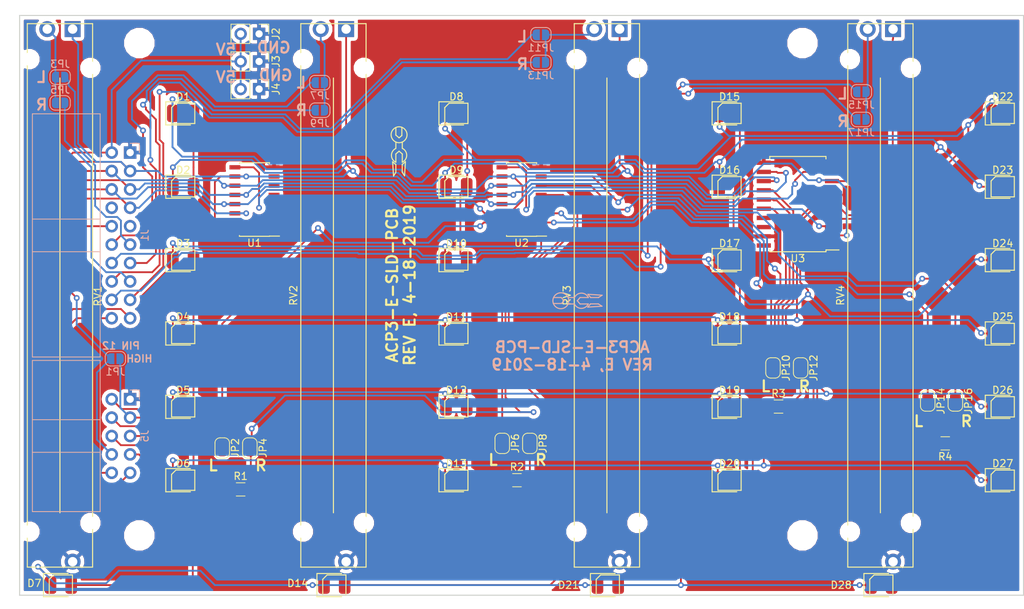
<source format=kicad_pcb>
(kicad_pcb (version 20171130) (host pcbnew "(5.0.0)")

  (general
    (thickness 1.6)
    (drawings 28)
    (tracks 900)
    (zones 0)
    (modules 67)
    (nets 62)
  )

  (page A4)
  (layers
    (0 F.Cu signal)
    (31 B.Cu signal)
    (32 B.Adhes user)
    (33 F.Adhes user)
    (34 B.Paste user)
    (35 F.Paste user)
    (36 B.SilkS user)
    (37 F.SilkS user)
    (38 B.Mask user)
    (39 F.Mask user)
    (40 Dwgs.User user)
    (41 Cmts.User user)
    (42 Eco1.User user)
    (43 Eco2.User user)
    (44 Edge.Cuts user)
    (45 Margin user)
    (46 B.CrtYd user)
    (47 F.CrtYd user)
    (48 B.Fab user)
    (49 F.Fab user)
  )

  (setup
    (last_trace_width 0.25)
    (trace_clearance 0.2)
    (zone_clearance 0.508)
    (zone_45_only no)
    (trace_min 0.2)
    (segment_width 0.2)
    (edge_width 0.15)
    (via_size 0.8)
    (via_drill 0.4)
    (via_min_size 0.4)
    (via_min_drill 0.3)
    (uvia_size 0.3)
    (uvia_drill 0.1)
    (uvias_allowed no)
    (uvia_min_size 0.2)
    (uvia_min_drill 0.1)
    (pcb_text_width 0.3)
    (pcb_text_size 1.5 1.5)
    (mod_edge_width 0.15)
    (mod_text_size 1 1)
    (mod_text_width 0.15)
    (pad_size 1.524 1.524)
    (pad_drill 0.762)
    (pad_to_mask_clearance 0.0508)
    (aux_axis_origin 0 0)
    (grid_origin 115.9002 80.2132)
    (visible_elements 7FFFFFFF)
    (pcbplotparams
      (layerselection 0x010fc_ffffffff)
      (usegerberextensions false)
      (usegerberattributes false)
      (usegerberadvancedattributes false)
      (creategerberjobfile false)
      (excludeedgelayer true)
      (linewidth 0.254000)
      (plotframeref false)
      (viasonmask false)
      (mode 1)
      (useauxorigin false)
      (hpglpennumber 1)
      (hpglpenspeed 20)
      (hpglpendiameter 15.000000)
      (psnegative false)
      (psa4output false)
      (plotreference true)
      (plotvalue true)
      (plotinvisibletext false)
      (padsonsilk false)
      (subtractmaskfromsilk false)
      (outputformat 1)
      (mirror false)
      (drillshape 1)
      (scaleselection 1)
      (outputdirectory ""))
  )

  (net 0 "")
  (net 1 LA)
  (net 2 D0)
  (net 3 D1)
  (net 4 D2)
  (net 5 D3)
  (net 6 D4)
  (net 7 D5)
  (net 8 D6)
  (net 9 LB)
  (net 10 LC)
  (net 11 LD)
  (net 12 LE)
  (net 13 LF)
  (net 14 LG)
  (net 15 LH)
  (net 16 GND)
  (net 17 14)
  (net 18 15)
  (net 19 16)
  (net 20 17)
  (net 21 18)
  (net 22 19)
  (net 23 20)
  (net 24 21)
  (net 25 "Net-(D1-Pad2)")
  (net 26 "Net-(D10-Pad2)")
  (net 27 "Net-(D15-Pad2)")
  (net 28 "Net-(D22-Pad2)")
  (net 29 5V)
  (net 30 VCC)
  (net 31 SRCLK)
  (net 32 RCLK)
  (net 33 OE)
  (net 34 SER)
  (net 35 10)
  (net 36 11)
  (net 37 12)
  (net 38 22)
  (net 39 23)
  (net 40 "Net-(JP3-Pad2)")
  (net 41 "Net-(JP7-Pad2)")
  (net 42 "Net-(JP11-Pad2)")
  (net 43 "Net-(JP15-Pad2)")
  (net 44 BB)
  (net 45 BC)
  (net 46 BD)
  (net 47 BE)
  (net 48 BF)
  (net 49 BG)
  (net 50 BH)
  (net 51 "Net-(U1-Pad9)")
  (net 52 BA)
  (net 53 "Net-(U2-Pad9)")
  (net 54 "Net-(U3-Pad1)")
  (net 55 D7)
  (net 56 "Net-(U3-Pad18)")
  (net 57 "Net-(U3-Pad20)")
  (net 58 "Net-(JP2-Pad2)")
  (net 59 "Net-(JP6-Pad2)")
  (net 60 "Net-(JP10-Pad2)")
  (net 61 "Net-(JP14-Pad2)")

  (net_class Default "This is the default net class."
    (clearance 0.2)
    (trace_width 0.25)
    (via_dia 0.8)
    (via_drill 0.4)
    (uvia_dia 0.3)
    (uvia_drill 0.1)
    (add_net 10)
    (add_net 11)
    (add_net 12)
    (add_net 14)
    (add_net 15)
    (add_net 16)
    (add_net 17)
    (add_net 18)
    (add_net 19)
    (add_net 20)
    (add_net 21)
    (add_net 22)
    (add_net 23)
    (add_net 5V)
    (add_net BA)
    (add_net BB)
    (add_net BC)
    (add_net BD)
    (add_net BE)
    (add_net BF)
    (add_net BG)
    (add_net BH)
    (add_net D0)
    (add_net D1)
    (add_net D2)
    (add_net D3)
    (add_net D4)
    (add_net D5)
    (add_net D6)
    (add_net D7)
    (add_net GND)
    (add_net LA)
    (add_net LB)
    (add_net LC)
    (add_net LD)
    (add_net LE)
    (add_net LF)
    (add_net LG)
    (add_net LH)
    (add_net "Net-(D1-Pad2)")
    (add_net "Net-(D10-Pad2)")
    (add_net "Net-(D15-Pad2)")
    (add_net "Net-(D22-Pad2)")
    (add_net "Net-(JP10-Pad2)")
    (add_net "Net-(JP11-Pad2)")
    (add_net "Net-(JP14-Pad2)")
    (add_net "Net-(JP15-Pad2)")
    (add_net "Net-(JP2-Pad2)")
    (add_net "Net-(JP3-Pad2)")
    (add_net "Net-(JP6-Pad2)")
    (add_net "Net-(JP7-Pad2)")
    (add_net "Net-(U1-Pad9)")
    (add_net "Net-(U2-Pad9)")
    (add_net "Net-(U3-Pad1)")
    (add_net "Net-(U3-Pad18)")
    (add_net "Net-(U3-Pad20)")
    (add_net OE)
    (add_net RCLK)
    (add_net SER)
    (add_net SRCLK)
    (add_net VCC)
  )

  (module Package_SO:SOIC-20W_7.5x12.8mm_P1.27mm (layer F.Cu) (tedit 5A02F2D3) (tstamp 5CB7EADD)
    (at 219.4052 104.3432 180)
    (descr "20-Lead Plastic Small Outline (SO) - Wide, 7.50 mm Body [SOIC] (see Microchip Packaging Specification 00000049BS.pdf)")
    (tags "SOIC 1.27")
    (path /5C4DFF07)
    (attr smd)
    (fp_text reference U3 (at 0 -7.5 180) (layer F.SilkS)
      (effects (font (size 1 1) (thickness 0.15)))
    )
    (fp_text value TPIC6595 (at 0 7.5 180) (layer F.Fab)
      (effects (font (size 1 1) (thickness 0.15)))
    )
    (fp_text user %R (at 0 0 180) (layer F.Fab)
      (effects (font (size 1 1) (thickness 0.15)))
    )
    (fp_line (start -2.75 -6.4) (end 3.75 -6.4) (layer F.Fab) (width 0.15))
    (fp_line (start 3.75 -6.4) (end 3.75 6.4) (layer F.Fab) (width 0.15))
    (fp_line (start 3.75 6.4) (end -3.75 6.4) (layer F.Fab) (width 0.15))
    (fp_line (start -3.75 6.4) (end -3.75 -5.4) (layer F.Fab) (width 0.15))
    (fp_line (start -3.75 -5.4) (end -2.75 -6.4) (layer F.Fab) (width 0.15))
    (fp_line (start -5.95 -6.75) (end -5.95 6.75) (layer F.CrtYd) (width 0.05))
    (fp_line (start 5.95 -6.75) (end 5.95 6.75) (layer F.CrtYd) (width 0.05))
    (fp_line (start -5.95 -6.75) (end 5.95 -6.75) (layer F.CrtYd) (width 0.05))
    (fp_line (start -5.95 6.75) (end 5.95 6.75) (layer F.CrtYd) (width 0.05))
    (fp_line (start -3.875 -6.575) (end -3.875 -6.325) (layer F.SilkS) (width 0.15))
    (fp_line (start 3.875 -6.575) (end 3.875 -6.24) (layer F.SilkS) (width 0.15))
    (fp_line (start 3.875 6.575) (end 3.875 6.24) (layer F.SilkS) (width 0.15))
    (fp_line (start -3.875 6.575) (end -3.875 6.24) (layer F.SilkS) (width 0.15))
    (fp_line (start -3.875 -6.575) (end 3.875 -6.575) (layer F.SilkS) (width 0.15))
    (fp_line (start -3.875 6.575) (end 3.875 6.575) (layer F.SilkS) (width 0.15))
    (fp_line (start -3.875 -6.325) (end -5.675 -6.325) (layer F.SilkS) (width 0.15))
    (pad 1 smd rect (at -4.7 -5.715 180) (size 1.95 0.6) (layers F.Cu F.Paste F.Mask)
      (net 54 "Net-(U3-Pad1)"))
    (pad 2 smd rect (at -4.7 -4.445 180) (size 1.95 0.6) (layers F.Cu F.Paste F.Mask)
      (net 30 VCC))
    (pad 3 smd rect (at -4.7 -3.175 180) (size 1.95 0.6) (layers F.Cu F.Paste F.Mask)
      (net 53 "Net-(U2-Pad9)"))
    (pad 4 smd rect (at -4.7 -1.905 180) (size 1.95 0.6) (layers F.Cu F.Paste F.Mask)
      (net 2 D0))
    (pad 5 smd rect (at -4.7 -0.635 180) (size 1.95 0.6) (layers F.Cu F.Paste F.Mask)
      (net 3 D1))
    (pad 6 smd rect (at -4.7 0.635 180) (size 1.95 0.6) (layers F.Cu F.Paste F.Mask)
      (net 4 D2))
    (pad 7 smd rect (at -4.7 1.905 180) (size 1.95 0.6) (layers F.Cu F.Paste F.Mask)
      (net 5 D3))
    (pad 8 smd rect (at -4.7 3.175 180) (size 1.95 0.6) (layers F.Cu F.Paste F.Mask)
      (net 30 VCC))
    (pad 9 smd rect (at -4.7 4.445 180) (size 1.95 0.6) (layers F.Cu F.Paste F.Mask)
      (net 33 OE))
    (pad 10 smd rect (at -4.7 5.715 180) (size 1.95 0.6) (layers F.Cu F.Paste F.Mask)
      (net 16 GND))
    (pad 11 smd rect (at 4.7 5.715 180) (size 1.95 0.6) (layers F.Cu F.Paste F.Mask)
      (net 16 GND))
    (pad 12 smd rect (at 4.7 4.445 180) (size 1.95 0.6) (layers F.Cu F.Paste F.Mask)
      (net 32 RCLK))
    (pad 13 smd rect (at 4.7 3.175 180) (size 1.95 0.6) (layers F.Cu F.Paste F.Mask)
      (net 31 SRCLK))
    (pad 14 smd rect (at 4.7 1.905 180) (size 1.95 0.6) (layers F.Cu F.Paste F.Mask)
      (net 6 D4))
    (pad 15 smd rect (at 4.7 0.635 180) (size 1.95 0.6) (layers F.Cu F.Paste F.Mask)
      (net 7 D5))
    (pad 16 smd rect (at 4.7 -0.635 180) (size 1.95 0.6) (layers F.Cu F.Paste F.Mask)
      (net 8 D6))
    (pad 17 smd rect (at 4.7 -1.905 180) (size 1.95 0.6) (layers F.Cu F.Paste F.Mask)
      (net 55 D7))
    (pad 18 smd rect (at 4.7 -3.175 180) (size 1.95 0.6) (layers F.Cu F.Paste F.Mask)
      (net 56 "Net-(U3-Pad18)"))
    (pad 19 smd rect (at 4.7 -4.445 180) (size 1.95 0.6) (layers F.Cu F.Paste F.Mask)
      (net 16 GND))
    (pad 20 smd rect (at 4.7 -5.715 180) (size 1.95 0.6) (layers F.Cu F.Paste F.Mask)
      (net 57 "Net-(U3-Pad20)"))
    (model ${KISYS3DMOD}/Package_SO.3dshapes/SOIC-20W_7.5x12.8mm_P1.27mm.wrl
      (at (xyz 0 0 0))
      (scale (xyz 1 1 1))
      (rotate (xyz 0 0 0))
    )
  )

  (module AOR_custom:AOR_LOGO (layer B.Cu) (tedit 5C26ADAA) (tstamp 5CA92A64)
    (at 188.9252 117.6782 180)
    (fp_text reference G*** (at 0 0 180) (layer B.SilkS) hide
      (effects (font (size 1.524 1.524) (thickness 0.3)) (justify mirror))
    )
    (fp_text value AOR_LOGO (at 0.75 0 180) (layer B.SilkS) hide
      (effects (font (size 1.524 1.524) (thickness 0.3)) (justify mirror))
    )
    (fp_circle (center 2.205821 0) (end 3.285321 -0.1905) (layer B.SilkS) (width 0.15))
    (fp_arc (start -0.622642 0) (end -1.575141 -0.444499) (angle 128.4180553) (layer B.SilkS) (width 0.15))
    (fp_arc (start -0.635 0) (end -1.587499 0.444499) (angle -128.4180553) (layer B.SilkS) (width 0.15))
    (fp_line (start -1.5875 0.4445) (end -0.4445 0.4445) (layer B.SilkS) (width 0.15))
    (fp_line (start -0.4445 0.4445) (end -0.0635 0) (layer B.SilkS) (width 0.15))
    (fp_line (start -0.0635 0) (end -0.4445 -0.4445) (layer B.SilkS) (width 0.15))
    (fp_line (start -0.4445 -0.4445) (end -1.5875 -0.4445) (layer B.SilkS) (width 0.15))
    (fp_line (start 0.3175 0.4445) (end 1.2065 0.4445) (layer B.SilkS) (width 0.15))
    (fp_line (start 0.3175 -0.4445) (end 1.2065 -0.4445) (layer B.SilkS) (width 0.15))
    (fp_line (start 1.778 0) (end 2.159 0.4445) (layer B.SilkS) (width 0.15))
    (fp_line (start 2.159 0.4445) (end 3.175 0.4445) (layer B.SilkS) (width 0.15))
    (fp_line (start 1.778 0) (end 2.0955 -0.381) (layer B.SilkS) (width 0.15))
    (fp_line (start 2.0955 -0.381) (end 3.2385 -0.381) (layer B.SilkS) (width 0.15))
    (fp_line (start -1.905 0.4445) (end -2.9845 0.4445) (layer B.SilkS) (width 0.15))
    (fp_line (start -2.9845 0.4445) (end -3.4925 0.762) (layer B.SilkS) (width 0.15))
    (fp_line (start -3.4925 0.762) (end -1.524 0.889) (layer B.SilkS) (width 0.15))
    (fp_line (start -1.524 0.889) (end -1.905 0.4445) (layer B.SilkS) (width 0.15))
    (fp_line (start -1.505128 -0.88103) (end -1.886128 -0.43653) (layer B.SilkS) (width 0.15))
    (fp_line (start -1.886128 -0.43653) (end -2.965628 -0.43653) (layer B.SilkS) (width 0.15))
    (fp_line (start -3.473628 -0.75403) (end -1.505128 -0.88103) (layer B.SilkS) (width 0.15))
    (fp_line (start -2.965628 -0.43653) (end -3.473628 -0.75403) (layer B.SilkS) (width 0.15))
  )

  (module MountingHole:MountingHole_3.2mm_M3 (layer F.Cu) (tedit 5C9C2D44) (tstamp 5CA92176)
    (at 220.0402 82.1182)
    (descr "Mounting Hole 3.2mm, no annular, M3")
    (tags "mounting hole 3.2mm no annular m3")
    (attr virtual)
    (fp_text reference "" (at 0 -4.2) (layer F.SilkS)
      (effects (font (size 1 1) (thickness 0.15)))
    )
    (fp_text value MountingHole_3.2mm_M3 (at 0 4.2) (layer F.Fab)
      (effects (font (size 1 1) (thickness 0.15)))
    )
    (fp_text user %R (at 0.3 0) (layer F.Fab)
      (effects (font (size 1 1) (thickness 0.15)))
    )
    (fp_circle (center 0 0) (end 3.2 0) (layer Cmts.User) (width 0.15))
    (fp_circle (center 0 0) (end 3.45 0) (layer F.CrtYd) (width 0.05))
    (pad 1 np_thru_hole circle (at 0 0) (size 3.2 3.2) (drill 3.2) (layers *.Cu *.Mask))
  )

  (module MountingHole:MountingHole_3.2mm_M3 (layer F.Cu) (tedit 5C9C2D44) (tstamp 5CA9216F)
    (at 220.0402 150.0632)
    (descr "Mounting Hole 3.2mm, no annular, M3")
    (tags "mounting hole 3.2mm no annular m3")
    (attr virtual)
    (fp_text reference "" (at 0 -4.2) (layer F.SilkS)
      (effects (font (size 1 1) (thickness 0.15)))
    )
    (fp_text value MountingHole_3.2mm_M3 (at 0 4.2) (layer F.Fab)
      (effects (font (size 1 1) (thickness 0.15)))
    )
    (fp_circle (center 0 0) (end 3.45 0) (layer F.CrtYd) (width 0.05))
    (fp_circle (center 0 0) (end 3.2 0) (layer Cmts.User) (width 0.15))
    (fp_text user %R (at 0.3 0) (layer F.Fab)
      (effects (font (size 1 1) (thickness 0.15)))
    )
    (pad 1 np_thru_hole circle (at 0 0) (size 3.2 3.2) (drill 3.2) (layers *.Cu *.Mask))
  )

  (module MountingHole:MountingHole_3.2mm_M3 (layer F.Cu) (tedit 5C9C2D44) (tstamp 5CA9214E)
    (at 128.6002 150.0632)
    (descr "Mounting Hole 3.2mm, no annular, M3")
    (tags "mounting hole 3.2mm no annular m3")
    (attr virtual)
    (fp_text reference "" (at 0 -4.2) (layer F.SilkS)
      (effects (font (size 1 1) (thickness 0.15)))
    )
    (fp_text value MountingHole_3.2mm_M3 (at 0 4.2) (layer F.Fab)
      (effects (font (size 1 1) (thickness 0.15)))
    )
    (fp_text user %R (at 0.3 0) (layer F.Fab)
      (effects (font (size 1 1) (thickness 0.15)))
    )
    (fp_circle (center 0 0) (end 3.2 0) (layer Cmts.User) (width 0.15))
    (fp_circle (center 0 0) (end 3.45 0) (layer F.CrtYd) (width 0.05))
    (pad 1 np_thru_hole circle (at 0 0) (size 3.2 3.2) (drill 3.2) (layers *.Cu *.Mask))
  )

  (module "AOR_custom:WL-SMTW SMD LED" (layer F.Cu) (tedit 5C2849BC) (tstamp 5CA87170)
    (at 134.6454 91.821)
    (path /5C9C216F)
    (fp_text reference D1 (at 0 -2.3) (layer F.SilkS)
      (effects (font (size 1 1) (thickness 0.15)))
    )
    (fp_text value LED (at 0.1 2.5) (layer F.Fab)
      (effects (font (size 1 1) (thickness 0.15)))
    )
    (fp_line (start -2.4 1.6) (end 1 1.6) (layer F.SilkS) (width 0.15))
    (fp_line (start -2.4 -1.6) (end -2.4 1.6) (layer F.SilkS) (width 0.15))
    (fp_line (start 1 -1.6) (end -2.4 -1.6) (layer F.SilkS) (width 0.15))
    (fp_line (start -1.6 1.4) (end -1.6 -0.8) (layer F.SilkS) (width 0.15))
    (fp_line (start -1 -1.4) (end 1.6 -1.4) (layer F.SilkS) (width 0.15))
    (fp_line (start -1.6 -0.8) (end -1 -1.4) (layer F.SilkS) (width 0.15))
    (fp_line (start 1.6 1.4) (end 1.6 -1.4) (layer F.SilkS) (width 0.15))
    (fp_line (start -1.6 1.4) (end 1.6 1.4) (layer F.SilkS) (width 0.15))
    (pad 2 smd roundrect (at 1.425 0) (size 1.6 2.4) (layers F.Cu F.Paste F.Mask) (roundrect_rratio 0.25)
      (net 25 "Net-(D1-Pad2)"))
    (pad 1 smd roundrect (at -1.425 0) (size 1.6 2.4) (layers F.Cu F.Paste F.Mask) (roundrect_rratio 0.25)
      (net 2 D0))
  )

  (module "AOR_custom:WL-SMTW SMD LED" (layer F.Cu) (tedit 5C2849BC) (tstamp 5CA8717E)
    (at 134.6454 101.94544)
    (path /5C9C21E9)
    (fp_text reference D2 (at 0 -2.3) (layer F.SilkS)
      (effects (font (size 1 1) (thickness 0.15)))
    )
    (fp_text value LED (at 0.1 2.5) (layer F.Fab)
      (effects (font (size 1 1) (thickness 0.15)))
    )
    (fp_line (start -1.6 1.4) (end 1.6 1.4) (layer F.SilkS) (width 0.15))
    (fp_line (start 1.6 1.4) (end 1.6 -1.4) (layer F.SilkS) (width 0.15))
    (fp_line (start -1.6 -0.8) (end -1 -1.4) (layer F.SilkS) (width 0.15))
    (fp_line (start -1 -1.4) (end 1.6 -1.4) (layer F.SilkS) (width 0.15))
    (fp_line (start -1.6 1.4) (end -1.6 -0.8) (layer F.SilkS) (width 0.15))
    (fp_line (start 1 -1.6) (end -2.4 -1.6) (layer F.SilkS) (width 0.15))
    (fp_line (start -2.4 -1.6) (end -2.4 1.6) (layer F.SilkS) (width 0.15))
    (fp_line (start -2.4 1.6) (end 1 1.6) (layer F.SilkS) (width 0.15))
    (pad 1 smd roundrect (at -1.425 0) (size 1.6 2.4) (layers F.Cu F.Paste F.Mask) (roundrect_rratio 0.25)
      (net 3 D1))
    (pad 2 smd roundrect (at 1.425 0) (size 1.6 2.4) (layers F.Cu F.Paste F.Mask) (roundrect_rratio 0.25)
      (net 25 "Net-(D1-Pad2)"))
  )

  (module "AOR_custom:WL-SMTW SMD LED" (layer F.Cu) (tedit 5C2849BC) (tstamp 5CA8718C)
    (at 134.6454 112.06988)
    (path /5C9C2211)
    (fp_text reference D3 (at 0 -2.3) (layer F.SilkS)
      (effects (font (size 1 1) (thickness 0.15)))
    )
    (fp_text value LED (at 0.1 2.5) (layer F.Fab)
      (effects (font (size 1 1) (thickness 0.15)))
    )
    (fp_line (start -2.4 1.6) (end 1 1.6) (layer F.SilkS) (width 0.15))
    (fp_line (start -2.4 -1.6) (end -2.4 1.6) (layer F.SilkS) (width 0.15))
    (fp_line (start 1 -1.6) (end -2.4 -1.6) (layer F.SilkS) (width 0.15))
    (fp_line (start -1.6 1.4) (end -1.6 -0.8) (layer F.SilkS) (width 0.15))
    (fp_line (start -1 -1.4) (end 1.6 -1.4) (layer F.SilkS) (width 0.15))
    (fp_line (start -1.6 -0.8) (end -1 -1.4) (layer F.SilkS) (width 0.15))
    (fp_line (start 1.6 1.4) (end 1.6 -1.4) (layer F.SilkS) (width 0.15))
    (fp_line (start -1.6 1.4) (end 1.6 1.4) (layer F.SilkS) (width 0.15))
    (pad 2 smd roundrect (at 1.425 0) (size 1.6 2.4) (layers F.Cu F.Paste F.Mask) (roundrect_rratio 0.25)
      (net 25 "Net-(D1-Pad2)"))
    (pad 1 smd roundrect (at -1.425 0) (size 1.6 2.4) (layers F.Cu F.Paste F.Mask) (roundrect_rratio 0.25)
      (net 4 D2))
  )

  (module "AOR_custom:WL-SMTW SMD LED" (layer F.Cu) (tedit 5C2849BC) (tstamp 5CA8719A)
    (at 134.6454 122.19432)
    (path /5C9C223F)
    (fp_text reference D4 (at 0 -2.3) (layer F.SilkS)
      (effects (font (size 1 1) (thickness 0.15)))
    )
    (fp_text value LED (at 0.1 2.5) (layer F.Fab)
      (effects (font (size 1 1) (thickness 0.15)))
    )
    (fp_line (start -1.6 1.4) (end 1.6 1.4) (layer F.SilkS) (width 0.15))
    (fp_line (start 1.6 1.4) (end 1.6 -1.4) (layer F.SilkS) (width 0.15))
    (fp_line (start -1.6 -0.8) (end -1 -1.4) (layer F.SilkS) (width 0.15))
    (fp_line (start -1 -1.4) (end 1.6 -1.4) (layer F.SilkS) (width 0.15))
    (fp_line (start -1.6 1.4) (end -1.6 -0.8) (layer F.SilkS) (width 0.15))
    (fp_line (start 1 -1.6) (end -2.4 -1.6) (layer F.SilkS) (width 0.15))
    (fp_line (start -2.4 -1.6) (end -2.4 1.6) (layer F.SilkS) (width 0.15))
    (fp_line (start -2.4 1.6) (end 1 1.6) (layer F.SilkS) (width 0.15))
    (pad 1 smd roundrect (at -1.425 0) (size 1.6 2.4) (layers F.Cu F.Paste F.Mask) (roundrect_rratio 0.25)
      (net 5 D3))
    (pad 2 smd roundrect (at 1.425 0) (size 1.6 2.4) (layers F.Cu F.Paste F.Mask) (roundrect_rratio 0.25)
      (net 25 "Net-(D1-Pad2)"))
  )

  (module "AOR_custom:WL-SMTW SMD LED" (layer F.Cu) (tedit 5C2849BC) (tstamp 5CA871A8)
    (at 134.6454 132.31876)
    (path /5C9C226B)
    (fp_text reference D5 (at 0 -2.3) (layer F.SilkS)
      (effects (font (size 1 1) (thickness 0.15)))
    )
    (fp_text value LED (at 0.1 2.5) (layer F.Fab)
      (effects (font (size 1 1) (thickness 0.15)))
    )
    (fp_line (start -2.4 1.6) (end 1 1.6) (layer F.SilkS) (width 0.15))
    (fp_line (start -2.4 -1.6) (end -2.4 1.6) (layer F.SilkS) (width 0.15))
    (fp_line (start 1 -1.6) (end -2.4 -1.6) (layer F.SilkS) (width 0.15))
    (fp_line (start -1.6 1.4) (end -1.6 -0.8) (layer F.SilkS) (width 0.15))
    (fp_line (start -1 -1.4) (end 1.6 -1.4) (layer F.SilkS) (width 0.15))
    (fp_line (start -1.6 -0.8) (end -1 -1.4) (layer F.SilkS) (width 0.15))
    (fp_line (start 1.6 1.4) (end 1.6 -1.4) (layer F.SilkS) (width 0.15))
    (fp_line (start -1.6 1.4) (end 1.6 1.4) (layer F.SilkS) (width 0.15))
    (pad 2 smd roundrect (at 1.425 0) (size 1.6 2.4) (layers F.Cu F.Paste F.Mask) (roundrect_rratio 0.25)
      (net 25 "Net-(D1-Pad2)"))
    (pad 1 smd roundrect (at -1.425 0) (size 1.6 2.4) (layers F.Cu F.Paste F.Mask) (roundrect_rratio 0.25)
      (net 6 D4))
  )

  (module "AOR_custom:WL-SMTW SMD LED" (layer F.Cu) (tedit 5C2849BC) (tstamp 5CA871B6)
    (at 134.6454 142.4432)
    (path /5C9C2299)
    (fp_text reference D6 (at 0 -2.3) (layer F.SilkS)
      (effects (font (size 1 1) (thickness 0.15)))
    )
    (fp_text value LED (at 0.1 2.5) (layer F.Fab)
      (effects (font (size 1 1) (thickness 0.15)))
    )
    (fp_line (start -1.6 1.4) (end 1.6 1.4) (layer F.SilkS) (width 0.15))
    (fp_line (start 1.6 1.4) (end 1.6 -1.4) (layer F.SilkS) (width 0.15))
    (fp_line (start -1.6 -0.8) (end -1 -1.4) (layer F.SilkS) (width 0.15))
    (fp_line (start -1 -1.4) (end 1.6 -1.4) (layer F.SilkS) (width 0.15))
    (fp_line (start -1.6 1.4) (end -1.6 -0.8) (layer F.SilkS) (width 0.15))
    (fp_line (start 1 -1.6) (end -2.4 -1.6) (layer F.SilkS) (width 0.15))
    (fp_line (start -2.4 -1.6) (end -2.4 1.6) (layer F.SilkS) (width 0.15))
    (fp_line (start -2.4 1.6) (end 1 1.6) (layer F.SilkS) (width 0.15))
    (pad 1 smd roundrect (at -1.425 0) (size 1.6 2.4) (layers F.Cu F.Paste F.Mask) (roundrect_rratio 0.25)
      (net 7 D5))
    (pad 2 smd roundrect (at 1.425 0) (size 1.6 2.4) (layers F.Cu F.Paste F.Mask) (roundrect_rratio 0.25)
      (net 25 "Net-(D1-Pad2)"))
  )

  (module "AOR_custom:WL-SMTW SMD LED" (layer F.Cu) (tedit 5C2849BC) (tstamp 5CA871C4)
    (at 117.777801 156.9212)
    (path /5C9C22C9)
    (fp_text reference D7 (at -3.655601 -0.254) (layer F.SilkS)
      (effects (font (size 1 1) (thickness 0.15)))
    )
    (fp_text value LED (at 0.1 2.5) (layer F.Fab)
      (effects (font (size 1 1) (thickness 0.15)))
    )
    (fp_line (start -2.4 1.6) (end 1 1.6) (layer F.SilkS) (width 0.15))
    (fp_line (start -2.4 -1.6) (end -2.4 1.6) (layer F.SilkS) (width 0.15))
    (fp_line (start 1 -1.6) (end -2.4 -1.6) (layer F.SilkS) (width 0.15))
    (fp_line (start -1.6 1.4) (end -1.6 -0.8) (layer F.SilkS) (width 0.15))
    (fp_line (start -1 -1.4) (end 1.6 -1.4) (layer F.SilkS) (width 0.15))
    (fp_line (start -1.6 -0.8) (end -1 -1.4) (layer F.SilkS) (width 0.15))
    (fp_line (start 1.6 1.4) (end 1.6 -1.4) (layer F.SilkS) (width 0.15))
    (fp_line (start -1.6 1.4) (end 1.6 1.4) (layer F.SilkS) (width 0.15))
    (pad 2 smd roundrect (at 1.425 0) (size 1.6 2.4) (layers F.Cu F.Paste F.Mask) (roundrect_rratio 0.25)
      (net 25 "Net-(D1-Pad2)"))
    (pad 1 smd roundrect (at -1.425 0) (size 1.6 2.4) (layers F.Cu F.Paste F.Mask) (roundrect_rratio 0.25)
      (net 8 D6))
  )

  (module "AOR_custom:WL-SMTW SMD LED" (layer F.Cu) (tedit 5C2849BC) (tstamp 5CA871D2)
    (at 172.3136 91.821)
    (path /5C9C283F)
    (fp_text reference D8 (at 0 -2.3) (layer F.SilkS)
      (effects (font (size 1 1) (thickness 0.15)))
    )
    (fp_text value LED (at 0.1 2.5) (layer F.Fab)
      (effects (font (size 1 1) (thickness 0.15)))
    )
    (fp_line (start -1.6 1.4) (end 1.6 1.4) (layer F.SilkS) (width 0.15))
    (fp_line (start 1.6 1.4) (end 1.6 -1.4) (layer F.SilkS) (width 0.15))
    (fp_line (start -1.6 -0.8) (end -1 -1.4) (layer F.SilkS) (width 0.15))
    (fp_line (start -1 -1.4) (end 1.6 -1.4) (layer F.SilkS) (width 0.15))
    (fp_line (start -1.6 1.4) (end -1.6 -0.8) (layer F.SilkS) (width 0.15))
    (fp_line (start 1 -1.6) (end -2.4 -1.6) (layer F.SilkS) (width 0.15))
    (fp_line (start -2.4 -1.6) (end -2.4 1.6) (layer F.SilkS) (width 0.15))
    (fp_line (start -2.4 1.6) (end 1 1.6) (layer F.SilkS) (width 0.15))
    (pad 1 smd roundrect (at -1.425 0) (size 1.6 2.4) (layers F.Cu F.Paste F.Mask) (roundrect_rratio 0.25)
      (net 2 D0))
    (pad 2 smd roundrect (at 1.425 0) (size 1.6 2.4) (layers F.Cu F.Paste F.Mask) (roundrect_rratio 0.25)
      (net 26 "Net-(D10-Pad2)"))
  )

  (module "AOR_custom:WL-SMTW SMD LED" (layer F.Cu) (tedit 5C2849BC) (tstamp 5CA871E0)
    (at 172.3136 101.94544)
    (path /5C9C2846)
    (fp_text reference D9 (at 0 -2.3) (layer F.SilkS)
      (effects (font (size 1 1) (thickness 0.15)))
    )
    (fp_text value LED (at 0.1 2.5) (layer F.Fab)
      (effects (font (size 1 1) (thickness 0.15)))
    )
    (fp_line (start -2.4 1.6) (end 1 1.6) (layer F.SilkS) (width 0.15))
    (fp_line (start -2.4 -1.6) (end -2.4 1.6) (layer F.SilkS) (width 0.15))
    (fp_line (start 1 -1.6) (end -2.4 -1.6) (layer F.SilkS) (width 0.15))
    (fp_line (start -1.6 1.4) (end -1.6 -0.8) (layer F.SilkS) (width 0.15))
    (fp_line (start -1 -1.4) (end 1.6 -1.4) (layer F.SilkS) (width 0.15))
    (fp_line (start -1.6 -0.8) (end -1 -1.4) (layer F.SilkS) (width 0.15))
    (fp_line (start 1.6 1.4) (end 1.6 -1.4) (layer F.SilkS) (width 0.15))
    (fp_line (start -1.6 1.4) (end 1.6 1.4) (layer F.SilkS) (width 0.15))
    (pad 2 smd roundrect (at 1.425 0) (size 1.6 2.4) (layers F.Cu F.Paste F.Mask) (roundrect_rratio 0.25)
      (net 26 "Net-(D10-Pad2)"))
    (pad 1 smd roundrect (at -1.425 0) (size 1.6 2.4) (layers F.Cu F.Paste F.Mask) (roundrect_rratio 0.25)
      (net 3 D1))
  )

  (module "AOR_custom:WL-SMTW SMD LED" (layer F.Cu) (tedit 5C2849BC) (tstamp 5CA871EE)
    (at 172.3136 112.06988)
    (path /5C9C284D)
    (fp_text reference D10 (at 0 -2.3) (layer F.SilkS)
      (effects (font (size 1 1) (thickness 0.15)))
    )
    (fp_text value LED (at 0.1 2.5) (layer F.Fab)
      (effects (font (size 1 1) (thickness 0.15)))
    )
    (fp_line (start -1.6 1.4) (end 1.6 1.4) (layer F.SilkS) (width 0.15))
    (fp_line (start 1.6 1.4) (end 1.6 -1.4) (layer F.SilkS) (width 0.15))
    (fp_line (start -1.6 -0.8) (end -1 -1.4) (layer F.SilkS) (width 0.15))
    (fp_line (start -1 -1.4) (end 1.6 -1.4) (layer F.SilkS) (width 0.15))
    (fp_line (start -1.6 1.4) (end -1.6 -0.8) (layer F.SilkS) (width 0.15))
    (fp_line (start 1 -1.6) (end -2.4 -1.6) (layer F.SilkS) (width 0.15))
    (fp_line (start -2.4 -1.6) (end -2.4 1.6) (layer F.SilkS) (width 0.15))
    (fp_line (start -2.4 1.6) (end 1 1.6) (layer F.SilkS) (width 0.15))
    (pad 1 smd roundrect (at -1.425 0) (size 1.6 2.4) (layers F.Cu F.Paste F.Mask) (roundrect_rratio 0.25)
      (net 4 D2))
    (pad 2 smd roundrect (at 1.425 0) (size 1.6 2.4) (layers F.Cu F.Paste F.Mask) (roundrect_rratio 0.25)
      (net 26 "Net-(D10-Pad2)"))
  )

  (module "AOR_custom:WL-SMTW SMD LED" (layer F.Cu) (tedit 5C2849BC) (tstamp 5CA871FC)
    (at 172.3136 122.19432)
    (path /5C9C2854)
    (fp_text reference D11 (at 0 -2.3) (layer F.SilkS)
      (effects (font (size 1 1) (thickness 0.15)))
    )
    (fp_text value LED (at 0.1 2.5) (layer F.Fab)
      (effects (font (size 1 1) (thickness 0.15)))
    )
    (fp_line (start -2.4 1.6) (end 1 1.6) (layer F.SilkS) (width 0.15))
    (fp_line (start -2.4 -1.6) (end -2.4 1.6) (layer F.SilkS) (width 0.15))
    (fp_line (start 1 -1.6) (end -2.4 -1.6) (layer F.SilkS) (width 0.15))
    (fp_line (start -1.6 1.4) (end -1.6 -0.8) (layer F.SilkS) (width 0.15))
    (fp_line (start -1 -1.4) (end 1.6 -1.4) (layer F.SilkS) (width 0.15))
    (fp_line (start -1.6 -0.8) (end -1 -1.4) (layer F.SilkS) (width 0.15))
    (fp_line (start 1.6 1.4) (end 1.6 -1.4) (layer F.SilkS) (width 0.15))
    (fp_line (start -1.6 1.4) (end 1.6 1.4) (layer F.SilkS) (width 0.15))
    (pad 2 smd roundrect (at 1.425 0) (size 1.6 2.4) (layers F.Cu F.Paste F.Mask) (roundrect_rratio 0.25)
      (net 26 "Net-(D10-Pad2)"))
    (pad 1 smd roundrect (at -1.425 0) (size 1.6 2.4) (layers F.Cu F.Paste F.Mask) (roundrect_rratio 0.25)
      (net 5 D3))
  )

  (module "AOR_custom:WL-SMTW SMD LED" (layer F.Cu) (tedit 5C2849BC) (tstamp 5CA8720A)
    (at 172.3136 132.31876)
    (path /5C9C285B)
    (fp_text reference D12 (at 0 -2.3) (layer F.SilkS)
      (effects (font (size 1 1) (thickness 0.15)))
    )
    (fp_text value LED (at 0.1 2.5) (layer F.Fab)
      (effects (font (size 1 1) (thickness 0.15)))
    )
    (fp_line (start -1.6 1.4) (end 1.6 1.4) (layer F.SilkS) (width 0.15))
    (fp_line (start 1.6 1.4) (end 1.6 -1.4) (layer F.SilkS) (width 0.15))
    (fp_line (start -1.6 -0.8) (end -1 -1.4) (layer F.SilkS) (width 0.15))
    (fp_line (start -1 -1.4) (end 1.6 -1.4) (layer F.SilkS) (width 0.15))
    (fp_line (start -1.6 1.4) (end -1.6 -0.8) (layer F.SilkS) (width 0.15))
    (fp_line (start 1 -1.6) (end -2.4 -1.6) (layer F.SilkS) (width 0.15))
    (fp_line (start -2.4 -1.6) (end -2.4 1.6) (layer F.SilkS) (width 0.15))
    (fp_line (start -2.4 1.6) (end 1 1.6) (layer F.SilkS) (width 0.15))
    (pad 1 smd roundrect (at -1.425 0) (size 1.6 2.4) (layers F.Cu F.Paste F.Mask) (roundrect_rratio 0.25)
      (net 6 D4))
    (pad 2 smd roundrect (at 1.425 0) (size 1.6 2.4) (layers F.Cu F.Paste F.Mask) (roundrect_rratio 0.25)
      (net 26 "Net-(D10-Pad2)"))
  )

  (module "AOR_custom:WL-SMTW SMD LED" (layer F.Cu) (tedit 5C2849BC) (tstamp 5CA87218)
    (at 172.3136 142.4432)
    (path /5C9C2862)
    (fp_text reference D13 (at 0 -2.3) (layer F.SilkS)
      (effects (font (size 1 1) (thickness 0.15)))
    )
    (fp_text value LED (at 0.1 2.5) (layer F.Fab)
      (effects (font (size 1 1) (thickness 0.15)))
    )
    (fp_line (start -2.4 1.6) (end 1 1.6) (layer F.SilkS) (width 0.15))
    (fp_line (start -2.4 -1.6) (end -2.4 1.6) (layer F.SilkS) (width 0.15))
    (fp_line (start 1 -1.6) (end -2.4 -1.6) (layer F.SilkS) (width 0.15))
    (fp_line (start -1.6 1.4) (end -1.6 -0.8) (layer F.SilkS) (width 0.15))
    (fp_line (start -1 -1.4) (end 1.6 -1.4) (layer F.SilkS) (width 0.15))
    (fp_line (start -1.6 -0.8) (end -1 -1.4) (layer F.SilkS) (width 0.15))
    (fp_line (start 1.6 1.4) (end 1.6 -1.4) (layer F.SilkS) (width 0.15))
    (fp_line (start -1.6 1.4) (end 1.6 1.4) (layer F.SilkS) (width 0.15))
    (pad 2 smd roundrect (at 1.425 0) (size 1.6 2.4) (layers F.Cu F.Paste F.Mask) (roundrect_rratio 0.25)
      (net 26 "Net-(D10-Pad2)"))
    (pad 1 smd roundrect (at -1.425 0) (size 1.6 2.4) (layers F.Cu F.Paste F.Mask) (roundrect_rratio 0.25)
      (net 7 D5))
  )

  (module "AOR_custom:WL-SMTW SMD LED" (layer F.Cu) (tedit 5C2849BC) (tstamp 5CA87226)
    (at 155.488334 156.9212)
    (path /5C9C2869)
    (fp_text reference D14 (at -5.044134 -0.254) (layer F.SilkS)
      (effects (font (size 1 1) (thickness 0.15)))
    )
    (fp_text value LED (at 0.1 2.5) (layer F.Fab)
      (effects (font (size 1 1) (thickness 0.15)))
    )
    (fp_line (start -1.6 1.4) (end 1.6 1.4) (layer F.SilkS) (width 0.15))
    (fp_line (start 1.6 1.4) (end 1.6 -1.4) (layer F.SilkS) (width 0.15))
    (fp_line (start -1.6 -0.8) (end -1 -1.4) (layer F.SilkS) (width 0.15))
    (fp_line (start -1 -1.4) (end 1.6 -1.4) (layer F.SilkS) (width 0.15))
    (fp_line (start -1.6 1.4) (end -1.6 -0.8) (layer F.SilkS) (width 0.15))
    (fp_line (start 1 -1.6) (end -2.4 -1.6) (layer F.SilkS) (width 0.15))
    (fp_line (start -2.4 -1.6) (end -2.4 1.6) (layer F.SilkS) (width 0.15))
    (fp_line (start -2.4 1.6) (end 1 1.6) (layer F.SilkS) (width 0.15))
    (pad 1 smd roundrect (at -1.425 0) (size 1.6 2.4) (layers F.Cu F.Paste F.Mask) (roundrect_rratio 0.25)
      (net 8 D6))
    (pad 2 smd roundrect (at 1.425 0) (size 1.6 2.4) (layers F.Cu F.Paste F.Mask) (roundrect_rratio 0.25)
      (net 26 "Net-(D10-Pad2)"))
  )

  (module "AOR_custom:WL-SMTW SMD LED" (layer F.Cu) (tedit 5C2849BC) (tstamp 5CA87234)
    (at 209.9818 91.821)
    (path /5C9C2A48)
    (fp_text reference D15 (at 0 -2.3) (layer F.SilkS)
      (effects (font (size 1 1) (thickness 0.15)))
    )
    (fp_text value LED (at 0.1 2.5) (layer F.Fab)
      (effects (font (size 1 1) (thickness 0.15)))
    )
    (fp_line (start -2.4 1.6) (end 1 1.6) (layer F.SilkS) (width 0.15))
    (fp_line (start -2.4 -1.6) (end -2.4 1.6) (layer F.SilkS) (width 0.15))
    (fp_line (start 1 -1.6) (end -2.4 -1.6) (layer F.SilkS) (width 0.15))
    (fp_line (start -1.6 1.4) (end -1.6 -0.8) (layer F.SilkS) (width 0.15))
    (fp_line (start -1 -1.4) (end 1.6 -1.4) (layer F.SilkS) (width 0.15))
    (fp_line (start -1.6 -0.8) (end -1 -1.4) (layer F.SilkS) (width 0.15))
    (fp_line (start 1.6 1.4) (end 1.6 -1.4) (layer F.SilkS) (width 0.15))
    (fp_line (start -1.6 1.4) (end 1.6 1.4) (layer F.SilkS) (width 0.15))
    (pad 2 smd roundrect (at 1.425 0) (size 1.6 2.4) (layers F.Cu F.Paste F.Mask) (roundrect_rratio 0.25)
      (net 27 "Net-(D15-Pad2)"))
    (pad 1 smd roundrect (at -1.425 0) (size 1.6 2.4) (layers F.Cu F.Paste F.Mask) (roundrect_rratio 0.25)
      (net 2 D0))
  )

  (module "AOR_custom:WL-SMTW SMD LED" (layer F.Cu) (tedit 5C2849BC) (tstamp 5CA87242)
    (at 209.9818 101.94544)
    (path /5C9C2A4F)
    (fp_text reference D16 (at 0 -2.3) (layer F.SilkS)
      (effects (font (size 1 1) (thickness 0.15)))
    )
    (fp_text value LED (at 0.1 2.5) (layer F.Fab)
      (effects (font (size 1 1) (thickness 0.15)))
    )
    (fp_line (start -1.6 1.4) (end 1.6 1.4) (layer F.SilkS) (width 0.15))
    (fp_line (start 1.6 1.4) (end 1.6 -1.4) (layer F.SilkS) (width 0.15))
    (fp_line (start -1.6 -0.8) (end -1 -1.4) (layer F.SilkS) (width 0.15))
    (fp_line (start -1 -1.4) (end 1.6 -1.4) (layer F.SilkS) (width 0.15))
    (fp_line (start -1.6 1.4) (end -1.6 -0.8) (layer F.SilkS) (width 0.15))
    (fp_line (start 1 -1.6) (end -2.4 -1.6) (layer F.SilkS) (width 0.15))
    (fp_line (start -2.4 -1.6) (end -2.4 1.6) (layer F.SilkS) (width 0.15))
    (fp_line (start -2.4 1.6) (end 1 1.6) (layer F.SilkS) (width 0.15))
    (pad 1 smd roundrect (at -1.425 0) (size 1.6 2.4) (layers F.Cu F.Paste F.Mask) (roundrect_rratio 0.25)
      (net 3 D1))
    (pad 2 smd roundrect (at 1.425 0) (size 1.6 2.4) (layers F.Cu F.Paste F.Mask) (roundrect_rratio 0.25)
      (net 27 "Net-(D15-Pad2)"))
  )

  (module "AOR_custom:WL-SMTW SMD LED" (layer F.Cu) (tedit 5C2849BC) (tstamp 5CA87250)
    (at 209.9818 112.06988)
    (path /5C9C2A56)
    (fp_text reference D17 (at 0 -2.3) (layer F.SilkS)
      (effects (font (size 1 1) (thickness 0.15)))
    )
    (fp_text value LED (at 0.1 2.5) (layer F.Fab)
      (effects (font (size 1 1) (thickness 0.15)))
    )
    (fp_line (start -1.6 1.4) (end 1.6 1.4) (layer F.SilkS) (width 0.15))
    (fp_line (start 1.6 1.4) (end 1.6 -1.4) (layer F.SilkS) (width 0.15))
    (fp_line (start -1.6 -0.8) (end -1 -1.4) (layer F.SilkS) (width 0.15))
    (fp_line (start -1 -1.4) (end 1.6 -1.4) (layer F.SilkS) (width 0.15))
    (fp_line (start -1.6 1.4) (end -1.6 -0.8) (layer F.SilkS) (width 0.15))
    (fp_line (start 1 -1.6) (end -2.4 -1.6) (layer F.SilkS) (width 0.15))
    (fp_line (start -2.4 -1.6) (end -2.4 1.6) (layer F.SilkS) (width 0.15))
    (fp_line (start -2.4 1.6) (end 1 1.6) (layer F.SilkS) (width 0.15))
    (pad 1 smd roundrect (at -1.425 0) (size 1.6 2.4) (layers F.Cu F.Paste F.Mask) (roundrect_rratio 0.25)
      (net 4 D2))
    (pad 2 smd roundrect (at 1.425 0) (size 1.6 2.4) (layers F.Cu F.Paste F.Mask) (roundrect_rratio 0.25)
      (net 27 "Net-(D15-Pad2)"))
  )

  (module "AOR_custom:WL-SMTW SMD LED" (layer F.Cu) (tedit 5C2849BC) (tstamp 5CA8725E)
    (at 209.9818 122.19432)
    (path /5C9C2A5D)
    (fp_text reference D18 (at 0 -2.3) (layer F.SilkS)
      (effects (font (size 1 1) (thickness 0.15)))
    )
    (fp_text value LED (at 0.1 2.5) (layer F.Fab)
      (effects (font (size 1 1) (thickness 0.15)))
    )
    (fp_line (start -2.4 1.6) (end 1 1.6) (layer F.SilkS) (width 0.15))
    (fp_line (start -2.4 -1.6) (end -2.4 1.6) (layer F.SilkS) (width 0.15))
    (fp_line (start 1 -1.6) (end -2.4 -1.6) (layer F.SilkS) (width 0.15))
    (fp_line (start -1.6 1.4) (end -1.6 -0.8) (layer F.SilkS) (width 0.15))
    (fp_line (start -1 -1.4) (end 1.6 -1.4) (layer F.SilkS) (width 0.15))
    (fp_line (start -1.6 -0.8) (end -1 -1.4) (layer F.SilkS) (width 0.15))
    (fp_line (start 1.6 1.4) (end 1.6 -1.4) (layer F.SilkS) (width 0.15))
    (fp_line (start -1.6 1.4) (end 1.6 1.4) (layer F.SilkS) (width 0.15))
    (pad 2 smd roundrect (at 1.425 0) (size 1.6 2.4) (layers F.Cu F.Paste F.Mask) (roundrect_rratio 0.25)
      (net 27 "Net-(D15-Pad2)"))
    (pad 1 smd roundrect (at -1.425 0) (size 1.6 2.4) (layers F.Cu F.Paste F.Mask) (roundrect_rratio 0.25)
      (net 5 D3))
  )

  (module "AOR_custom:WL-SMTW SMD LED" (layer F.Cu) (tedit 5C2849BC) (tstamp 5CA8726C)
    (at 209.9818 132.31876)
    (path /5C9C2A64)
    (fp_text reference D19 (at 0 -2.3) (layer F.SilkS)
      (effects (font (size 1 1) (thickness 0.15)))
    )
    (fp_text value LED (at 0.1 2.5) (layer F.Fab)
      (effects (font (size 1 1) (thickness 0.15)))
    )
    (fp_line (start -1.6 1.4) (end 1.6 1.4) (layer F.SilkS) (width 0.15))
    (fp_line (start 1.6 1.4) (end 1.6 -1.4) (layer F.SilkS) (width 0.15))
    (fp_line (start -1.6 -0.8) (end -1 -1.4) (layer F.SilkS) (width 0.15))
    (fp_line (start -1 -1.4) (end 1.6 -1.4) (layer F.SilkS) (width 0.15))
    (fp_line (start -1.6 1.4) (end -1.6 -0.8) (layer F.SilkS) (width 0.15))
    (fp_line (start 1 -1.6) (end -2.4 -1.6) (layer F.SilkS) (width 0.15))
    (fp_line (start -2.4 -1.6) (end -2.4 1.6) (layer F.SilkS) (width 0.15))
    (fp_line (start -2.4 1.6) (end 1 1.6) (layer F.SilkS) (width 0.15))
    (pad 1 smd roundrect (at -1.425 0) (size 1.6 2.4) (layers F.Cu F.Paste F.Mask) (roundrect_rratio 0.25)
      (net 6 D4))
    (pad 2 smd roundrect (at 1.425 0) (size 1.6 2.4) (layers F.Cu F.Paste F.Mask) (roundrect_rratio 0.25)
      (net 27 "Net-(D15-Pad2)"))
  )

  (module "AOR_custom:WL-SMTW SMD LED" (layer F.Cu) (tedit 5C2849BC) (tstamp 5CA8727A)
    (at 209.9818 142.4432)
    (path /5C9C2A6B)
    (fp_text reference D20 (at 0 -2.3) (layer F.SilkS)
      (effects (font (size 1 1) (thickness 0.15)))
    )
    (fp_text value LED (at 0.1 2.5) (layer F.Fab)
      (effects (font (size 1 1) (thickness 0.15)))
    )
    (fp_line (start -2.4 1.6) (end 1 1.6) (layer F.SilkS) (width 0.15))
    (fp_line (start -2.4 -1.6) (end -2.4 1.6) (layer F.SilkS) (width 0.15))
    (fp_line (start 1 -1.6) (end -2.4 -1.6) (layer F.SilkS) (width 0.15))
    (fp_line (start -1.6 1.4) (end -1.6 -0.8) (layer F.SilkS) (width 0.15))
    (fp_line (start -1 -1.4) (end 1.6 -1.4) (layer F.SilkS) (width 0.15))
    (fp_line (start -1.6 -0.8) (end -1 -1.4) (layer F.SilkS) (width 0.15))
    (fp_line (start 1.6 1.4) (end 1.6 -1.4) (layer F.SilkS) (width 0.15))
    (fp_line (start -1.6 1.4) (end 1.6 1.4) (layer F.SilkS) (width 0.15))
    (pad 2 smd roundrect (at 1.425 0) (size 1.6 2.4) (layers F.Cu F.Paste F.Mask) (roundrect_rratio 0.25)
      (net 27 "Net-(D15-Pad2)"))
    (pad 1 smd roundrect (at -1.425 0) (size 1.6 2.4) (layers F.Cu F.Paste F.Mask) (roundrect_rratio 0.25)
      (net 7 D5))
  )

  (module "AOR_custom:WL-SMTW SMD LED" (layer F.Cu) (tedit 5C2849BC) (tstamp 5CA87288)
    (at 193.198867 156.9212)
    (path /5C9C2A72)
    (fp_text reference D21 (at -5.416667 0) (layer F.SilkS)
      (effects (font (size 1 1) (thickness 0.15)))
    )
    (fp_text value LED (at 0.1 2.5) (layer F.Fab)
      (effects (font (size 1 1) (thickness 0.15)))
    )
    (fp_line (start -1.6 1.4) (end 1.6 1.4) (layer F.SilkS) (width 0.15))
    (fp_line (start 1.6 1.4) (end 1.6 -1.4) (layer F.SilkS) (width 0.15))
    (fp_line (start -1.6 -0.8) (end -1 -1.4) (layer F.SilkS) (width 0.15))
    (fp_line (start -1 -1.4) (end 1.6 -1.4) (layer F.SilkS) (width 0.15))
    (fp_line (start -1.6 1.4) (end -1.6 -0.8) (layer F.SilkS) (width 0.15))
    (fp_line (start 1 -1.6) (end -2.4 -1.6) (layer F.SilkS) (width 0.15))
    (fp_line (start -2.4 -1.6) (end -2.4 1.6) (layer F.SilkS) (width 0.15))
    (fp_line (start -2.4 1.6) (end 1 1.6) (layer F.SilkS) (width 0.15))
    (pad 1 smd roundrect (at -1.425 0) (size 1.6 2.4) (layers F.Cu F.Paste F.Mask) (roundrect_rratio 0.25)
      (net 8 D6))
    (pad 2 smd roundrect (at 1.425 0) (size 1.6 2.4) (layers F.Cu F.Paste F.Mask) (roundrect_rratio 0.25)
      (net 27 "Net-(D15-Pad2)"))
  )

  (module "AOR_custom:WL-SMTW SMD LED" (layer F.Cu) (tedit 5C2849BC) (tstamp 5CA87296)
    (at 247.65 91.821)
    (path /5C9C2D65)
    (fp_text reference D22 (at 0 -2.3) (layer F.SilkS)
      (effects (font (size 1 1) (thickness 0.15)))
    )
    (fp_text value LED (at 0.1 2.5) (layer F.Fab)
      (effects (font (size 1 1) (thickness 0.15)))
    )
    (fp_line (start -2.4 1.6) (end 1 1.6) (layer F.SilkS) (width 0.15))
    (fp_line (start -2.4 -1.6) (end -2.4 1.6) (layer F.SilkS) (width 0.15))
    (fp_line (start 1 -1.6) (end -2.4 -1.6) (layer F.SilkS) (width 0.15))
    (fp_line (start -1.6 1.4) (end -1.6 -0.8) (layer F.SilkS) (width 0.15))
    (fp_line (start -1 -1.4) (end 1.6 -1.4) (layer F.SilkS) (width 0.15))
    (fp_line (start -1.6 -0.8) (end -1 -1.4) (layer F.SilkS) (width 0.15))
    (fp_line (start 1.6 1.4) (end 1.6 -1.4) (layer F.SilkS) (width 0.15))
    (fp_line (start -1.6 1.4) (end 1.6 1.4) (layer F.SilkS) (width 0.15))
    (pad 2 smd roundrect (at 1.425 0) (size 1.6 2.4) (layers F.Cu F.Paste F.Mask) (roundrect_rratio 0.25)
      (net 28 "Net-(D22-Pad2)"))
    (pad 1 smd roundrect (at -1.425 0) (size 1.6 2.4) (layers F.Cu F.Paste F.Mask) (roundrect_rratio 0.25)
      (net 2 D0))
  )

  (module "AOR_custom:WL-SMTW SMD LED" (layer F.Cu) (tedit 5C2849BC) (tstamp 5CA872A4)
    (at 247.65 101.94544)
    (path /5C9C2D6C)
    (fp_text reference D23 (at 0 -2.3) (layer F.SilkS)
      (effects (font (size 1 1) (thickness 0.15)))
    )
    (fp_text value LED (at 0.1 2.5) (layer F.Fab)
      (effects (font (size 1 1) (thickness 0.15)))
    )
    (fp_line (start -1.6 1.4) (end 1.6 1.4) (layer F.SilkS) (width 0.15))
    (fp_line (start 1.6 1.4) (end 1.6 -1.4) (layer F.SilkS) (width 0.15))
    (fp_line (start -1.6 -0.8) (end -1 -1.4) (layer F.SilkS) (width 0.15))
    (fp_line (start -1 -1.4) (end 1.6 -1.4) (layer F.SilkS) (width 0.15))
    (fp_line (start -1.6 1.4) (end -1.6 -0.8) (layer F.SilkS) (width 0.15))
    (fp_line (start 1 -1.6) (end -2.4 -1.6) (layer F.SilkS) (width 0.15))
    (fp_line (start -2.4 -1.6) (end -2.4 1.6) (layer F.SilkS) (width 0.15))
    (fp_line (start -2.4 1.6) (end 1 1.6) (layer F.SilkS) (width 0.15))
    (pad 1 smd roundrect (at -1.425 0) (size 1.6 2.4) (layers F.Cu F.Paste F.Mask) (roundrect_rratio 0.25)
      (net 3 D1))
    (pad 2 smd roundrect (at 1.425 0) (size 1.6 2.4) (layers F.Cu F.Paste F.Mask) (roundrect_rratio 0.25)
      (net 28 "Net-(D22-Pad2)"))
  )

  (module "AOR_custom:WL-SMTW SMD LED" (layer F.Cu) (tedit 5C2849BC) (tstamp 5CA872B2)
    (at 247.65 112.06988)
    (path /5C9C2D73)
    (fp_text reference D24 (at 0 -2.3) (layer F.SilkS)
      (effects (font (size 1 1) (thickness 0.15)))
    )
    (fp_text value LED (at 0.1 2.5) (layer F.Fab)
      (effects (font (size 1 1) (thickness 0.15)))
    )
    (fp_line (start -2.4 1.6) (end 1 1.6) (layer F.SilkS) (width 0.15))
    (fp_line (start -2.4 -1.6) (end -2.4 1.6) (layer F.SilkS) (width 0.15))
    (fp_line (start 1 -1.6) (end -2.4 -1.6) (layer F.SilkS) (width 0.15))
    (fp_line (start -1.6 1.4) (end -1.6 -0.8) (layer F.SilkS) (width 0.15))
    (fp_line (start -1 -1.4) (end 1.6 -1.4) (layer F.SilkS) (width 0.15))
    (fp_line (start -1.6 -0.8) (end -1 -1.4) (layer F.SilkS) (width 0.15))
    (fp_line (start 1.6 1.4) (end 1.6 -1.4) (layer F.SilkS) (width 0.15))
    (fp_line (start -1.6 1.4) (end 1.6 1.4) (layer F.SilkS) (width 0.15))
    (pad 2 smd roundrect (at 1.425 0) (size 1.6 2.4) (layers F.Cu F.Paste F.Mask) (roundrect_rratio 0.25)
      (net 28 "Net-(D22-Pad2)"))
    (pad 1 smd roundrect (at -1.425 0) (size 1.6 2.4) (layers F.Cu F.Paste F.Mask) (roundrect_rratio 0.25)
      (net 4 D2))
  )

  (module "AOR_custom:WL-SMTW SMD LED" (layer F.Cu) (tedit 5C2849BC) (tstamp 5CA872C0)
    (at 247.65 122.19432)
    (path /5C9C2D7A)
    (fp_text reference D25 (at 0 -2.3) (layer F.SilkS)
      (effects (font (size 1 1) (thickness 0.15)))
    )
    (fp_text value LED (at 0.1 2.5) (layer F.Fab)
      (effects (font (size 1 1) (thickness 0.15)))
    )
    (fp_line (start -1.6 1.4) (end 1.6 1.4) (layer F.SilkS) (width 0.15))
    (fp_line (start 1.6 1.4) (end 1.6 -1.4) (layer F.SilkS) (width 0.15))
    (fp_line (start -1.6 -0.8) (end -1 -1.4) (layer F.SilkS) (width 0.15))
    (fp_line (start -1 -1.4) (end 1.6 -1.4) (layer F.SilkS) (width 0.15))
    (fp_line (start -1.6 1.4) (end -1.6 -0.8) (layer F.SilkS) (width 0.15))
    (fp_line (start 1 -1.6) (end -2.4 -1.6) (layer F.SilkS) (width 0.15))
    (fp_line (start -2.4 -1.6) (end -2.4 1.6) (layer F.SilkS) (width 0.15))
    (fp_line (start -2.4 1.6) (end 1 1.6) (layer F.SilkS) (width 0.15))
    (pad 1 smd roundrect (at -1.425 0) (size 1.6 2.4) (layers F.Cu F.Paste F.Mask) (roundrect_rratio 0.25)
      (net 5 D3))
    (pad 2 smd roundrect (at 1.425 0) (size 1.6 2.4) (layers F.Cu F.Paste F.Mask) (roundrect_rratio 0.25)
      (net 28 "Net-(D22-Pad2)"))
  )

  (module "AOR_custom:WL-SMTW SMD LED" (layer F.Cu) (tedit 5C2849BC) (tstamp 5CA8933F)
    (at 247.65 132.31876)
    (path /5C9C2D81)
    (fp_text reference D26 (at 0 -2.3) (layer F.SilkS)
      (effects (font (size 1 1) (thickness 0.15)))
    )
    (fp_text value LED (at 0.1 2.5) (layer F.Fab)
      (effects (font (size 1 1) (thickness 0.15)))
    )
    (fp_line (start -2.4 1.6) (end 1 1.6) (layer F.SilkS) (width 0.15))
    (fp_line (start -2.4 -1.6) (end -2.4 1.6) (layer F.SilkS) (width 0.15))
    (fp_line (start 1 -1.6) (end -2.4 -1.6) (layer F.SilkS) (width 0.15))
    (fp_line (start -1.6 1.4) (end -1.6 -0.8) (layer F.SilkS) (width 0.15))
    (fp_line (start -1 -1.4) (end 1.6 -1.4) (layer F.SilkS) (width 0.15))
    (fp_line (start -1.6 -0.8) (end -1 -1.4) (layer F.SilkS) (width 0.15))
    (fp_line (start 1.6 1.4) (end 1.6 -1.4) (layer F.SilkS) (width 0.15))
    (fp_line (start -1.6 1.4) (end 1.6 1.4) (layer F.SilkS) (width 0.15))
    (pad 2 smd roundrect (at 1.425 0) (size 1.6 2.4) (layers F.Cu F.Paste F.Mask) (roundrect_rratio 0.25)
      (net 28 "Net-(D22-Pad2)"))
    (pad 1 smd roundrect (at -1.425 0) (size 1.6 2.4) (layers F.Cu F.Paste F.Mask) (roundrect_rratio 0.25)
      (net 6 D4))
  )

  (module "AOR_custom:WL-SMTW SMD LED" (layer F.Cu) (tedit 5C2849BC) (tstamp 5CA872DC)
    (at 247.65 142.4432)
    (path /5C9C2D88)
    (fp_text reference D27 (at 0 -2.3) (layer F.SilkS)
      (effects (font (size 1 1) (thickness 0.15)))
    )
    (fp_text value LED (at 0.1 2.5) (layer F.Fab)
      (effects (font (size 1 1) (thickness 0.15)))
    )
    (fp_line (start -1.6 1.4) (end 1.6 1.4) (layer F.SilkS) (width 0.15))
    (fp_line (start 1.6 1.4) (end 1.6 -1.4) (layer F.SilkS) (width 0.15))
    (fp_line (start -1.6 -0.8) (end -1 -1.4) (layer F.SilkS) (width 0.15))
    (fp_line (start -1 -1.4) (end 1.6 -1.4) (layer F.SilkS) (width 0.15))
    (fp_line (start -1.6 1.4) (end -1.6 -0.8) (layer F.SilkS) (width 0.15))
    (fp_line (start 1 -1.6) (end -2.4 -1.6) (layer F.SilkS) (width 0.15))
    (fp_line (start -2.4 -1.6) (end -2.4 1.6) (layer F.SilkS) (width 0.15))
    (fp_line (start -2.4 1.6) (end 1 1.6) (layer F.SilkS) (width 0.15))
    (pad 1 smd roundrect (at -1.425 0) (size 1.6 2.4) (layers F.Cu F.Paste F.Mask) (roundrect_rratio 0.25)
      (net 7 D5))
    (pad 2 smd roundrect (at 1.425 0) (size 1.6 2.4) (layers F.Cu F.Paste F.Mask) (roundrect_rratio 0.25)
      (net 28 "Net-(D22-Pad2)"))
  )

  (module "AOR_custom:WL-SMTW SMD LED" (layer F.Cu) (tedit 5C2849BC) (tstamp 5CA872EA)
    (at 230.909401 156.9212)
    (path /5C9C2D8F)
    (fp_text reference D28 (at -5.535201 0) (layer F.SilkS)
      (effects (font (size 1 1) (thickness 0.15)))
    )
    (fp_text value LED (at 0.1 2.5) (layer F.Fab)
      (effects (font (size 1 1) (thickness 0.15)))
    )
    (fp_line (start -2.4 1.6) (end 1 1.6) (layer F.SilkS) (width 0.15))
    (fp_line (start -2.4 -1.6) (end -2.4 1.6) (layer F.SilkS) (width 0.15))
    (fp_line (start 1 -1.6) (end -2.4 -1.6) (layer F.SilkS) (width 0.15))
    (fp_line (start -1.6 1.4) (end -1.6 -0.8) (layer F.SilkS) (width 0.15))
    (fp_line (start -1 -1.4) (end 1.6 -1.4) (layer F.SilkS) (width 0.15))
    (fp_line (start -1.6 -0.8) (end -1 -1.4) (layer F.SilkS) (width 0.15))
    (fp_line (start 1.6 1.4) (end 1.6 -1.4) (layer F.SilkS) (width 0.15))
    (fp_line (start -1.6 1.4) (end 1.6 1.4) (layer F.SilkS) (width 0.15))
    (pad 2 smd roundrect (at 1.425 0) (size 1.6 2.4) (layers F.Cu F.Paste F.Mask) (roundrect_rratio 0.25)
      (net 28 "Net-(D22-Pad2)"))
    (pad 1 smd roundrect (at -1.425 0) (size 1.6 2.4) (layers F.Cu F.Paste F.Mask) (roundrect_rratio 0.25)
      (net 8 D6))
  )

  (module AOR_custom:PTA6043-2010CIB103 (layer F.Cu) (tedit 5C254BEA) (tstamp 5CA8737C)
    (at 117.6528 116.9416 270)
    (path /5C9C173C)
    (fp_text reference RV1 (at 0.1016 -5.2324 270) (layer F.SilkS)
      (effects (font (size 1 1) (thickness 0.15)))
    )
    (fp_text value R_POT (at 0 -5.5 270) (layer F.Fab)
      (effects (font (size 1 1) (thickness 0.15)))
    )
    (fp_line (start -37.5 4.5) (end -37.5 -4.5) (layer F.SilkS) (width 0.15))
    (fp_line (start -37.5 -4.5) (end 37.5 -4.5) (layer F.SilkS) (width 0.15))
    (fp_line (start 37.5 -4.5) (end 37.5 4.5) (layer F.SilkS) (width 0.15))
    (fp_line (start 37.5 4.5) (end -37.5 4.5) (layer F.SilkS) (width 0.15))
    (fp_line (start -30 0) (end 30 0) (layer F.SilkS) (width 0.15))
    (pad "" np_thru_hole circle (at -31.4 -4.2 270) (size 1.8 1.8) (drill 1.8) (layers *.Cu *.Mask))
    (pad "" np_thru_hole circle (at 31.4 -4.2 270) (size 1.8 1.8) (drill 1.8) (layers *.Cu *.Mask))
    (pad "" np_thru_hole circle (at 32.6 4.2 270) (size 1.8 1.8) (drill 1.8) (layers *.Cu *.Mask))
    (pad "" np_thru_hole circle (at -32.6 4.2 270) (size 1.8 1.8) (drill 1.8) (layers *.Cu *.Mask))
    (pad 1 thru_hole rect (at -36.75 -1.75 270) (size 2.2 2.2) (drill 1.3) (layers *.Cu *.Mask)
      (net 30 VCC))
    (pad 2 thru_hole circle (at -36.75 1.75 270) (size 2.2 2.2) (drill 1.3) (layers *.Cu *.Mask)
      (net 40 "Net-(JP3-Pad2)"))
    (pad 3 thru_hole circle (at 36.75 -1.75 270) (size 2.2 2.2) (drill 1.3) (layers *.Cu *.Mask)
      (net 16 GND))
  )

  (module AOR_custom:PTA6043-2010CIB103 (layer F.Cu) (tedit 5C254BEA) (tstamp 5CA8738C)
    (at 155.363333 116.9416 270)
    (path /5C9C18A4)
    (fp_text reference RV2 (at 0 5.5 270) (layer F.SilkS)
      (effects (font (size 1 1) (thickness 0.15)))
    )
    (fp_text value R_POT (at 0 -5.5 270) (layer F.Fab)
      (effects (font (size 1 1) (thickness 0.15)))
    )
    (fp_line (start -30 0) (end 30 0) (layer F.SilkS) (width 0.15))
    (fp_line (start 37.5 4.5) (end -37.5 4.5) (layer F.SilkS) (width 0.15))
    (fp_line (start 37.5 -4.5) (end 37.5 4.5) (layer F.SilkS) (width 0.15))
    (fp_line (start -37.5 -4.5) (end 37.5 -4.5) (layer F.SilkS) (width 0.15))
    (fp_line (start -37.5 4.5) (end -37.5 -4.5) (layer F.SilkS) (width 0.15))
    (pad 3 thru_hole circle (at 36.75 -1.75 270) (size 2.2 2.2) (drill 1.3) (layers *.Cu *.Mask)
      (net 16 GND))
    (pad 2 thru_hole circle (at -36.75 1.75 270) (size 2.2 2.2) (drill 1.3) (layers *.Cu *.Mask)
      (net 41 "Net-(JP7-Pad2)"))
    (pad 1 thru_hole rect (at -36.75 -1.75 270) (size 2.2 2.2) (drill 1.3) (layers *.Cu *.Mask)
      (net 30 VCC))
    (pad "" np_thru_hole circle (at -32.6 4.2 270) (size 1.8 1.8) (drill 1.8) (layers *.Cu *.Mask))
    (pad "" np_thru_hole circle (at 32.6 4.2 270) (size 1.8 1.8) (drill 1.8) (layers *.Cu *.Mask))
    (pad "" np_thru_hole circle (at 31.4 -4.2 270) (size 1.8 1.8) (drill 1.8) (layers *.Cu *.Mask))
    (pad "" np_thru_hole circle (at -31.4 -4.2 270) (size 1.8 1.8) (drill 1.8) (layers *.Cu *.Mask))
  )

  (module AOR_custom:PTA6043-2010CIB103 (layer F.Cu) (tedit 5C254BEA) (tstamp 5CA8739C)
    (at 193.073866 116.9416 270)
    (path /5C9C18CD)
    (fp_text reference RV3 (at 0 5.5 270) (layer F.SilkS)
      (effects (font (size 1 1) (thickness 0.15)))
    )
    (fp_text value R_POT (at 0 -5.5 270) (layer F.Fab)
      (effects (font (size 1 1) (thickness 0.15)))
    )
    (fp_line (start -37.5 4.5) (end -37.5 -4.5) (layer F.SilkS) (width 0.15))
    (fp_line (start -37.5 -4.5) (end 37.5 -4.5) (layer F.SilkS) (width 0.15))
    (fp_line (start 37.5 -4.5) (end 37.5 4.5) (layer F.SilkS) (width 0.15))
    (fp_line (start 37.5 4.5) (end -37.5 4.5) (layer F.SilkS) (width 0.15))
    (fp_line (start -30 0) (end 30 0) (layer F.SilkS) (width 0.15))
    (pad "" np_thru_hole circle (at -31.4 -4.2 270) (size 1.8 1.8) (drill 1.8) (layers *.Cu *.Mask))
    (pad "" np_thru_hole circle (at 31.4 -4.2 270) (size 1.8 1.8) (drill 1.8) (layers *.Cu *.Mask))
    (pad "" np_thru_hole circle (at 32.6 4.2 270) (size 1.8 1.8) (drill 1.8) (layers *.Cu *.Mask))
    (pad "" np_thru_hole circle (at -32.6 4.2 270) (size 1.8 1.8) (drill 1.8) (layers *.Cu *.Mask))
    (pad 1 thru_hole rect (at -36.75 -1.75 270) (size 2.2 2.2) (drill 1.3) (layers *.Cu *.Mask)
      (net 30 VCC))
    (pad 2 thru_hole circle (at -36.75 1.75 270) (size 2.2 2.2) (drill 1.3) (layers *.Cu *.Mask)
      (net 42 "Net-(JP11-Pad2)"))
    (pad 3 thru_hole circle (at 36.75 -1.75 270) (size 2.2 2.2) (drill 1.3) (layers *.Cu *.Mask)
      (net 16 GND))
  )

  (module AOR_custom:PTA6043-2010CIB103 (layer F.Cu) (tedit 5C254BEA) (tstamp 5CA873AC)
    (at 230.7844 116.9416 270)
    (path /5C9C18E7)
    (fp_text reference RV4 (at 0 5.5 270) (layer F.SilkS)
      (effects (font (size 1 1) (thickness 0.15)))
    )
    (fp_text value R_POT (at 0 -5.5 270) (layer F.Fab)
      (effects (font (size 1 1) (thickness 0.15)))
    )
    (fp_line (start -30 0) (end 30 0) (layer F.SilkS) (width 0.15))
    (fp_line (start 37.5 4.5) (end -37.5 4.5) (layer F.SilkS) (width 0.15))
    (fp_line (start 37.5 -4.5) (end 37.5 4.5) (layer F.SilkS) (width 0.15))
    (fp_line (start -37.5 -4.5) (end 37.5 -4.5) (layer F.SilkS) (width 0.15))
    (fp_line (start -37.5 4.5) (end -37.5 -4.5) (layer F.SilkS) (width 0.15))
    (pad 3 thru_hole circle (at 36.75 -1.75 270) (size 2.2 2.2) (drill 1.3) (layers *.Cu *.Mask)
      (net 16 GND))
    (pad 2 thru_hole circle (at -36.75 1.75 270) (size 2.2 2.2) (drill 1.3) (layers *.Cu *.Mask)
      (net 43 "Net-(JP15-Pad2)"))
    (pad 1 thru_hole rect (at -36.75 -1.75 270) (size 2.2 2.2) (drill 1.3) (layers *.Cu *.Mask)
      (net 30 VCC))
    (pad "" np_thru_hole circle (at -32.6 4.2 270) (size 1.8 1.8) (drill 1.8) (layers *.Cu *.Mask))
    (pad "" np_thru_hole circle (at 32.6 4.2 270) (size 1.8 1.8) (drill 1.8) (layers *.Cu *.Mask))
    (pad "" np_thru_hole circle (at 31.4 -4.2 270) (size 1.8 1.8) (drill 1.8) (layers *.Cu *.Mask))
    (pad "" np_thru_hole circle (at -31.4 -4.2 270) (size 1.8 1.8) (drill 1.8) (layers *.Cu *.Mask))
  )

  (module MountingHole:MountingHole_3.2mm_M3 (layer F.Cu) (tedit 5C9C2D44) (tstamp 5CA92144)
    (at 128.6002 82.1182)
    (descr "Mounting Hole 3.2mm, no annular, M3")
    (tags "mounting hole 3.2mm no annular m3")
    (attr virtual)
    (fp_text reference "" (at 0 -4.2) (layer F.SilkS)
      (effects (font (size 1 1) (thickness 0.15)))
    )
    (fp_text value MountingHole_3.2mm_M3 (at 0 4.2) (layer F.Fab)
      (effects (font (size 1 1) (thickness 0.15)))
    )
    (fp_circle (center 0 0) (end 3.45 0) (layer F.CrtYd) (width 0.05))
    (fp_circle (center 0 0) (end 3.2 0) (layer Cmts.User) (width 0.15))
    (fp_text user %R (at 0.3 0) (layer F.Fab)
      (effects (font (size 1 1) (thickness 0.15)))
    )
    (pad 1 np_thru_hole circle (at 0 0) (size 3.2 3.2) (drill 3.2) (layers *.Cu *.Mask))
  )

  (module AOR_custom:AOR_LOGO (layer F.Cu) (tedit 5C26ADAA) (tstamp 5CA92A48)
    (at 164.4142 96.9772 90)
    (fp_text reference G*** (at 0 0 90) (layer F.SilkS) hide
      (effects (font (size 1.524 1.524) (thickness 0.3)))
    )
    (fp_text value AOR_LOGO (at 0.75 0 90) (layer F.SilkS) hide
      (effects (font (size 1.524 1.524) (thickness 0.3)))
    )
    (fp_line (start -2.965628 0.43653) (end -3.473628 0.75403) (layer F.SilkS) (width 0.15))
    (fp_line (start -3.473628 0.75403) (end -1.505128 0.88103) (layer F.SilkS) (width 0.15))
    (fp_line (start -1.886128 0.43653) (end -2.965628 0.43653) (layer F.SilkS) (width 0.15))
    (fp_line (start -1.505128 0.88103) (end -1.886128 0.43653) (layer F.SilkS) (width 0.15))
    (fp_line (start -1.524 -0.889) (end -1.905 -0.4445) (layer F.SilkS) (width 0.15))
    (fp_line (start -3.4925 -0.762) (end -1.524 -0.889) (layer F.SilkS) (width 0.15))
    (fp_line (start -2.9845 -0.4445) (end -3.4925 -0.762) (layer F.SilkS) (width 0.15))
    (fp_line (start -1.905 -0.4445) (end -2.9845 -0.4445) (layer F.SilkS) (width 0.15))
    (fp_line (start 2.0955 0.381) (end 3.2385 0.381) (layer F.SilkS) (width 0.15))
    (fp_line (start 1.778 0) (end 2.0955 0.381) (layer F.SilkS) (width 0.15))
    (fp_line (start 2.159 -0.4445) (end 3.175 -0.4445) (layer F.SilkS) (width 0.15))
    (fp_line (start 1.778 0) (end 2.159 -0.4445) (layer F.SilkS) (width 0.15))
    (fp_line (start 0.3175 0.4445) (end 1.2065 0.4445) (layer F.SilkS) (width 0.15))
    (fp_line (start 0.3175 -0.4445) (end 1.2065 -0.4445) (layer F.SilkS) (width 0.15))
    (fp_line (start -0.4445 0.4445) (end -1.5875 0.4445) (layer F.SilkS) (width 0.15))
    (fp_line (start -0.0635 0) (end -0.4445 0.4445) (layer F.SilkS) (width 0.15))
    (fp_line (start -0.4445 -0.4445) (end -0.0635 0) (layer F.SilkS) (width 0.15))
    (fp_line (start -1.5875 -0.4445) (end -0.4445 -0.4445) (layer F.SilkS) (width 0.15))
    (fp_arc (start -0.635 0) (end -1.587499 -0.444499) (angle 128.4180553) (layer F.SilkS) (width 0.15))
    (fp_arc (start -0.622642 0) (end -1.575141 0.444499) (angle -128.4180553) (layer F.SilkS) (width 0.15))
    (fp_circle (center 2.205821 0) (end 3.285321 0.1905) (layer F.SilkS) (width 0.15))
  )

  (module Connector_IDC:IDC-Header_2x10_P2.54mm_Horizontal (layer B.Cu) (tedit 59DE217B) (tstamp 5CB7E833)
    (at 127.3302 97.2312 180)
    (descr "Through hole angled IDC box header, 2x10, 2.54mm pitch, double rows")
    (tags "Through hole IDC box header THT 2x10 2.54mm double row")
    (path /5CB7F378)
    (fp_text reference J1 (at -2.032 -11.43 270) (layer B.SilkS)
      (effects (font (size 1 1) (thickness 0.15)) (justify mirror))
    )
    (fp_text value Conn_01x20 (at 6.105 -29.464 180) (layer B.Fab)
      (effects (font (size 1 1) (thickness 0.15)) (justify mirror))
    )
    (fp_text user %R (at 8.805 -11.43 90) (layer B.Fab)
      (effects (font (size 1 1) (thickness 0.15)) (justify mirror))
    )
    (fp_line (start -0.32 0.32) (end -0.32 -0.32) (layer B.Fab) (width 0.1))
    (fp_line (start -0.32 -0.32) (end 4.38 -0.32) (layer B.Fab) (width 0.1))
    (fp_line (start -0.32 -10.48) (end 4.38 -10.48) (layer B.Fab) (width 0.1))
    (fp_line (start -0.32 -12.38) (end -0.32 -13.02) (layer B.Fab) (width 0.1))
    (fp_line (start -0.32 -13.02) (end 4.38 -13.02) (layer B.Fab) (width 0.1))
    (fp_line (start -0.32 -14.92) (end -0.32 -15.56) (layer B.Fab) (width 0.1))
    (fp_line (start -0.32 -15.56) (end 4.38 -15.56) (layer B.Fab) (width 0.1))
    (fp_line (start -0.32 -17.46) (end -0.32 -18.1) (layer B.Fab) (width 0.1))
    (fp_line (start -0.32 -18.1) (end 4.38 -18.1) (layer B.Fab) (width 0.1))
    (fp_line (start -0.32 -2.22) (end -0.32 -2.86) (layer B.Fab) (width 0.1))
    (fp_line (start -0.32 -2.86) (end 4.38 -2.86) (layer B.Fab) (width 0.1))
    (fp_line (start -0.32 -20) (end -0.32 -20.64) (layer B.Fab) (width 0.1))
    (fp_line (start -0.32 -20.64) (end 4.38 -20.64) (layer B.Fab) (width 0.1))
    (fp_line (start -0.32 -22.54) (end -0.32 -23.18) (layer B.Fab) (width 0.1))
    (fp_line (start -0.32 -23.18) (end 4.38 -23.18) (layer B.Fab) (width 0.1))
    (fp_line (start -0.32 -4.76) (end -0.32 -5.4) (layer B.Fab) (width 0.1))
    (fp_line (start -0.32 -5.4) (end 4.38 -5.4) (layer B.Fab) (width 0.1))
    (fp_line (start -0.32 -7.3) (end -0.32 -7.94) (layer B.Fab) (width 0.1))
    (fp_line (start -0.32 -7.94) (end 4.38 -7.94) (layer B.Fab) (width 0.1))
    (fp_line (start -0.32 -9.84) (end -0.32 -10.48) (layer B.Fab) (width 0.1))
    (fp_line (start 13.23 -27.96) (end 13.23 5.1) (layer B.Fab) (width 0.1))
    (fp_line (start 4.38 0.32) (end -0.32 0.32) (layer B.Fab) (width 0.1))
    (fp_line (start 4.38 4.1) (end 5.38 5.1) (layer B.Fab) (width 0.1))
    (fp_line (start 4.38 -12.38) (end -0.32 -12.38) (layer B.Fab) (width 0.1))
    (fp_line (start 4.38 -13.68) (end 13.23 -13.68) (layer B.Fab) (width 0.1))
    (fp_line (start 4.38 -14.92) (end -0.32 -14.92) (layer B.Fab) (width 0.1))
    (fp_line (start 4.38 -17.46) (end -0.32 -17.46) (layer B.Fab) (width 0.1))
    (fp_line (start 4.38 -2.22) (end -0.32 -2.22) (layer B.Fab) (width 0.1))
    (fp_line (start 4.38 -20) (end -0.32 -20) (layer B.Fab) (width 0.1))
    (fp_line (start 4.38 -22.54) (end -0.32 -22.54) (layer B.Fab) (width 0.1))
    (fp_line (start 4.38 -27.96) (end 13.23 -27.96) (layer B.Fab) (width 0.1))
    (fp_line (start 4.38 -27.96) (end 4.38 4.1) (layer B.Fab) (width 0.1))
    (fp_line (start 4.38 -4.76) (end -0.32 -4.76) (layer B.Fab) (width 0.1))
    (fp_line (start 4.38 -7.3) (end -0.32 -7.3) (layer B.Fab) (width 0.1))
    (fp_line (start 4.38 -9.18) (end 13.23 -9.18) (layer B.Fab) (width 0.1))
    (fp_line (start 4.38 -9.84) (end -0.32 -9.84) (layer B.Fab) (width 0.1))
    (fp_line (start 5.38 5.1) (end 13.23 5.1) (layer B.Fab) (width 0.1))
    (fp_line (start -1.27 1.27) (end -1.27 0) (layer B.SilkS) (width 0.12))
    (fp_line (start 0 1.27) (end -1.27 1.27) (layer B.SilkS) (width 0.12))
    (fp_line (start 13.48 5.35) (end 13.48 -28.21) (layer B.SilkS) (width 0.12))
    (fp_line (start 4.13 5.35) (end 13.48 5.35) (layer B.SilkS) (width 0.12))
    (fp_line (start 4.13 -13.68) (end 13.48 -13.68) (layer B.SilkS) (width 0.12))
    (fp_line (start 4.13 -28.21) (end 13.48 -28.21) (layer B.SilkS) (width 0.12))
    (fp_line (start 4.13 -28.21) (end 4.13 5.35) (layer B.SilkS) (width 0.12))
    (fp_line (start 4.13 -9.18) (end 13.48 -9.18) (layer B.SilkS) (width 0.12))
    (fp_line (start -1.12 5.35) (end 13.48 5.35) (layer B.CrtYd) (width 0.05))
    (fp_line (start -1.12 -28.21) (end -1.12 5.35) (layer B.CrtYd) (width 0.05))
    (fp_line (start 13.48 5.35) (end 13.48 -28.21) (layer B.CrtYd) (width 0.05))
    (fp_line (start 13.48 -28.21) (end -1.12 -28.21) (layer B.CrtYd) (width 0.05))
    (pad 1 thru_hole rect (at 0 0 180) (size 1.7272 1.7272) (drill 1.016) (layers *.Cu *.Mask)
      (net 16 GND))
    (pad 2 thru_hole oval (at 2.54 0 180) (size 1.7272 1.7272) (drill 1.016) (layers *.Cu *.Mask)
      (net 29 5V))
    (pad 3 thru_hole oval (at 0 -2.54 180) (size 1.7272 1.7272) (drill 1.016) (layers *.Cu *.Mask)
      (net 30 VCC))
    (pad 4 thru_hole oval (at 2.54 -2.54 180) (size 1.7272 1.7272) (drill 1.016) (layers *.Cu *.Mask)
      (net 31 SRCLK))
    (pad 5 thru_hole oval (at 0 -5.08 180) (size 1.7272 1.7272) (drill 1.016) (layers *.Cu *.Mask)
      (net 32 RCLK))
    (pad 6 thru_hole oval (at 2.54 -5.08 180) (size 1.7272 1.7272) (drill 1.016) (layers *.Cu *.Mask)
      (net 33 OE))
    (pad 7 thru_hole oval (at 0 -7.62 180) (size 1.7272 1.7272) (drill 1.016) (layers *.Cu *.Mask)
      (net 34 SER))
    (pad 8 thru_hole oval (at 2.54 -7.62 180) (size 1.7272 1.7272) (drill 1.016) (layers *.Cu *.Mask)
      (net 35 10))
    (pad 9 thru_hole oval (at 0 -10.16 180) (size 1.7272 1.7272) (drill 1.016) (layers *.Cu *.Mask)
      (net 36 11))
    (pad 10 thru_hole oval (at 2.54 -10.16 180) (size 1.7272 1.7272) (drill 1.016) (layers *.Cu *.Mask)
      (net 37 12))
    (pad 11 thru_hole oval (at 0 -12.7 180) (size 1.7272 1.7272) (drill 1.016) (layers *.Cu *.Mask)
      (net 17 14))
    (pad 12 thru_hole oval (at 2.54 -12.7 180) (size 1.7272 1.7272) (drill 1.016) (layers *.Cu *.Mask)
      (net 18 15))
    (pad 13 thru_hole oval (at 0 -15.24 180) (size 1.7272 1.7272) (drill 1.016) (layers *.Cu *.Mask)
      (net 19 16))
    (pad 14 thru_hole oval (at 2.54 -15.24 180) (size 1.7272 1.7272) (drill 1.016) (layers *.Cu *.Mask)
      (net 20 17))
    (pad 15 thru_hole oval (at 0 -17.78 180) (size 1.7272 1.7272) (drill 1.016) (layers *.Cu *.Mask)
      (net 21 18))
    (pad 16 thru_hole oval (at 2.54 -17.78 180) (size 1.7272 1.7272) (drill 1.016) (layers *.Cu *.Mask)
      (net 22 19))
    (pad 17 thru_hole oval (at 0 -20.32 180) (size 1.7272 1.7272) (drill 1.016) (layers *.Cu *.Mask)
      (net 23 20))
    (pad 18 thru_hole oval (at 2.54 -20.32 180) (size 1.7272 1.7272) (drill 1.016) (layers *.Cu *.Mask)
      (net 24 21))
    (pad 19 thru_hole oval (at 0 -22.86 180) (size 1.7272 1.7272) (drill 1.016) (layers *.Cu *.Mask)
      (net 38 22))
    (pad 20 thru_hole oval (at 2.54 -22.86 180) (size 1.7272 1.7272) (drill 1.016) (layers *.Cu *.Mask)
      (net 39 23))
    (model ${KISYS3DMOD}/Connector_IDC.3dshapes/IDC-Header_2x10_P2.54mm_Horizontal.wrl
      (at (xyz 0 0 0))
      (scale (xyz 1 1 1))
      (rotate (xyz 0 0 0))
    )
  )

  (module Connector_PinHeader_2.54mm:PinHeader_1x02_P2.54mm_Vertical (layer F.Cu) (tedit 59FED5CC) (tstamp 5CB7E849)
    (at 145.1102 80.8482 270)
    (descr "Through hole straight pin header, 1x02, 2.54mm pitch, single row")
    (tags "Through hole pin header THT 1x02 2.54mm single row")
    (path /5CB8C375)
    (fp_text reference J2 (at 0 -2.33 270) (layer F.SilkS)
      (effects (font (size 1 1) (thickness 0.15)))
    )
    (fp_text value Conn_01x02 (at 0 4.87 270) (layer F.Fab)
      (effects (font (size 1 1) (thickness 0.15)))
    )
    (fp_line (start -0.635 -1.27) (end 1.27 -1.27) (layer F.Fab) (width 0.1))
    (fp_line (start 1.27 -1.27) (end 1.27 3.81) (layer F.Fab) (width 0.1))
    (fp_line (start 1.27 3.81) (end -1.27 3.81) (layer F.Fab) (width 0.1))
    (fp_line (start -1.27 3.81) (end -1.27 -0.635) (layer F.Fab) (width 0.1))
    (fp_line (start -1.27 -0.635) (end -0.635 -1.27) (layer F.Fab) (width 0.1))
    (fp_line (start -1.33 3.87) (end 1.33 3.87) (layer F.SilkS) (width 0.12))
    (fp_line (start -1.33 1.27) (end -1.33 3.87) (layer F.SilkS) (width 0.12))
    (fp_line (start 1.33 1.27) (end 1.33 3.87) (layer F.SilkS) (width 0.12))
    (fp_line (start -1.33 1.27) (end 1.33 1.27) (layer F.SilkS) (width 0.12))
    (fp_line (start -1.33 0) (end -1.33 -1.33) (layer F.SilkS) (width 0.12))
    (fp_line (start -1.33 -1.33) (end 0 -1.33) (layer F.SilkS) (width 0.12))
    (fp_line (start -1.8 -1.8) (end -1.8 4.35) (layer F.CrtYd) (width 0.05))
    (fp_line (start -1.8 4.35) (end 1.8 4.35) (layer F.CrtYd) (width 0.05))
    (fp_line (start 1.8 4.35) (end 1.8 -1.8) (layer F.CrtYd) (width 0.05))
    (fp_line (start 1.8 -1.8) (end -1.8 -1.8) (layer F.CrtYd) (width 0.05))
    (fp_text user %R (at 0 1.27) (layer F.Fab)
      (effects (font (size 1 1) (thickness 0.15)))
    )
    (pad 1 thru_hole rect (at 0 0 270) (size 1.7 1.7) (drill 1) (layers *.Cu *.Mask)
      (net 16 GND))
    (pad 2 thru_hole oval (at 0 2.54 270) (size 1.7 1.7) (drill 1) (layers *.Cu *.Mask)
      (net 29 5V))
    (model ${KISYS3DMOD}/Connector_PinHeader_2.54mm.3dshapes/PinHeader_1x02_P2.54mm_Vertical.wrl
      (at (xyz 0 0 0))
      (scale (xyz 1 1 1))
      (rotate (xyz 0 0 0))
    )
  )

  (module Connector_PinHeader_2.54mm:PinHeader_1x02_P2.54mm_Vertical (layer F.Cu) (tedit 59FED5CC) (tstamp 5CB7E85F)
    (at 145.1102 84.6582 270)
    (descr "Through hole straight pin header, 1x02, 2.54mm pitch, single row")
    (tags "Through hole pin header THT 1x02 2.54mm single row")
    (path /5CB8D2E3)
    (fp_text reference J3 (at 0 -2.33 270) (layer F.SilkS)
      (effects (font (size 1 1) (thickness 0.15)))
    )
    (fp_text value Conn_01x02 (at 0 4.87 270) (layer F.Fab)
      (effects (font (size 1 1) (thickness 0.15)))
    )
    (fp_text user %R (at 0 1.27) (layer F.Fab)
      (effects (font (size 1 1) (thickness 0.15)))
    )
    (fp_line (start 1.8 -1.8) (end -1.8 -1.8) (layer F.CrtYd) (width 0.05))
    (fp_line (start 1.8 4.35) (end 1.8 -1.8) (layer F.CrtYd) (width 0.05))
    (fp_line (start -1.8 4.35) (end 1.8 4.35) (layer F.CrtYd) (width 0.05))
    (fp_line (start -1.8 -1.8) (end -1.8 4.35) (layer F.CrtYd) (width 0.05))
    (fp_line (start -1.33 -1.33) (end 0 -1.33) (layer F.SilkS) (width 0.12))
    (fp_line (start -1.33 0) (end -1.33 -1.33) (layer F.SilkS) (width 0.12))
    (fp_line (start -1.33 1.27) (end 1.33 1.27) (layer F.SilkS) (width 0.12))
    (fp_line (start 1.33 1.27) (end 1.33 3.87) (layer F.SilkS) (width 0.12))
    (fp_line (start -1.33 1.27) (end -1.33 3.87) (layer F.SilkS) (width 0.12))
    (fp_line (start -1.33 3.87) (end 1.33 3.87) (layer F.SilkS) (width 0.12))
    (fp_line (start -1.27 -0.635) (end -0.635 -1.27) (layer F.Fab) (width 0.1))
    (fp_line (start -1.27 3.81) (end -1.27 -0.635) (layer F.Fab) (width 0.1))
    (fp_line (start 1.27 3.81) (end -1.27 3.81) (layer F.Fab) (width 0.1))
    (fp_line (start 1.27 -1.27) (end 1.27 3.81) (layer F.Fab) (width 0.1))
    (fp_line (start -0.635 -1.27) (end 1.27 -1.27) (layer F.Fab) (width 0.1))
    (pad 2 thru_hole oval (at 0 2.54 270) (size 1.7 1.7) (drill 1) (layers *.Cu *.Mask)
      (net 29 5V))
    (pad 1 thru_hole rect (at 0 0 270) (size 1.7 1.7) (drill 1) (layers *.Cu *.Mask)
      (net 16 GND))
    (model ${KISYS3DMOD}/Connector_PinHeader_2.54mm.3dshapes/PinHeader_1x02_P2.54mm_Vertical.wrl
      (at (xyz 0 0 0))
      (scale (xyz 1 1 1))
      (rotate (xyz 0 0 0))
    )
  )

  (module Connector_PinHeader_2.54mm:PinHeader_1x02_P2.54mm_Vertical (layer F.Cu) (tedit 59FED5CC) (tstamp 5CB7E875)
    (at 145.1102 88.4682 270)
    (descr "Through hole straight pin header, 1x02, 2.54mm pitch, single row")
    (tags "Through hole pin header THT 1x02 2.54mm single row")
    (path /5CB8E0F6)
    (fp_text reference J4 (at 0 -2.33 270) (layer F.SilkS)
      (effects (font (size 1 1) (thickness 0.15)))
    )
    (fp_text value Conn_01x02 (at 0 4.87 270) (layer F.Fab)
      (effects (font (size 1 1) (thickness 0.15)))
    )
    (fp_line (start -0.635 -1.27) (end 1.27 -1.27) (layer F.Fab) (width 0.1))
    (fp_line (start 1.27 -1.27) (end 1.27 3.81) (layer F.Fab) (width 0.1))
    (fp_line (start 1.27 3.81) (end -1.27 3.81) (layer F.Fab) (width 0.1))
    (fp_line (start -1.27 3.81) (end -1.27 -0.635) (layer F.Fab) (width 0.1))
    (fp_line (start -1.27 -0.635) (end -0.635 -1.27) (layer F.Fab) (width 0.1))
    (fp_line (start -1.33 3.87) (end 1.33 3.87) (layer F.SilkS) (width 0.12))
    (fp_line (start -1.33 1.27) (end -1.33 3.87) (layer F.SilkS) (width 0.12))
    (fp_line (start 1.33 1.27) (end 1.33 3.87) (layer F.SilkS) (width 0.12))
    (fp_line (start -1.33 1.27) (end 1.33 1.27) (layer F.SilkS) (width 0.12))
    (fp_line (start -1.33 0) (end -1.33 -1.33) (layer F.SilkS) (width 0.12))
    (fp_line (start -1.33 -1.33) (end 0 -1.33) (layer F.SilkS) (width 0.12))
    (fp_line (start -1.8 -1.8) (end -1.8 4.35) (layer F.CrtYd) (width 0.05))
    (fp_line (start -1.8 4.35) (end 1.8 4.35) (layer F.CrtYd) (width 0.05))
    (fp_line (start 1.8 4.35) (end 1.8 -1.8) (layer F.CrtYd) (width 0.05))
    (fp_line (start 1.8 -1.8) (end -1.8 -1.8) (layer F.CrtYd) (width 0.05))
    (fp_text user %R (at 0 1.27) (layer F.Fab)
      (effects (font (size 1 1) (thickness 0.15)))
    )
    (pad 1 thru_hole rect (at 0 0 270) (size 1.7 1.7) (drill 1) (layers *.Cu *.Mask)
      (net 16 GND))
    (pad 2 thru_hole oval (at 0 2.54 270) (size 1.7 1.7) (drill 1) (layers *.Cu *.Mask)
      (net 29 5V))
    (model ${KISYS3DMOD}/Connector_PinHeader_2.54mm.3dshapes/PinHeader_1x02_P2.54mm_Vertical.wrl
      (at (xyz 0 0 0))
      (scale (xyz 1 1 1))
      (rotate (xyz 0 0 0))
    )
  )

  (module Jumper:SolderJumper-2_P1.3mm_Open_RoundedPad1.0x1.5mm (layer B.Cu) (tedit 5B391E66) (tstamp 5CB7E8C2)
    (at 125.2982 125.6792)
    (descr "SMD Solder Jumper, 1x1.5mm, rounded Pads, 0.3mm gap, open")
    (tags "solder jumper open")
    (path /5CB9C1D1)
    (attr virtual)
    (fp_text reference JP1 (at 0 1.8) (layer B.SilkS)
      (effects (font (size 1 1) (thickness 0.15)) (justify mirror))
    )
    (fp_text value SolderJumper_2_Open (at 0 -1.9) (layer B.Fab)
      (effects (font (size 1 1) (thickness 0.15)) (justify mirror))
    )
    (fp_line (start 1.65 -1.25) (end -1.65 -1.25) (layer B.CrtYd) (width 0.05))
    (fp_line (start 1.65 -1.25) (end 1.65 1.25) (layer B.CrtYd) (width 0.05))
    (fp_line (start -1.65 1.25) (end -1.65 -1.25) (layer B.CrtYd) (width 0.05))
    (fp_line (start -1.65 1.25) (end 1.65 1.25) (layer B.CrtYd) (width 0.05))
    (fp_line (start -0.7 1) (end 0.7 1) (layer B.SilkS) (width 0.12))
    (fp_line (start 1.4 0.3) (end 1.4 -0.3) (layer B.SilkS) (width 0.12))
    (fp_line (start 0.7 -1) (end -0.7 -1) (layer B.SilkS) (width 0.12))
    (fp_line (start -1.4 -0.3) (end -1.4 0.3) (layer B.SilkS) (width 0.12))
    (fp_arc (start -0.7 0.3) (end -0.7 1) (angle 90) (layer B.SilkS) (width 0.12))
    (fp_arc (start -0.7 -0.3) (end -1.4 -0.3) (angle 90) (layer B.SilkS) (width 0.12))
    (fp_arc (start 0.7 -0.3) (end 0.7 -1) (angle 90) (layer B.SilkS) (width 0.12))
    (fp_arc (start 0.7 0.3) (end 1.4 0.3) (angle 90) (layer B.SilkS) (width 0.12))
    (pad 2 smd custom (at 0.65 0) (size 1 0.5) (layers B.Cu B.Mask)
      (net 30 VCC) (zone_connect 0)
      (options (clearance outline) (anchor rect))
      (primitives
        (gr_circle (center 0 -0.25) (end 0.5 -0.25) (width 0))
        (gr_circle (center 0 0.25) (end 0.5 0.25) (width 0))
        (gr_poly (pts
           (xy 0 0.75) (xy -0.5 0.75) (xy -0.5 -0.75) (xy 0 -0.75)) (width 0))
      ))
    (pad 1 smd custom (at -0.65 0) (size 1 0.5) (layers B.Cu B.Mask)
      (net 37 12) (zone_connect 0)
      (options (clearance outline) (anchor rect))
      (primitives
        (gr_circle (center 0 -0.25) (end 0.5 -0.25) (width 0))
        (gr_circle (center 0 0.25) (end 0.5 0.25) (width 0))
        (gr_poly (pts
           (xy 0 0.75) (xy 0.5 0.75) (xy 0.5 -0.75) (xy 0 -0.75)) (width 0))
      ))
  )

  (module Jumper:SolderJumper-2_P1.3mm_Open_RoundedPad1.0x1.5mm (layer F.Cu) (tedit 5B391E66) (tstamp 5CB7E940)
    (at 182.4482 137.3632 270)
    (descr "SMD Solder Jumper, 1x1.5mm, rounded Pads, 0.3mm gap, open")
    (tags "solder jumper open")
    (path /5CB856DF)
    (attr virtual)
    (fp_text reference JP8 (at 0 -1.8 270) (layer F.SilkS)
      (effects (font (size 1 1) (thickness 0.15)))
    )
    (fp_text value SolderJumper_2_Open (at 0 1.9 270) (layer F.Fab)
      (effects (font (size 1 1) (thickness 0.15)))
    )
    (fp_arc (start 0.7 -0.3) (end 1.4 -0.3) (angle -90) (layer F.SilkS) (width 0.12))
    (fp_arc (start 0.7 0.3) (end 0.7 1) (angle -90) (layer F.SilkS) (width 0.12))
    (fp_arc (start -0.7 0.3) (end -1.4 0.3) (angle -90) (layer F.SilkS) (width 0.12))
    (fp_arc (start -0.7 -0.3) (end -0.7 -1) (angle -90) (layer F.SilkS) (width 0.12))
    (fp_line (start -1.4 0.3) (end -1.4 -0.3) (layer F.SilkS) (width 0.12))
    (fp_line (start 0.7 1) (end -0.7 1) (layer F.SilkS) (width 0.12))
    (fp_line (start 1.4 -0.3) (end 1.4 0.3) (layer F.SilkS) (width 0.12))
    (fp_line (start -0.7 -1) (end 0.7 -1) (layer F.SilkS) (width 0.12))
    (fp_line (start -1.65 -1.25) (end 1.65 -1.25) (layer F.CrtYd) (width 0.05))
    (fp_line (start -1.65 -1.25) (end -1.65 1.25) (layer F.CrtYd) (width 0.05))
    (fp_line (start 1.65 1.25) (end 1.65 -1.25) (layer F.CrtYd) (width 0.05))
    (fp_line (start 1.65 1.25) (end -1.65 1.25) (layer F.CrtYd) (width 0.05))
    (pad 1 smd custom (at -0.65 0 270) (size 1 0.5) (layers F.Cu F.Mask)
      (net 13 LF) (zone_connect 0)
      (options (clearance outline) (anchor rect))
      (primitives
        (gr_circle (center 0 0.25) (end 0.5 0.25) (width 0))
        (gr_circle (center 0 -0.25) (end 0.5 -0.25) (width 0))
        (gr_poly (pts
           (xy 0 -0.75) (xy 0.5 -0.75) (xy 0.5 0.75) (xy 0 0.75)) (width 0))
      ))
    (pad 2 smd custom (at 0.65 0 270) (size 1 0.5) (layers F.Cu F.Mask)
      (net 59 "Net-(JP6-Pad2)") (zone_connect 0)
      (options (clearance outline) (anchor rect))
      (primitives
        (gr_circle (center 0 0.25) (end 0.5 0.25) (width 0))
        (gr_circle (center 0 -0.25) (end 0.5 -0.25) (width 0))
        (gr_poly (pts
           (xy 0 -0.75) (xy -0.5 -0.75) (xy -0.5 0.75) (xy 0 0.75)) (width 0))
      ))
  )

  (module Jumper:SolderJumper-2_P1.3mm_Open_RoundedPad1.0x1.5mm (layer F.Cu) (tedit 5B391E66) (tstamp 5CB7E964)
    (at 215.9762 126.9492 270)
    (descr "SMD Solder Jumper, 1x1.5mm, rounded Pads, 0.3mm gap, open")
    (tags "solder jumper open")
    (path /5CB862CD)
    (attr virtual)
    (fp_text reference JP10 (at 0 -1.8 270) (layer F.SilkS)
      (effects (font (size 1 1) (thickness 0.15)))
    )
    (fp_text value SolderJumper_2_Open (at 0 1.9 270) (layer F.Fab)
      (effects (font (size 1 1) (thickness 0.15)))
    )
    (fp_line (start 1.65 1.25) (end -1.65 1.25) (layer F.CrtYd) (width 0.05))
    (fp_line (start 1.65 1.25) (end 1.65 -1.25) (layer F.CrtYd) (width 0.05))
    (fp_line (start -1.65 -1.25) (end -1.65 1.25) (layer F.CrtYd) (width 0.05))
    (fp_line (start -1.65 -1.25) (end 1.65 -1.25) (layer F.CrtYd) (width 0.05))
    (fp_line (start -0.7 -1) (end 0.7 -1) (layer F.SilkS) (width 0.12))
    (fp_line (start 1.4 -0.3) (end 1.4 0.3) (layer F.SilkS) (width 0.12))
    (fp_line (start 0.7 1) (end -0.7 1) (layer F.SilkS) (width 0.12))
    (fp_line (start -1.4 0.3) (end -1.4 -0.3) (layer F.SilkS) (width 0.12))
    (fp_arc (start -0.7 -0.3) (end -0.7 -1) (angle -90) (layer F.SilkS) (width 0.12))
    (fp_arc (start -0.7 0.3) (end -1.4 0.3) (angle -90) (layer F.SilkS) (width 0.12))
    (fp_arc (start 0.7 0.3) (end 0.7 1) (angle -90) (layer F.SilkS) (width 0.12))
    (fp_arc (start 0.7 -0.3) (end 1.4 -0.3) (angle -90) (layer F.SilkS) (width 0.12))
    (pad 2 smd custom (at 0.65 0 270) (size 1 0.5) (layers F.Cu F.Mask)
      (net 60 "Net-(JP10-Pad2)") (zone_connect 0)
      (options (clearance outline) (anchor rect))
      (primitives
        (gr_circle (center 0 0.25) (end 0.5 0.25) (width 0))
        (gr_circle (center 0 -0.25) (end 0.5 -0.25) (width 0))
        (gr_poly (pts
           (xy 0 -0.75) (xy -0.5 -0.75) (xy -0.5 0.75) (xy 0 0.75)) (width 0))
      ))
    (pad 1 smd custom (at -0.65 0 270) (size 1 0.5) (layers F.Cu F.Mask)
      (net 10 LC) (zone_connect 0)
      (options (clearance outline) (anchor rect))
      (primitives
        (gr_circle (center 0 0.25) (end 0.5 0.25) (width 0))
        (gr_circle (center 0 -0.25) (end 0.5 -0.25) (width 0))
        (gr_poly (pts
           (xy 0 -0.75) (xy 0.5 -0.75) (xy 0.5 0.75) (xy 0 0.75)) (width 0))
      ))
  )

  (module Jumper:SolderJumper-2_P1.3mm_Open_RoundedPad1.0x1.5mm (layer B.Cu) (tedit 5B391E66) (tstamp 5CB7E976)
    (at 183.9722 80.9752)
    (descr "SMD Solder Jumper, 1x1.5mm, rounded Pads, 0.3mm gap, open")
    (tags "solder jumper open")
    (path /5CB91F0F)
    (attr virtual)
    (fp_text reference JP11 (at 0 1.8) (layer B.SilkS)
      (effects (font (size 1 1) (thickness 0.15)) (justify mirror))
    )
    (fp_text value SolderJumper_2_Open (at 0 -1.9) (layer B.Fab)
      (effects (font (size 1 1) (thickness 0.15)) (justify mirror))
    )
    (fp_line (start 1.65 -1.25) (end -1.65 -1.25) (layer B.CrtYd) (width 0.05))
    (fp_line (start 1.65 -1.25) (end 1.65 1.25) (layer B.CrtYd) (width 0.05))
    (fp_line (start -1.65 1.25) (end -1.65 -1.25) (layer B.CrtYd) (width 0.05))
    (fp_line (start -1.65 1.25) (end 1.65 1.25) (layer B.CrtYd) (width 0.05))
    (fp_line (start -0.7 1) (end 0.7 1) (layer B.SilkS) (width 0.12))
    (fp_line (start 1.4 0.3) (end 1.4 -0.3) (layer B.SilkS) (width 0.12))
    (fp_line (start 0.7 -1) (end -0.7 -1) (layer B.SilkS) (width 0.12))
    (fp_line (start -1.4 -0.3) (end -1.4 0.3) (layer B.SilkS) (width 0.12))
    (fp_arc (start -0.7 0.3) (end -0.7 1) (angle 90) (layer B.SilkS) (width 0.12))
    (fp_arc (start -0.7 -0.3) (end -1.4 -0.3) (angle 90) (layer B.SilkS) (width 0.12))
    (fp_arc (start 0.7 -0.3) (end 0.7 -1) (angle 90) (layer B.SilkS) (width 0.12))
    (fp_arc (start 0.7 0.3) (end 1.4 0.3) (angle 90) (layer B.SilkS) (width 0.12))
    (pad 2 smd custom (at 0.65 0) (size 1 0.5) (layers B.Cu B.Mask)
      (net 42 "Net-(JP11-Pad2)") (zone_connect 0)
      (options (clearance outline) (anchor rect))
      (primitives
        (gr_circle (center 0 -0.25) (end 0.5 -0.25) (width 0))
        (gr_circle (center 0 0.25) (end 0.5 0.25) (width 0))
        (gr_poly (pts
           (xy 0 0.75) (xy -0.5 0.75) (xy -0.5 -0.75) (xy 0 -0.75)) (width 0))
      ))
    (pad 1 smd custom (at -0.65 0) (size 1 0.5) (layers B.Cu B.Mask)
      (net 19 16) (zone_connect 0)
      (options (clearance outline) (anchor rect))
      (primitives
        (gr_circle (center 0 -0.25) (end 0.5 -0.25) (width 0))
        (gr_circle (center 0 0.25) (end 0.5 0.25) (width 0))
        (gr_poly (pts
           (xy 0 0.75) (xy 0.5 0.75) (xy 0.5 -0.75) (xy 0 -0.75)) (width 0))
      ))
  )

  (module Jumper:SolderJumper-2_P1.3mm_Open_RoundedPad1.0x1.5mm (layer B.Cu) (tedit 5B391E66) (tstamp 5CB7E99A)
    (at 183.9722 84.7852)
    (descr "SMD Solder Jumper, 1x1.5mm, rounded Pads, 0.3mm gap, open")
    (tags "solder jumper open")
    (path /5CB91F16)
    (attr virtual)
    (fp_text reference JP13 (at 0 1.8) (layer B.SilkS)
      (effects (font (size 1 1) (thickness 0.15)) (justify mirror))
    )
    (fp_text value SolderJumper_2_Open (at 0 -1.9) (layer B.Fab)
      (effects (font (size 1 1) (thickness 0.15)) (justify mirror))
    )
    (fp_arc (start 0.7 0.3) (end 1.4 0.3) (angle 90) (layer B.SilkS) (width 0.12))
    (fp_arc (start 0.7 -0.3) (end 0.7 -1) (angle 90) (layer B.SilkS) (width 0.12))
    (fp_arc (start -0.7 -0.3) (end -1.4 -0.3) (angle 90) (layer B.SilkS) (width 0.12))
    (fp_arc (start -0.7 0.3) (end -0.7 1) (angle 90) (layer B.SilkS) (width 0.12))
    (fp_line (start -1.4 -0.3) (end -1.4 0.3) (layer B.SilkS) (width 0.12))
    (fp_line (start 0.7 -1) (end -0.7 -1) (layer B.SilkS) (width 0.12))
    (fp_line (start 1.4 0.3) (end 1.4 -0.3) (layer B.SilkS) (width 0.12))
    (fp_line (start -0.7 1) (end 0.7 1) (layer B.SilkS) (width 0.12))
    (fp_line (start -1.65 1.25) (end 1.65 1.25) (layer B.CrtYd) (width 0.05))
    (fp_line (start -1.65 1.25) (end -1.65 -1.25) (layer B.CrtYd) (width 0.05))
    (fp_line (start 1.65 -1.25) (end 1.65 1.25) (layer B.CrtYd) (width 0.05))
    (fp_line (start 1.65 -1.25) (end -1.65 -1.25) (layer B.CrtYd) (width 0.05))
    (pad 1 smd custom (at -0.65 0) (size 1 0.5) (layers B.Cu B.Mask)
      (net 23 20) (zone_connect 0)
      (options (clearance outline) (anchor rect))
      (primitives
        (gr_circle (center 0 -0.25) (end 0.5 -0.25) (width 0))
        (gr_circle (center 0 0.25) (end 0.5 0.25) (width 0))
        (gr_poly (pts
           (xy 0 0.75) (xy 0.5 0.75) (xy 0.5 -0.75) (xy 0 -0.75)) (width 0))
      ))
    (pad 2 smd custom (at 0.65 0) (size 1 0.5) (layers B.Cu B.Mask)
      (net 42 "Net-(JP11-Pad2)") (zone_connect 0)
      (options (clearance outline) (anchor rect))
      (primitives
        (gr_circle (center 0 -0.25) (end 0.5 -0.25) (width 0))
        (gr_circle (center 0 0.25) (end 0.5 0.25) (width 0))
        (gr_poly (pts
           (xy 0 0.75) (xy -0.5 0.75) (xy -0.5 -0.75) (xy 0 -0.75)) (width 0))
      ))
  )

  (module Jumper:SolderJumper-2_P1.3mm_Open_RoundedPad1.0x1.5mm (layer B.Cu) (tedit 5B391E66) (tstamp 5CB7E9E2)
    (at 228.1682 92.6592)
    (descr "SMD Solder Jumper, 1x1.5mm, rounded Pads, 0.3mm gap, open")
    (tags "solder jumper open")
    (path /5CB931A2)
    (attr virtual)
    (fp_text reference JP17 (at 0 1.8) (layer B.SilkS)
      (effects (font (size 1 1) (thickness 0.15)) (justify mirror))
    )
    (fp_text value SolderJumper_2_Open (at 0 -1.9) (layer B.Fab)
      (effects (font (size 1 1) (thickness 0.15)) (justify mirror))
    )
    (fp_arc (start 0.7 0.3) (end 1.4 0.3) (angle 90) (layer B.SilkS) (width 0.12))
    (fp_arc (start 0.7 -0.3) (end 0.7 -1) (angle 90) (layer B.SilkS) (width 0.12))
    (fp_arc (start -0.7 -0.3) (end -1.4 -0.3) (angle 90) (layer B.SilkS) (width 0.12))
    (fp_arc (start -0.7 0.3) (end -0.7 1) (angle 90) (layer B.SilkS) (width 0.12))
    (fp_line (start -1.4 -0.3) (end -1.4 0.3) (layer B.SilkS) (width 0.12))
    (fp_line (start 0.7 -1) (end -0.7 -1) (layer B.SilkS) (width 0.12))
    (fp_line (start 1.4 0.3) (end 1.4 -0.3) (layer B.SilkS) (width 0.12))
    (fp_line (start -0.7 1) (end 0.7 1) (layer B.SilkS) (width 0.12))
    (fp_line (start -1.65 1.25) (end 1.65 1.25) (layer B.CrtYd) (width 0.05))
    (fp_line (start -1.65 1.25) (end -1.65 -1.25) (layer B.CrtYd) (width 0.05))
    (fp_line (start 1.65 -1.25) (end 1.65 1.25) (layer B.CrtYd) (width 0.05))
    (fp_line (start 1.65 -1.25) (end -1.65 -1.25) (layer B.CrtYd) (width 0.05))
    (pad 1 smd custom (at -0.65 0) (size 1 0.5) (layers B.Cu B.Mask)
      (net 24 21) (zone_connect 0)
      (options (clearance outline) (anchor rect))
      (primitives
        (gr_circle (center 0 -0.25) (end 0.5 -0.25) (width 0))
        (gr_circle (center 0 0.25) (end 0.5 0.25) (width 0))
        (gr_poly (pts
           (xy 0 0.75) (xy 0.5 0.75) (xy 0.5 -0.75) (xy 0 -0.75)) (width 0))
      ))
    (pad 2 smd custom (at 0.65 0) (size 1 0.5) (layers B.Cu B.Mask)
      (net 43 "Net-(JP15-Pad2)") (zone_connect 0)
      (options (clearance outline) (anchor rect))
      (primitives
        (gr_circle (center 0 -0.25) (end 0.5 -0.25) (width 0))
        (gr_circle (center 0 0.25) (end 0.5 0.25) (width 0))
        (gr_poly (pts
           (xy 0 0.75) (xy -0.5 0.75) (xy -0.5 -0.75) (xy 0 -0.75)) (width 0))
      ))
  )

  (module Package_SO:SOIC-16_3.9x9.9mm_P1.27mm (layer F.Cu) (tedit 5A02F2D3) (tstamp 5CB7EA8F)
    (at 144.4752 103.7082 180)
    (descr "16-Lead Plastic Small Outline (SL) - Narrow, 3.90 mm Body [SOIC] (see Microchip Packaging Specification 00000049BS.pdf)")
    (tags "SOIC 1.27")
    (path /5C4DFE0A)
    (attr smd)
    (fp_text reference U1 (at 0 -6 180) (layer F.SilkS)
      (effects (font (size 1 1) (thickness 0.15)))
    )
    (fp_text value 74HC595 (at 0 6 180) (layer F.Fab)
      (effects (font (size 1 1) (thickness 0.15)))
    )
    (fp_text user %R (at 0 0 180) (layer F.Fab)
      (effects (font (size 0.9 0.9) (thickness 0.135)))
    )
    (fp_line (start -0.95 -4.95) (end 1.95 -4.95) (layer F.Fab) (width 0.15))
    (fp_line (start 1.95 -4.95) (end 1.95 4.95) (layer F.Fab) (width 0.15))
    (fp_line (start 1.95 4.95) (end -1.95 4.95) (layer F.Fab) (width 0.15))
    (fp_line (start -1.95 4.95) (end -1.95 -3.95) (layer F.Fab) (width 0.15))
    (fp_line (start -1.95 -3.95) (end -0.95 -4.95) (layer F.Fab) (width 0.15))
    (fp_line (start -3.7 -5.25) (end -3.7 5.25) (layer F.CrtYd) (width 0.05))
    (fp_line (start 3.7 -5.25) (end 3.7 5.25) (layer F.CrtYd) (width 0.05))
    (fp_line (start -3.7 -5.25) (end 3.7 -5.25) (layer F.CrtYd) (width 0.05))
    (fp_line (start -3.7 5.25) (end 3.7 5.25) (layer F.CrtYd) (width 0.05))
    (fp_line (start -2.075 -5.075) (end -2.075 -5.05) (layer F.SilkS) (width 0.15))
    (fp_line (start 2.075 -5.075) (end 2.075 -4.97) (layer F.SilkS) (width 0.15))
    (fp_line (start 2.075 5.075) (end 2.075 4.97) (layer F.SilkS) (width 0.15))
    (fp_line (start -2.075 5.075) (end -2.075 4.97) (layer F.SilkS) (width 0.15))
    (fp_line (start -2.075 -5.075) (end 2.075 -5.075) (layer F.SilkS) (width 0.15))
    (fp_line (start -2.075 5.075) (end 2.075 5.075) (layer F.SilkS) (width 0.15))
    (fp_line (start -2.075 -5.05) (end -3.45 -5.05) (layer F.SilkS) (width 0.15))
    (pad 1 smd rect (at -2.7 -4.445 180) (size 1.5 0.6) (layers F.Cu F.Paste F.Mask)
      (net 44 BB))
    (pad 2 smd rect (at -2.7 -3.175 180) (size 1.5 0.6) (layers F.Cu F.Paste F.Mask)
      (net 45 BC))
    (pad 3 smd rect (at -2.7 -1.905 180) (size 1.5 0.6) (layers F.Cu F.Paste F.Mask)
      (net 46 BD))
    (pad 4 smd rect (at -2.7 -0.635 180) (size 1.5 0.6) (layers F.Cu F.Paste F.Mask)
      (net 47 BE))
    (pad 5 smd rect (at -2.7 0.635 180) (size 1.5 0.6) (layers F.Cu F.Paste F.Mask)
      (net 48 BF))
    (pad 6 smd rect (at -2.7 1.905 180) (size 1.5 0.6) (layers F.Cu F.Paste F.Mask)
      (net 49 BG))
    (pad 7 smd rect (at -2.7 3.175 180) (size 1.5 0.6) (layers F.Cu F.Paste F.Mask)
      (net 50 BH))
    (pad 8 smd rect (at -2.7 4.445 180) (size 1.5 0.6) (layers F.Cu F.Paste F.Mask)
      (net 16 GND))
    (pad 9 smd rect (at 2.7 4.445 180) (size 1.5 0.6) (layers F.Cu F.Paste F.Mask)
      (net 51 "Net-(U1-Pad9)"))
    (pad 10 smd rect (at 2.7 3.175 180) (size 1.5 0.6) (layers F.Cu F.Paste F.Mask)
      (net 30 VCC))
    (pad 11 smd rect (at 2.7 1.905 180) (size 1.5 0.6) (layers F.Cu F.Paste F.Mask)
      (net 31 SRCLK))
    (pad 12 smd rect (at 2.7 0.635 180) (size 1.5 0.6) (layers F.Cu F.Paste F.Mask)
      (net 32 RCLK))
    (pad 13 smd rect (at 2.7 -0.635 180) (size 1.5 0.6) (layers F.Cu F.Paste F.Mask)
      (net 33 OE))
    (pad 14 smd rect (at 2.7 -1.905 180) (size 1.5 0.6) (layers F.Cu F.Paste F.Mask)
      (net 34 SER))
    (pad 15 smd rect (at 2.7 -3.175 180) (size 1.5 0.6) (layers F.Cu F.Paste F.Mask)
      (net 52 BA))
    (pad 16 smd rect (at 2.7 -4.445 180) (size 1.5 0.6) (layers F.Cu F.Paste F.Mask)
      (net 30 VCC))
    (model ${KISYS3DMOD}/Package_SO.3dshapes/SOIC-16_3.9x9.9mm_P1.27mm.wrl
      (at (xyz 0 0 0))
      (scale (xyz 1 1 1))
      (rotate (xyz 0 0 0))
    )
  )

  (module Package_SO:SOIC-16_3.9x9.9mm_P1.27mm (layer F.Cu) (tedit 5A02F2D3) (tstamp 5CB7EAB4)
    (at 181.3052 103.7082 180)
    (descr "16-Lead Plastic Small Outline (SL) - Narrow, 3.90 mm Body [SOIC] (see Microchip Packaging Specification 00000049BS.pdf)")
    (tags "SOIC 1.27")
    (path /5C4DFE7A)
    (attr smd)
    (fp_text reference U2 (at 0 -6 180) (layer F.SilkS)
      (effects (font (size 1 1) (thickness 0.15)))
    )
    (fp_text value 74HC595 (at 0 6 180) (layer F.Fab)
      (effects (font (size 1 1) (thickness 0.15)))
    )
    (fp_line (start -2.075 -5.05) (end -3.45 -5.05) (layer F.SilkS) (width 0.15))
    (fp_line (start -2.075 5.075) (end 2.075 5.075) (layer F.SilkS) (width 0.15))
    (fp_line (start -2.075 -5.075) (end 2.075 -5.075) (layer F.SilkS) (width 0.15))
    (fp_line (start -2.075 5.075) (end -2.075 4.97) (layer F.SilkS) (width 0.15))
    (fp_line (start 2.075 5.075) (end 2.075 4.97) (layer F.SilkS) (width 0.15))
    (fp_line (start 2.075 -5.075) (end 2.075 -4.97) (layer F.SilkS) (width 0.15))
    (fp_line (start -2.075 -5.075) (end -2.075 -5.05) (layer F.SilkS) (width 0.15))
    (fp_line (start -3.7 5.25) (end 3.7 5.25) (layer F.CrtYd) (width 0.05))
    (fp_line (start -3.7 -5.25) (end 3.7 -5.25) (layer F.CrtYd) (width 0.05))
    (fp_line (start 3.7 -5.25) (end 3.7 5.25) (layer F.CrtYd) (width 0.05))
    (fp_line (start -3.7 -5.25) (end -3.7 5.25) (layer F.CrtYd) (width 0.05))
    (fp_line (start -1.95 -3.95) (end -0.95 -4.95) (layer F.Fab) (width 0.15))
    (fp_line (start -1.95 4.95) (end -1.95 -3.95) (layer F.Fab) (width 0.15))
    (fp_line (start 1.95 4.95) (end -1.95 4.95) (layer F.Fab) (width 0.15))
    (fp_line (start 1.95 -4.95) (end 1.95 4.95) (layer F.Fab) (width 0.15))
    (fp_line (start -0.95 -4.95) (end 1.95 -4.95) (layer F.Fab) (width 0.15))
    (fp_text user %R (at 0 0 180) (layer F.Fab)
      (effects (font (size 0.9 0.9) (thickness 0.135)))
    )
    (pad 16 smd rect (at 2.7 -4.445 180) (size 1.5 0.6) (layers F.Cu F.Paste F.Mask)
      (net 30 VCC))
    (pad 15 smd rect (at 2.7 -3.175 180) (size 1.5 0.6) (layers F.Cu F.Paste F.Mask)
      (net 1 LA))
    (pad 14 smd rect (at 2.7 -1.905 180) (size 1.5 0.6) (layers F.Cu F.Paste F.Mask)
      (net 51 "Net-(U1-Pad9)"))
    (pad 13 smd rect (at 2.7 -0.635 180) (size 1.5 0.6) (layers F.Cu F.Paste F.Mask)
      (net 33 OE))
    (pad 12 smd rect (at 2.7 0.635 180) (size 1.5 0.6) (layers F.Cu F.Paste F.Mask)
      (net 32 RCLK))
    (pad 11 smd rect (at 2.7 1.905 180) (size 1.5 0.6) (layers F.Cu F.Paste F.Mask)
      (net 31 SRCLK))
    (pad 10 smd rect (at 2.7 3.175 180) (size 1.5 0.6) (layers F.Cu F.Paste F.Mask)
      (net 30 VCC))
    (pad 9 smd rect (at 2.7 4.445 180) (size 1.5 0.6) (layers F.Cu F.Paste F.Mask)
      (net 53 "Net-(U2-Pad9)"))
    (pad 8 smd rect (at -2.7 4.445 180) (size 1.5 0.6) (layers F.Cu F.Paste F.Mask)
      (net 16 GND))
    (pad 7 smd rect (at -2.7 3.175 180) (size 1.5 0.6) (layers F.Cu F.Paste F.Mask)
      (net 15 LH))
    (pad 6 smd rect (at -2.7 1.905 180) (size 1.5 0.6) (layers F.Cu F.Paste F.Mask)
      (net 14 LG))
    (pad 5 smd rect (at -2.7 0.635 180) (size 1.5 0.6) (layers F.Cu F.Paste F.Mask)
      (net 13 LF))
    (pad 4 smd rect (at -2.7 -0.635 180) (size 1.5 0.6) (layers F.Cu F.Paste F.Mask)
      (net 12 LE))
    (pad 3 smd rect (at -2.7 -1.905 180) (size 1.5 0.6) (layers F.Cu F.Paste F.Mask)
      (net 11 LD))
    (pad 2 smd rect (at -2.7 -3.175 180) (size 1.5 0.6) (layers F.Cu F.Paste F.Mask)
      (net 10 LC))
    (pad 1 smd rect (at -2.7 -4.445 180) (size 1.5 0.6) (layers F.Cu F.Paste F.Mask)
      (net 9 LB))
    (model ${KISYS3DMOD}/Package_SO.3dshapes/SOIC-16_3.9x9.9mm_P1.27mm.wrl
      (at (xyz 0 0 0))
      (scale (xyz 1 1 1))
      (rotate (xyz 0 0 0))
    )
  )

  (module Jumper:SolderJumper-2_P1.3mm_Open_RoundedPad1.0x1.5mm (layer F.Cu) (tedit 5B391E66) (tstamp 5CB7FA7E)
    (at 140.0302 137.9982 270)
    (descr "SMD Solder Jumper, 1x1.5mm, rounded Pads, 0.3mm gap, open")
    (tags "solder jumper open")
    (path /5CB83996)
    (attr virtual)
    (fp_text reference JP2 (at 0 -1.8 270) (layer F.SilkS)
      (effects (font (size 1 1) (thickness 0.15)))
    )
    (fp_text value SolderJumper_2_Open (at 0 1.9 270) (layer F.Fab)
      (effects (font (size 1 1) (thickness 0.15)))
    )
    (fp_arc (start 0.7 -0.3) (end 1.4 -0.3) (angle -90) (layer F.SilkS) (width 0.12))
    (fp_arc (start 0.7 0.3) (end 0.7 1) (angle -90) (layer F.SilkS) (width 0.12))
    (fp_arc (start -0.7 0.3) (end -1.4 0.3) (angle -90) (layer F.SilkS) (width 0.12))
    (fp_arc (start -0.7 -0.3) (end -0.7 -1) (angle -90) (layer F.SilkS) (width 0.12))
    (fp_line (start -1.4 0.3) (end -1.4 -0.3) (layer F.SilkS) (width 0.12))
    (fp_line (start 0.7 1) (end -0.7 1) (layer F.SilkS) (width 0.12))
    (fp_line (start 1.4 -0.3) (end 1.4 0.3) (layer F.SilkS) (width 0.12))
    (fp_line (start -0.7 -1) (end 0.7 -1) (layer F.SilkS) (width 0.12))
    (fp_line (start -1.65 -1.25) (end 1.65 -1.25) (layer F.CrtYd) (width 0.05))
    (fp_line (start -1.65 -1.25) (end -1.65 1.25) (layer F.CrtYd) (width 0.05))
    (fp_line (start 1.65 1.25) (end 1.65 -1.25) (layer F.CrtYd) (width 0.05))
    (fp_line (start 1.65 1.25) (end -1.65 1.25) (layer F.CrtYd) (width 0.05))
    (pad 1 smd custom (at -0.65 0 270) (size 1 0.5) (layers F.Cu F.Mask)
      (net 1 LA) (zone_connect 0)
      (options (clearance outline) (anchor rect))
      (primitives
        (gr_circle (center 0 0.25) (end 0.5 0.25) (width 0))
        (gr_circle (center 0 -0.25) (end 0.5 -0.25) (width 0))
        (gr_poly (pts
           (xy 0 -0.75) (xy 0.5 -0.75) (xy 0.5 0.75) (xy 0 0.75)) (width 0))
      ))
    (pad 2 smd custom (at 0.65 0 270) (size 1 0.5) (layers F.Cu F.Mask)
      (net 58 "Net-(JP2-Pad2)") (zone_connect 0)
      (options (clearance outline) (anchor rect))
      (primitives
        (gr_circle (center 0 0.25) (end 0.5 0.25) (width 0))
        (gr_circle (center 0 -0.25) (end 0.5 -0.25) (width 0))
        (gr_poly (pts
           (xy 0 -0.75) (xy -0.5 -0.75) (xy -0.5 0.75) (xy 0 0.75)) (width 0))
      ))
  )

  (module Jumper:SolderJumper-2_P1.3mm_Open_RoundedPad1.0x1.5mm (layer B.Cu) (tedit 5B391E66) (tstamp 5CB7FA90)
    (at 117.6782 86.8172 180)
    (descr "SMD Solder Jumper, 1x1.5mm, rounded Pads, 0.3mm gap, open")
    (tags "solder jumper open")
    (path /5CB89222)
    (attr virtual)
    (fp_text reference JP3 (at 0 1.8 180) (layer B.SilkS)
      (effects (font (size 1 1) (thickness 0.15)) (justify mirror))
    )
    (fp_text value SolderJumper_2_Open (at 0 -1.9 180) (layer B.Fab)
      (effects (font (size 1 1) (thickness 0.15)) (justify mirror))
    )
    (fp_arc (start 0.7 0.3) (end 1.4 0.3) (angle 90) (layer B.SilkS) (width 0.12))
    (fp_arc (start 0.7 -0.3) (end 0.7 -1) (angle 90) (layer B.SilkS) (width 0.12))
    (fp_arc (start -0.7 -0.3) (end -1.4 -0.3) (angle 90) (layer B.SilkS) (width 0.12))
    (fp_arc (start -0.7 0.3) (end -0.7 1) (angle 90) (layer B.SilkS) (width 0.12))
    (fp_line (start -1.4 -0.3) (end -1.4 0.3) (layer B.SilkS) (width 0.12))
    (fp_line (start 0.7 -1) (end -0.7 -1) (layer B.SilkS) (width 0.12))
    (fp_line (start 1.4 0.3) (end 1.4 -0.3) (layer B.SilkS) (width 0.12))
    (fp_line (start -0.7 1) (end 0.7 1) (layer B.SilkS) (width 0.12))
    (fp_line (start -1.65 1.25) (end 1.65 1.25) (layer B.CrtYd) (width 0.05))
    (fp_line (start -1.65 1.25) (end -1.65 -1.25) (layer B.CrtYd) (width 0.05))
    (fp_line (start 1.65 -1.25) (end 1.65 1.25) (layer B.CrtYd) (width 0.05))
    (fp_line (start 1.65 -1.25) (end -1.65 -1.25) (layer B.CrtYd) (width 0.05))
    (pad 1 smd custom (at -0.65 0 180) (size 1 0.5) (layers B.Cu B.Mask)
      (net 17 14) (zone_connect 0)
      (options (clearance outline) (anchor rect))
      (primitives
        (gr_circle (center 0 -0.25) (end 0.5 -0.25) (width 0))
        (gr_circle (center 0 0.25) (end 0.5 0.25) (width 0))
        (gr_poly (pts
           (xy 0 0.75) (xy 0.5 0.75) (xy 0.5 -0.75) (xy 0 -0.75)) (width 0))
      ))
    (pad 2 smd custom (at 0.65 0 180) (size 1 0.5) (layers B.Cu B.Mask)
      (net 40 "Net-(JP3-Pad2)") (zone_connect 0)
      (options (clearance outline) (anchor rect))
      (primitives
        (gr_circle (center 0 -0.25) (end 0.5 -0.25) (width 0))
        (gr_circle (center 0 0.25) (end 0.5 0.25) (width 0))
        (gr_poly (pts
           (xy 0 0.75) (xy -0.5 0.75) (xy -0.5 -0.75) (xy 0 -0.75)) (width 0))
      ))
  )

  (module Jumper:SolderJumper-2_P1.3mm_Open_RoundedPad1.0x1.5mm (layer F.Cu) (tedit 5B391E66) (tstamp 5CB7FAA2)
    (at 143.8402 137.9982 270)
    (descr "SMD Solder Jumper, 1x1.5mm, rounded Pads, 0.3mm gap, open")
    (tags "solder jumper open")
    (path /5CB83AAC)
    (attr virtual)
    (fp_text reference JP4 (at 0 -1.8 270) (layer F.SilkS)
      (effects (font (size 1 1) (thickness 0.15)))
    )
    (fp_text value SolderJumper_2_Open (at 0 1.9 270) (layer F.Fab)
      (effects (font (size 1 1) (thickness 0.15)))
    )
    (fp_line (start 1.65 1.25) (end -1.65 1.25) (layer F.CrtYd) (width 0.05))
    (fp_line (start 1.65 1.25) (end 1.65 -1.25) (layer F.CrtYd) (width 0.05))
    (fp_line (start -1.65 -1.25) (end -1.65 1.25) (layer F.CrtYd) (width 0.05))
    (fp_line (start -1.65 -1.25) (end 1.65 -1.25) (layer F.CrtYd) (width 0.05))
    (fp_line (start -0.7 -1) (end 0.7 -1) (layer F.SilkS) (width 0.12))
    (fp_line (start 1.4 -0.3) (end 1.4 0.3) (layer F.SilkS) (width 0.12))
    (fp_line (start 0.7 1) (end -0.7 1) (layer F.SilkS) (width 0.12))
    (fp_line (start -1.4 0.3) (end -1.4 -0.3) (layer F.SilkS) (width 0.12))
    (fp_arc (start -0.7 -0.3) (end -0.7 -1) (angle -90) (layer F.SilkS) (width 0.12))
    (fp_arc (start -0.7 0.3) (end -1.4 0.3) (angle -90) (layer F.SilkS) (width 0.12))
    (fp_arc (start 0.7 0.3) (end 0.7 1) (angle -90) (layer F.SilkS) (width 0.12))
    (fp_arc (start 0.7 -0.3) (end 1.4 -0.3) (angle -90) (layer F.SilkS) (width 0.12))
    (pad 2 smd custom (at 0.65 0 270) (size 1 0.5) (layers F.Cu F.Mask)
      (net 58 "Net-(JP2-Pad2)") (zone_connect 0)
      (options (clearance outline) (anchor rect))
      (primitives
        (gr_circle (center 0 0.25) (end 0.5 0.25) (width 0))
        (gr_circle (center 0 -0.25) (end 0.5 -0.25) (width 0))
        (gr_poly (pts
           (xy 0 -0.75) (xy -0.5 -0.75) (xy -0.5 0.75) (xy 0 0.75)) (width 0))
      ))
    (pad 1 smd custom (at -0.65 0 270) (size 1 0.5) (layers F.Cu F.Mask)
      (net 12 LE) (zone_connect 0)
      (options (clearance outline) (anchor rect))
      (primitives
        (gr_circle (center 0 0.25) (end 0.5 0.25) (width 0))
        (gr_circle (center 0 -0.25) (end 0.5 -0.25) (width 0))
        (gr_poly (pts
           (xy 0 -0.75) (xy 0.5 -0.75) (xy 0.5 0.75) (xy 0 0.75)) (width 0))
      ))
  )

  (module Jumper:SolderJumper-2_P1.3mm_Open_RoundedPad1.0x1.5mm (layer B.Cu) (tedit 5B391E66) (tstamp 5CB7FAB4)
    (at 117.6782 90.3732 180)
    (descr "SMD Solder Jumper, 1x1.5mm, rounded Pads, 0.3mm gap, open")
    (tags "solder jumper open")
    (path /5CB892CC)
    (attr virtual)
    (fp_text reference JP5 (at 0 1.8 180) (layer B.SilkS)
      (effects (font (size 1 1) (thickness 0.15)) (justify mirror))
    )
    (fp_text value SolderJumper_2_Open (at 0 -1.9 180) (layer B.Fab)
      (effects (font (size 1 1) (thickness 0.15)) (justify mirror))
    )
    (fp_line (start 1.65 -1.25) (end -1.65 -1.25) (layer B.CrtYd) (width 0.05))
    (fp_line (start 1.65 -1.25) (end 1.65 1.25) (layer B.CrtYd) (width 0.05))
    (fp_line (start -1.65 1.25) (end -1.65 -1.25) (layer B.CrtYd) (width 0.05))
    (fp_line (start -1.65 1.25) (end 1.65 1.25) (layer B.CrtYd) (width 0.05))
    (fp_line (start -0.7 1) (end 0.7 1) (layer B.SilkS) (width 0.12))
    (fp_line (start 1.4 0.3) (end 1.4 -0.3) (layer B.SilkS) (width 0.12))
    (fp_line (start 0.7 -1) (end -0.7 -1) (layer B.SilkS) (width 0.12))
    (fp_line (start -1.4 -0.3) (end -1.4 0.3) (layer B.SilkS) (width 0.12))
    (fp_arc (start -0.7 0.3) (end -0.7 1) (angle 90) (layer B.SilkS) (width 0.12))
    (fp_arc (start -0.7 -0.3) (end -1.4 -0.3) (angle 90) (layer B.SilkS) (width 0.12))
    (fp_arc (start 0.7 -0.3) (end 0.7 -1) (angle 90) (layer B.SilkS) (width 0.12))
    (fp_arc (start 0.7 0.3) (end 1.4 0.3) (angle 90) (layer B.SilkS) (width 0.12))
    (pad 2 smd custom (at 0.65 0 180) (size 1 0.5) (layers B.Cu B.Mask)
      (net 40 "Net-(JP3-Pad2)") (zone_connect 0)
      (options (clearance outline) (anchor rect))
      (primitives
        (gr_circle (center 0 -0.25) (end 0.5 -0.25) (width 0))
        (gr_circle (center 0 0.25) (end 0.5 0.25) (width 0))
        (gr_poly (pts
           (xy 0 0.75) (xy -0.5 0.75) (xy -0.5 -0.75) (xy 0 -0.75)) (width 0))
      ))
    (pad 1 smd custom (at -0.65 0 180) (size 1 0.5) (layers B.Cu B.Mask)
      (net 21 18) (zone_connect 0)
      (options (clearance outline) (anchor rect))
      (primitives
        (gr_circle (center 0 -0.25) (end 0.5 -0.25) (width 0))
        (gr_circle (center 0 0.25) (end 0.5 0.25) (width 0))
        (gr_poly (pts
           (xy 0 0.75) (xy 0.5 0.75) (xy 0.5 -0.75) (xy 0 -0.75)) (width 0))
      ))
  )

  (module Jumper:SolderJumper-2_P1.3mm_Open_RoundedPad1.0x1.5mm (layer F.Cu) (tedit 5B391E66) (tstamp 5CB7FAC6)
    (at 178.6382 137.3632 270)
    (descr "SMD Solder Jumper, 1x1.5mm, rounded Pads, 0.3mm gap, open")
    (tags "solder jumper open")
    (path /5CB856D8)
    (attr virtual)
    (fp_text reference JP6 (at 0 -1.8 270) (layer F.SilkS)
      (effects (font (size 1 1) (thickness 0.15)))
    )
    (fp_text value SolderJumper_2_Open (at 0 1.9 270) (layer F.Fab)
      (effects (font (size 1 1) (thickness 0.15)))
    )
    (fp_arc (start 0.7 -0.3) (end 1.4 -0.3) (angle -90) (layer F.SilkS) (width 0.12))
    (fp_arc (start 0.7 0.3) (end 0.7 1) (angle -90) (layer F.SilkS) (width 0.12))
    (fp_arc (start -0.7 0.3) (end -1.4 0.3) (angle -90) (layer F.SilkS) (width 0.12))
    (fp_arc (start -0.7 -0.3) (end -0.7 -1) (angle -90) (layer F.SilkS) (width 0.12))
    (fp_line (start -1.4 0.3) (end -1.4 -0.3) (layer F.SilkS) (width 0.12))
    (fp_line (start 0.7 1) (end -0.7 1) (layer F.SilkS) (width 0.12))
    (fp_line (start 1.4 -0.3) (end 1.4 0.3) (layer F.SilkS) (width 0.12))
    (fp_line (start -0.7 -1) (end 0.7 -1) (layer F.SilkS) (width 0.12))
    (fp_line (start -1.65 -1.25) (end 1.65 -1.25) (layer F.CrtYd) (width 0.05))
    (fp_line (start -1.65 -1.25) (end -1.65 1.25) (layer F.CrtYd) (width 0.05))
    (fp_line (start 1.65 1.25) (end 1.65 -1.25) (layer F.CrtYd) (width 0.05))
    (fp_line (start 1.65 1.25) (end -1.65 1.25) (layer F.CrtYd) (width 0.05))
    (pad 1 smd custom (at -0.65 0 270) (size 1 0.5) (layers F.Cu F.Mask)
      (net 9 LB) (zone_connect 0)
      (options (clearance outline) (anchor rect))
      (primitives
        (gr_circle (center 0 0.25) (end 0.5 0.25) (width 0))
        (gr_circle (center 0 -0.25) (end 0.5 -0.25) (width 0))
        (gr_poly (pts
           (xy 0 -0.75) (xy 0.5 -0.75) (xy 0.5 0.75) (xy 0 0.75)) (width 0))
      ))
    (pad 2 smd custom (at 0.65 0 270) (size 1 0.5) (layers F.Cu F.Mask)
      (net 59 "Net-(JP6-Pad2)") (zone_connect 0)
      (options (clearance outline) (anchor rect))
      (primitives
        (gr_circle (center 0 0.25) (end 0.5 0.25) (width 0))
        (gr_circle (center 0 -0.25) (end 0.5 -0.25) (width 0))
        (gr_poly (pts
           (xy 0 -0.75) (xy -0.5 -0.75) (xy -0.5 0.75) (xy 0 0.75)) (width 0))
      ))
  )

  (module Jumper:SolderJumper-2_P1.3mm_Open_RoundedPad1.0x1.5mm (layer B.Cu) (tedit 5B391E66) (tstamp 5CB7FAD8)
    (at 153.4922 87.5792)
    (descr "SMD Solder Jumper, 1x1.5mm, rounded Pads, 0.3mm gap, open")
    (tags "solder jumper open")
    (path /5CB90DC7)
    (attr virtual)
    (fp_text reference JP7 (at 0 1.8) (layer B.SilkS)
      (effects (font (size 1 1) (thickness 0.15)) (justify mirror))
    )
    (fp_text value SolderJumper_2_Open (at 0 -1.9) (layer B.Fab)
      (effects (font (size 1 1) (thickness 0.15)) (justify mirror))
    )
    (fp_arc (start 0.7 0.3) (end 1.4 0.3) (angle 90) (layer B.SilkS) (width 0.12))
    (fp_arc (start 0.7 -0.3) (end 0.7 -1) (angle 90) (layer B.SilkS) (width 0.12))
    (fp_arc (start -0.7 -0.3) (end -1.4 -0.3) (angle 90) (layer B.SilkS) (width 0.12))
    (fp_arc (start -0.7 0.3) (end -0.7 1) (angle 90) (layer B.SilkS) (width 0.12))
    (fp_line (start -1.4 -0.3) (end -1.4 0.3) (layer B.SilkS) (width 0.12))
    (fp_line (start 0.7 -1) (end -0.7 -1) (layer B.SilkS) (width 0.12))
    (fp_line (start 1.4 0.3) (end 1.4 -0.3) (layer B.SilkS) (width 0.12))
    (fp_line (start -0.7 1) (end 0.7 1) (layer B.SilkS) (width 0.12))
    (fp_line (start -1.65 1.25) (end 1.65 1.25) (layer B.CrtYd) (width 0.05))
    (fp_line (start -1.65 1.25) (end -1.65 -1.25) (layer B.CrtYd) (width 0.05))
    (fp_line (start 1.65 -1.25) (end 1.65 1.25) (layer B.CrtYd) (width 0.05))
    (fp_line (start 1.65 -1.25) (end -1.65 -1.25) (layer B.CrtYd) (width 0.05))
    (pad 1 smd custom (at -0.65 0) (size 1 0.5) (layers B.Cu B.Mask)
      (net 18 15) (zone_connect 0)
      (options (clearance outline) (anchor rect))
      (primitives
        (gr_circle (center 0 -0.25) (end 0.5 -0.25) (width 0))
        (gr_circle (center 0 0.25) (end 0.5 0.25) (width 0))
        (gr_poly (pts
           (xy 0 0.75) (xy 0.5 0.75) (xy 0.5 -0.75) (xy 0 -0.75)) (width 0))
      ))
    (pad 2 smd custom (at 0.65 0) (size 1 0.5) (layers B.Cu B.Mask)
      (net 41 "Net-(JP7-Pad2)") (zone_connect 0)
      (options (clearance outline) (anchor rect))
      (primitives
        (gr_circle (center 0 -0.25) (end 0.5 -0.25) (width 0))
        (gr_circle (center 0 0.25) (end 0.5 0.25) (width 0))
        (gr_poly (pts
           (xy 0 0.75) (xy -0.5 0.75) (xy -0.5 -0.75) (xy 0 -0.75)) (width 0))
      ))
  )

  (module Jumper:SolderJumper-2_P1.3mm_Open_RoundedPad1.0x1.5mm (layer B.Cu) (tedit 5CB7F110) (tstamp 5CB7FAEA)
    (at 153.4922 91.3892)
    (descr "SMD Solder Jumper, 1x1.5mm, rounded Pads, 0.3mm gap, open")
    (tags "solder jumper open")
    (path /5CB90DCE)
    (attr virtual)
    (fp_text reference JP9 (at 0 1.8) (layer B.SilkS)
      (effects (font (size 1 1) (thickness 0.15)) (justify mirror))
    )
    (fp_text value SolderJumper_2_Open (at 0 -1.9) (layer B.Fab)
      (effects (font (size 1 1) (thickness 0.15)) (justify mirror))
    )
    (fp_line (start 1.65 -1.25) (end -1.65 -1.25) (layer B.CrtYd) (width 0.05))
    (fp_line (start 1.65 -1.25) (end 1.65 1.25) (layer B.CrtYd) (width 0.05))
    (fp_line (start -1.65 1.25) (end -1.65 -1.25) (layer B.CrtYd) (width 0.05))
    (fp_line (start -1.65 1.25) (end 1.65 1.25) (layer B.CrtYd) (width 0.05))
    (fp_line (start -0.7 1) (end 0.7 1) (layer B.SilkS) (width 0.12))
    (fp_line (start 1.4 0.3) (end 1.4 -0.3) (layer B.SilkS) (width 0.12))
    (fp_line (start 0.7 -1) (end -0.7 -1) (layer B.SilkS) (width 0.12))
    (fp_line (start -1.4 -0.3) (end -1.4 0.3) (layer B.SilkS) (width 0.12))
    (fp_arc (start -0.7 0.3) (end -0.7 1) (angle 90) (layer B.SilkS) (width 0.12))
    (fp_arc (start -0.7 -0.3) (end -1.4 -0.3) (angle 90) (layer B.SilkS) (width 0.12))
    (fp_arc (start 0.7 -0.3) (end 0.7 -1) (angle 90) (layer B.SilkS) (width 0.12))
    (fp_arc (start 0.7 0.3) (end 1.4 0.3) (angle 90) (layer B.SilkS) (width 0.12))
    (pad 2 smd custom (at 0.65 0) (size 1 0.5) (layers B.Cu B.Mask)
      (net 41 "Net-(JP7-Pad2)") (zone_connect 0)
      (options (clearance outline) (anchor rect))
      (primitives
        (gr_circle (center 0 -0.25) (end 0.5 -0.25) (width 0))
        (gr_circle (center 0 0.25) (end 0.5 0.25) (width 0))
        (gr_poly (pts
           (xy 0 0.75) (xy -0.5 0.75) (xy -0.5 -0.75) (xy 0 -0.75)) (width 0))
      ))
    (pad 1 smd custom (at -0.65 0) (size 1 0.5) (layers B.Cu B.Mask)
      (net 22 19) (zone_connect 0)
      (options (clearance outline) (anchor rect))
      (primitives
        (gr_circle (center 0 -0.25) (end 0.5 -0.25) (width 0))
        (gr_circle (center 0 0.25) (end 0.5 0.25) (width 0))
        (gr_poly (pts
           (xy 0 0.75) (xy 0.5 0.75) (xy 0.5 -0.75) (xy 0 -0.75)) (width 0))
      ))
  )

  (module Jumper:SolderJumper-2_P1.3mm_Open_RoundedPad1.0x1.5mm (layer F.Cu) (tedit 5B391E66) (tstamp 5CB7FAFC)
    (at 219.7862 126.9492 270)
    (descr "SMD Solder Jumper, 1x1.5mm, rounded Pads, 0.3mm gap, open")
    (tags "solder jumper open")
    (path /5CB862D4)
    (attr virtual)
    (fp_text reference JP12 (at 0 -1.8 270) (layer F.SilkS)
      (effects (font (size 1 1) (thickness 0.15)))
    )
    (fp_text value SolderJumper_2_Open (at 0 1.9 270) (layer F.Fab)
      (effects (font (size 1 1) (thickness 0.15)))
    )
    (fp_line (start 1.65 1.25) (end -1.65 1.25) (layer F.CrtYd) (width 0.05))
    (fp_line (start 1.65 1.25) (end 1.65 -1.25) (layer F.CrtYd) (width 0.05))
    (fp_line (start -1.65 -1.25) (end -1.65 1.25) (layer F.CrtYd) (width 0.05))
    (fp_line (start -1.65 -1.25) (end 1.65 -1.25) (layer F.CrtYd) (width 0.05))
    (fp_line (start -0.7 -1) (end 0.7 -1) (layer F.SilkS) (width 0.12))
    (fp_line (start 1.4 -0.3) (end 1.4 0.3) (layer F.SilkS) (width 0.12))
    (fp_line (start 0.7 1) (end -0.7 1) (layer F.SilkS) (width 0.12))
    (fp_line (start -1.4 0.3) (end -1.4 -0.3) (layer F.SilkS) (width 0.12))
    (fp_arc (start -0.7 -0.3) (end -0.7 -1) (angle -90) (layer F.SilkS) (width 0.12))
    (fp_arc (start -0.7 0.3) (end -1.4 0.3) (angle -90) (layer F.SilkS) (width 0.12))
    (fp_arc (start 0.7 0.3) (end 0.7 1) (angle -90) (layer F.SilkS) (width 0.12))
    (fp_arc (start 0.7 -0.3) (end 1.4 -0.3) (angle -90) (layer F.SilkS) (width 0.12))
    (pad 2 smd custom (at 0.65 0 270) (size 1 0.5) (layers F.Cu F.Mask)
      (net 60 "Net-(JP10-Pad2)") (zone_connect 0)
      (options (clearance outline) (anchor rect))
      (primitives
        (gr_circle (center 0 0.25) (end 0.5 0.25) (width 0))
        (gr_circle (center 0 -0.25) (end 0.5 -0.25) (width 0))
        (gr_poly (pts
           (xy 0 -0.75) (xy -0.5 -0.75) (xy -0.5 0.75) (xy 0 0.75)) (width 0))
      ))
    (pad 1 smd custom (at -0.65 0 270) (size 1 0.5) (layers F.Cu F.Mask)
      (net 14 LG) (zone_connect 0)
      (options (clearance outline) (anchor rect))
      (primitives
        (gr_circle (center 0 0.25) (end 0.5 0.25) (width 0))
        (gr_circle (center 0 -0.25) (end 0.5 -0.25) (width 0))
        (gr_poly (pts
           (xy 0 -0.75) (xy 0.5 -0.75) (xy 0.5 0.75) (xy 0 0.75)) (width 0))
      ))
  )

  (module Jumper:SolderJumper-2_P1.3mm_Open_RoundedPad1.0x1.5mm (layer F.Cu) (tedit 5B391E66) (tstamp 5CB7FB0E)
    (at 237.3122 131.5212 270)
    (descr "SMD Solder Jumper, 1x1.5mm, rounded Pads, 0.3mm gap, open")
    (tags "solder jumper open")
    (path /5CB86FE4)
    (attr virtual)
    (fp_text reference JP14 (at 0 -1.8 270) (layer F.SilkS)
      (effects (font (size 1 1) (thickness 0.15)))
    )
    (fp_text value SolderJumper_2_Open (at 0 1.9 270) (layer F.Fab)
      (effects (font (size 1 1) (thickness 0.15)))
    )
    (fp_arc (start 0.7 -0.3) (end 1.4 -0.3) (angle -90) (layer F.SilkS) (width 0.12))
    (fp_arc (start 0.7 0.3) (end 0.7 1) (angle -90) (layer F.SilkS) (width 0.12))
    (fp_arc (start -0.7 0.3) (end -1.4 0.3) (angle -90) (layer F.SilkS) (width 0.12))
    (fp_arc (start -0.7 -0.3) (end -0.7 -1) (angle -90) (layer F.SilkS) (width 0.12))
    (fp_line (start -1.4 0.3) (end -1.4 -0.3) (layer F.SilkS) (width 0.12))
    (fp_line (start 0.7 1) (end -0.7 1) (layer F.SilkS) (width 0.12))
    (fp_line (start 1.4 -0.3) (end 1.4 0.3) (layer F.SilkS) (width 0.12))
    (fp_line (start -0.7 -1) (end 0.7 -1) (layer F.SilkS) (width 0.12))
    (fp_line (start -1.65 -1.25) (end 1.65 -1.25) (layer F.CrtYd) (width 0.05))
    (fp_line (start -1.65 -1.25) (end -1.65 1.25) (layer F.CrtYd) (width 0.05))
    (fp_line (start 1.65 1.25) (end 1.65 -1.25) (layer F.CrtYd) (width 0.05))
    (fp_line (start 1.65 1.25) (end -1.65 1.25) (layer F.CrtYd) (width 0.05))
    (pad 1 smd custom (at -0.65 0 270) (size 1 0.5) (layers F.Cu F.Mask)
      (net 11 LD) (zone_connect 0)
      (options (clearance outline) (anchor rect))
      (primitives
        (gr_circle (center 0 0.25) (end 0.5 0.25) (width 0))
        (gr_circle (center 0 -0.25) (end 0.5 -0.25) (width 0))
        (gr_poly (pts
           (xy 0 -0.75) (xy 0.5 -0.75) (xy 0.5 0.75) (xy 0 0.75)) (width 0))
      ))
    (pad 2 smd custom (at 0.65 0 270) (size 1 0.5) (layers F.Cu F.Mask)
      (net 61 "Net-(JP14-Pad2)") (zone_connect 0)
      (options (clearance outline) (anchor rect))
      (primitives
        (gr_circle (center 0 0.25) (end 0.5 0.25) (width 0))
        (gr_circle (center 0 -0.25) (end 0.5 -0.25) (width 0))
        (gr_poly (pts
           (xy 0 -0.75) (xy -0.5 -0.75) (xy -0.5 0.75) (xy 0 0.75)) (width 0))
      ))
  )

  (module Jumper:SolderJumper-2_P1.3mm_Open_RoundedPad1.0x1.5mm (layer B.Cu) (tedit 5B391E66) (tstamp 5CB7FB20)
    (at 228.1682 88.8492)
    (descr "SMD Solder Jumper, 1x1.5mm, rounded Pads, 0.3mm gap, open")
    (tags "solder jumper open")
    (path /5CB9319B)
    (attr virtual)
    (fp_text reference JP15 (at 0 1.8) (layer B.SilkS)
      (effects (font (size 1 1) (thickness 0.15)) (justify mirror))
    )
    (fp_text value SolderJumper_2_Open (at 0 -1.9) (layer B.Fab)
      (effects (font (size 1 1) (thickness 0.15)) (justify mirror))
    )
    (fp_arc (start 0.7 0.3) (end 1.4 0.3) (angle 90) (layer B.SilkS) (width 0.12))
    (fp_arc (start 0.7 -0.3) (end 0.7 -1) (angle 90) (layer B.SilkS) (width 0.12))
    (fp_arc (start -0.7 -0.3) (end -1.4 -0.3) (angle 90) (layer B.SilkS) (width 0.12))
    (fp_arc (start -0.7 0.3) (end -0.7 1) (angle 90) (layer B.SilkS) (width 0.12))
    (fp_line (start -1.4 -0.3) (end -1.4 0.3) (layer B.SilkS) (width 0.12))
    (fp_line (start 0.7 -1) (end -0.7 -1) (layer B.SilkS) (width 0.12))
    (fp_line (start 1.4 0.3) (end 1.4 -0.3) (layer B.SilkS) (width 0.12))
    (fp_line (start -0.7 1) (end 0.7 1) (layer B.SilkS) (width 0.12))
    (fp_line (start -1.65 1.25) (end 1.65 1.25) (layer B.CrtYd) (width 0.05))
    (fp_line (start -1.65 1.25) (end -1.65 -1.25) (layer B.CrtYd) (width 0.05))
    (fp_line (start 1.65 -1.25) (end 1.65 1.25) (layer B.CrtYd) (width 0.05))
    (fp_line (start 1.65 -1.25) (end -1.65 -1.25) (layer B.CrtYd) (width 0.05))
    (pad 1 smd custom (at -0.65 0) (size 1 0.5) (layers B.Cu B.Mask)
      (net 20 17) (zone_connect 0)
      (options (clearance outline) (anchor rect))
      (primitives
        (gr_circle (center 0 -0.25) (end 0.5 -0.25) (width 0))
        (gr_circle (center 0 0.25) (end 0.5 0.25) (width 0))
        (gr_poly (pts
           (xy 0 0.75) (xy 0.5 0.75) (xy 0.5 -0.75) (xy 0 -0.75)) (width 0))
      ))
    (pad 2 smd custom (at 0.65 0) (size 1 0.5) (layers B.Cu B.Mask)
      (net 43 "Net-(JP15-Pad2)") (zone_connect 0)
      (options (clearance outline) (anchor rect))
      (primitives
        (gr_circle (center 0 -0.25) (end 0.5 -0.25) (width 0))
        (gr_circle (center 0 0.25) (end 0.5 0.25) (width 0))
        (gr_poly (pts
           (xy 0 0.75) (xy -0.5 0.75) (xy -0.5 -0.75) (xy 0 -0.75)) (width 0))
      ))
  )

  (module Jumper:SolderJumper-2_P1.3mm_Open_RoundedPad1.0x1.5mm (layer F.Cu) (tedit 5B391E66) (tstamp 5CB7FB32)
    (at 241.1222 131.5212 270)
    (descr "SMD Solder Jumper, 1x1.5mm, rounded Pads, 0.3mm gap, open")
    (tags "solder jumper open")
    (path /5CB86FEB)
    (attr virtual)
    (fp_text reference JP16 (at 0 -1.8 270) (layer F.SilkS)
      (effects (font (size 1 1) (thickness 0.15)))
    )
    (fp_text value SolderJumper_2_Open (at 0 1.9 270) (layer F.Fab)
      (effects (font (size 1 1) (thickness 0.15)))
    )
    (fp_line (start 1.65 1.25) (end -1.65 1.25) (layer F.CrtYd) (width 0.05))
    (fp_line (start 1.65 1.25) (end 1.65 -1.25) (layer F.CrtYd) (width 0.05))
    (fp_line (start -1.65 -1.25) (end -1.65 1.25) (layer F.CrtYd) (width 0.05))
    (fp_line (start -1.65 -1.25) (end 1.65 -1.25) (layer F.CrtYd) (width 0.05))
    (fp_line (start -0.7 -1) (end 0.7 -1) (layer F.SilkS) (width 0.12))
    (fp_line (start 1.4 -0.3) (end 1.4 0.3) (layer F.SilkS) (width 0.12))
    (fp_line (start 0.7 1) (end -0.7 1) (layer F.SilkS) (width 0.12))
    (fp_line (start -1.4 0.3) (end -1.4 -0.3) (layer F.SilkS) (width 0.12))
    (fp_arc (start -0.7 -0.3) (end -0.7 -1) (angle -90) (layer F.SilkS) (width 0.12))
    (fp_arc (start -0.7 0.3) (end -1.4 0.3) (angle -90) (layer F.SilkS) (width 0.12))
    (fp_arc (start 0.7 0.3) (end 0.7 1) (angle -90) (layer F.SilkS) (width 0.12))
    (fp_arc (start 0.7 -0.3) (end 1.4 -0.3) (angle -90) (layer F.SilkS) (width 0.12))
    (pad 2 smd custom (at 0.65 0 270) (size 1 0.5) (layers F.Cu F.Mask)
      (net 61 "Net-(JP14-Pad2)") (zone_connect 0)
      (options (clearance outline) (anchor rect))
      (primitives
        (gr_circle (center 0 0.25) (end 0.5 0.25) (width 0))
        (gr_circle (center 0 -0.25) (end 0.5 -0.25) (width 0))
        (gr_poly (pts
           (xy 0 -0.75) (xy -0.5 -0.75) (xy -0.5 0.75) (xy 0 0.75)) (width 0))
      ))
    (pad 1 smd custom (at -0.65 0 270) (size 1 0.5) (layers F.Cu F.Mask)
      (net 15 LH) (zone_connect 0)
      (options (clearance outline) (anchor rect))
      (primitives
        (gr_circle (center 0 0.25) (end 0.5 0.25) (width 0))
        (gr_circle (center 0 -0.25) (end 0.5 -0.25) (width 0))
        (gr_poly (pts
           (xy 0 -0.75) (xy 0.5 -0.75) (xy 0.5 0.75) (xy 0 0.75)) (width 0))
      ))
  )

  (module Resistor_SMD:R_1206_3216Metric (layer F.Cu) (tedit 5B301BBD) (tstamp 5CB7FB43)
    (at 142.5702 143.7132)
    (descr "Resistor SMD 1206 (3216 Metric), square (rectangular) end terminal, IPC_7351 nominal, (Body size source: http://www.tortai-tech.com/upload/download/2011102023233369053.pdf), generated with kicad-footprint-generator")
    (tags resistor)
    (path /5C4E3393)
    (attr smd)
    (fp_text reference R1 (at 0 -1.82) (layer F.SilkS)
      (effects (font (size 1 1) (thickness 0.15)))
    )
    (fp_text value 100 (at 0 1.82) (layer F.Fab)
      (effects (font (size 1 1) (thickness 0.15)))
    )
    (fp_line (start -1.6 0.8) (end -1.6 -0.8) (layer F.Fab) (width 0.1))
    (fp_line (start -1.6 -0.8) (end 1.6 -0.8) (layer F.Fab) (width 0.1))
    (fp_line (start 1.6 -0.8) (end 1.6 0.8) (layer F.Fab) (width 0.1))
    (fp_line (start 1.6 0.8) (end -1.6 0.8) (layer F.Fab) (width 0.1))
    (fp_line (start -0.602064 -0.91) (end 0.602064 -0.91) (layer F.SilkS) (width 0.12))
    (fp_line (start -0.602064 0.91) (end 0.602064 0.91) (layer F.SilkS) (width 0.12))
    (fp_line (start -2.28 1.12) (end -2.28 -1.12) (layer F.CrtYd) (width 0.05))
    (fp_line (start -2.28 -1.12) (end 2.28 -1.12) (layer F.CrtYd) (width 0.05))
    (fp_line (start 2.28 -1.12) (end 2.28 1.12) (layer F.CrtYd) (width 0.05))
    (fp_line (start 2.28 1.12) (end -2.28 1.12) (layer F.CrtYd) (width 0.05))
    (fp_text user %R (at 0 0) (layer F.Fab)
      (effects (font (size 0.8 0.8) (thickness 0.12)))
    )
    (pad 1 smd roundrect (at -1.4 0) (size 1.25 1.75) (layers F.Cu F.Paste F.Mask) (roundrect_rratio 0.2)
      (net 25 "Net-(D1-Pad2)"))
    (pad 2 smd roundrect (at 1.4 0) (size 1.25 1.75) (layers F.Cu F.Paste F.Mask) (roundrect_rratio 0.2)
      (net 58 "Net-(JP2-Pad2)"))
    (model ${KISYS3DMOD}/Resistor_SMD.3dshapes/R_1206_3216Metric.wrl
      (at (xyz 0 0 0))
      (scale (xyz 1 1 1))
      (rotate (xyz 0 0 0))
    )
  )

  (module Resistor_SMD:R_1206_3216Metric (layer F.Cu) (tedit 5B301BBD) (tstamp 5CB7FB54)
    (at 180.6702 142.4432)
    (descr "Resistor SMD 1206 (3216 Metric), square (rectangular) end terminal, IPC_7351 nominal, (Body size source: http://www.tortai-tech.com/upload/download/2011102023233369053.pdf), generated with kicad-footprint-generator")
    (tags resistor)
    (path /5C4E3640)
    (attr smd)
    (fp_text reference R2 (at 0 -1.82) (layer F.SilkS)
      (effects (font (size 1 1) (thickness 0.15)))
    )
    (fp_text value 100 (at 0 1.82) (layer F.Fab)
      (effects (font (size 1 1) (thickness 0.15)))
    )
    (fp_text user %R (at 0 0) (layer F.Fab)
      (effects (font (size 0.8 0.8) (thickness 0.12)))
    )
    (fp_line (start 2.28 1.12) (end -2.28 1.12) (layer F.CrtYd) (width 0.05))
    (fp_line (start 2.28 -1.12) (end 2.28 1.12) (layer F.CrtYd) (width 0.05))
    (fp_line (start -2.28 -1.12) (end 2.28 -1.12) (layer F.CrtYd) (width 0.05))
    (fp_line (start -2.28 1.12) (end -2.28 -1.12) (layer F.CrtYd) (width 0.05))
    (fp_line (start -0.602064 0.91) (end 0.602064 0.91) (layer F.SilkS) (width 0.12))
    (fp_line (start -0.602064 -0.91) (end 0.602064 -0.91) (layer F.SilkS) (width 0.12))
    (fp_line (start 1.6 0.8) (end -1.6 0.8) (layer F.Fab) (width 0.1))
    (fp_line (start 1.6 -0.8) (end 1.6 0.8) (layer F.Fab) (width 0.1))
    (fp_line (start -1.6 -0.8) (end 1.6 -0.8) (layer F.Fab) (width 0.1))
    (fp_line (start -1.6 0.8) (end -1.6 -0.8) (layer F.Fab) (width 0.1))
    (pad 2 smd roundrect (at 1.4 0) (size 1.25 1.75) (layers F.Cu F.Paste F.Mask) (roundrect_rratio 0.2)
      (net 59 "Net-(JP6-Pad2)"))
    (pad 1 smd roundrect (at -1.4 0) (size 1.25 1.75) (layers F.Cu F.Paste F.Mask) (roundrect_rratio 0.2)
      (net 26 "Net-(D10-Pad2)"))
    (model ${KISYS3DMOD}/Resistor_SMD.3dshapes/R_1206_3216Metric.wrl
      (at (xyz 0 0 0))
      (scale (xyz 1 1 1))
      (rotate (xyz 0 0 0))
    )
  )

  (module Resistor_SMD:R_1206_3216Metric (layer F.Cu) (tedit 5B301BBD) (tstamp 5CB7FB65)
    (at 216.7382 132.2832)
    (descr "Resistor SMD 1206 (3216 Metric), square (rectangular) end terminal, IPC_7351 nominal, (Body size source: http://www.tortai-tech.com/upload/download/2011102023233369053.pdf), generated with kicad-footprint-generator")
    (tags resistor)
    (path /5C4E367A)
    (attr smd)
    (fp_text reference R3 (at 0 -1.82) (layer F.SilkS)
      (effects (font (size 1 1) (thickness 0.15)))
    )
    (fp_text value 100 (at 0 1.82) (layer F.Fab)
      (effects (font (size 1 1) (thickness 0.15)))
    )
    (fp_line (start -1.6 0.8) (end -1.6 -0.8) (layer F.Fab) (width 0.1))
    (fp_line (start -1.6 -0.8) (end 1.6 -0.8) (layer F.Fab) (width 0.1))
    (fp_line (start 1.6 -0.8) (end 1.6 0.8) (layer F.Fab) (width 0.1))
    (fp_line (start 1.6 0.8) (end -1.6 0.8) (layer F.Fab) (width 0.1))
    (fp_line (start -0.602064 -0.91) (end 0.602064 -0.91) (layer F.SilkS) (width 0.12))
    (fp_line (start -0.602064 0.91) (end 0.602064 0.91) (layer F.SilkS) (width 0.12))
    (fp_line (start -2.28 1.12) (end -2.28 -1.12) (layer F.CrtYd) (width 0.05))
    (fp_line (start -2.28 -1.12) (end 2.28 -1.12) (layer F.CrtYd) (width 0.05))
    (fp_line (start 2.28 -1.12) (end 2.28 1.12) (layer F.CrtYd) (width 0.05))
    (fp_line (start 2.28 1.12) (end -2.28 1.12) (layer F.CrtYd) (width 0.05))
    (fp_text user %R (at 0 0) (layer F.Fab)
      (effects (font (size 0.8 0.8) (thickness 0.12)))
    )
    (pad 1 smd roundrect (at -1.4 0) (size 1.25 1.75) (layers F.Cu F.Paste F.Mask) (roundrect_rratio 0.2)
      (net 27 "Net-(D15-Pad2)"))
    (pad 2 smd roundrect (at 1.4 0) (size 1.25 1.75) (layers F.Cu F.Paste F.Mask) (roundrect_rratio 0.2)
      (net 60 "Net-(JP10-Pad2)"))
    (model ${KISYS3DMOD}/Resistor_SMD.3dshapes/R_1206_3216Metric.wrl
      (at (xyz 0 0 0))
      (scale (xyz 1 1 1))
      (rotate (xyz 0 0 0))
    )
  )

  (module Resistor_SMD:R_1206_3216Metric (layer F.Cu) (tedit 5B301BBD) (tstamp 5CB7FB76)
    (at 239.7252 137.3632 180)
    (descr "Resistor SMD 1206 (3216 Metric), square (rectangular) end terminal, IPC_7351 nominal, (Body size source: http://www.tortai-tech.com/upload/download/2011102023233369053.pdf), generated with kicad-footprint-generator")
    (tags resistor)
    (path /5C4E36B6)
    (attr smd)
    (fp_text reference R4 (at 0 -1.82 180) (layer F.SilkS)
      (effects (font (size 1 1) (thickness 0.15)))
    )
    (fp_text value 100 (at 0 1.82 180) (layer F.Fab)
      (effects (font (size 1 1) (thickness 0.15)))
    )
    (fp_text user %R (at 0 0 180) (layer F.Fab)
      (effects (font (size 0.8 0.8) (thickness 0.12)))
    )
    (fp_line (start 2.28 1.12) (end -2.28 1.12) (layer F.CrtYd) (width 0.05))
    (fp_line (start 2.28 -1.12) (end 2.28 1.12) (layer F.CrtYd) (width 0.05))
    (fp_line (start -2.28 -1.12) (end 2.28 -1.12) (layer F.CrtYd) (width 0.05))
    (fp_line (start -2.28 1.12) (end -2.28 -1.12) (layer F.CrtYd) (width 0.05))
    (fp_line (start -0.602064 0.91) (end 0.602064 0.91) (layer F.SilkS) (width 0.12))
    (fp_line (start -0.602064 -0.91) (end 0.602064 -0.91) (layer F.SilkS) (width 0.12))
    (fp_line (start 1.6 0.8) (end -1.6 0.8) (layer F.Fab) (width 0.1))
    (fp_line (start 1.6 -0.8) (end 1.6 0.8) (layer F.Fab) (width 0.1))
    (fp_line (start -1.6 -0.8) (end 1.6 -0.8) (layer F.Fab) (width 0.1))
    (fp_line (start -1.6 0.8) (end -1.6 -0.8) (layer F.Fab) (width 0.1))
    (pad 2 smd roundrect (at 1.4 0 180) (size 1.25 1.75) (layers F.Cu F.Paste F.Mask) (roundrect_rratio 0.2)
      (net 61 "Net-(JP14-Pad2)"))
    (pad 1 smd roundrect (at -1.4 0 180) (size 1.25 1.75) (layers F.Cu F.Paste F.Mask) (roundrect_rratio 0.2)
      (net 28 "Net-(D22-Pad2)"))
    (model ${KISYS3DMOD}/Resistor_SMD.3dshapes/R_1206_3216Metric.wrl
      (at (xyz 0 0 0))
      (scale (xyz 1 1 1))
      (rotate (xyz 0 0 0))
    )
  )

  (module Connector_IDC:IDC-Header_2x05_P2.54mm_Horizontal (layer B.Cu) (tedit 59DE1F47) (tstamp 5CB845A7)
    (at 127.3302 131.2672 180)
    (descr "Through hole angled IDC box header, 2x05, 2.54mm pitch, double rows")
    (tags "Through hole IDC box header THT 2x05 2.54mm double row")
    (path /5CB96361)
    (fp_text reference J5 (at -2.032 -5.08 270) (layer B.SilkS)
      (effects (font (size 1 1) (thickness 0.15)) (justify mirror))
    )
    (fp_text value Conn_01x10 (at 6.105 -16.51 180) (layer B.Fab)
      (effects (font (size 1 1) (thickness 0.15)) (justify mirror))
    )
    (fp_text user %R (at 8.805 -5.08 90) (layer B.Fab)
      (effects (font (size 1 1) (thickness 0.15)) (justify mirror))
    )
    (fp_line (start -0.32 0.32) (end -0.32 -0.32) (layer B.Fab) (width 0.1))
    (fp_line (start -0.32 -0.32) (end 4.38 -0.32) (layer B.Fab) (width 0.1))
    (fp_line (start -0.32 -10.48) (end 4.38 -10.48) (layer B.Fab) (width 0.1))
    (fp_line (start -0.32 -2.22) (end -0.32 -2.86) (layer B.Fab) (width 0.1))
    (fp_line (start -0.32 -2.86) (end 4.38 -2.86) (layer B.Fab) (width 0.1))
    (fp_line (start -0.32 -4.76) (end -0.32 -5.4) (layer B.Fab) (width 0.1))
    (fp_line (start -0.32 -5.4) (end 4.38 -5.4) (layer B.Fab) (width 0.1))
    (fp_line (start -0.32 -7.3) (end -0.32 -7.94) (layer B.Fab) (width 0.1))
    (fp_line (start -0.32 -7.94) (end 4.38 -7.94) (layer B.Fab) (width 0.1))
    (fp_line (start -0.32 -9.84) (end -0.32 -10.48) (layer B.Fab) (width 0.1))
    (fp_line (start 13.23 -15.26) (end 13.23 5.1) (layer B.Fab) (width 0.1))
    (fp_line (start 4.38 0.32) (end -0.32 0.32) (layer B.Fab) (width 0.1))
    (fp_line (start 4.38 4.1) (end 5.38 5.1) (layer B.Fab) (width 0.1))
    (fp_line (start 4.38 -15.26) (end 13.23 -15.26) (layer B.Fab) (width 0.1))
    (fp_line (start 4.38 -15.26) (end 4.38 4.1) (layer B.Fab) (width 0.1))
    (fp_line (start 4.38 -2.22) (end -0.32 -2.22) (layer B.Fab) (width 0.1))
    (fp_line (start 4.38 -2.83) (end 13.23 -2.83) (layer B.Fab) (width 0.1))
    (fp_line (start 4.38 -4.76) (end -0.32 -4.76) (layer B.Fab) (width 0.1))
    (fp_line (start 4.38 -7.3) (end -0.32 -7.3) (layer B.Fab) (width 0.1))
    (fp_line (start 4.38 -7.33) (end 13.23 -7.33) (layer B.Fab) (width 0.1))
    (fp_line (start 4.38 -9.84) (end -0.32 -9.84) (layer B.Fab) (width 0.1))
    (fp_line (start 5.38 5.1) (end 13.23 5.1) (layer B.Fab) (width 0.1))
    (fp_line (start -1.27 1.27) (end -1.27 0) (layer B.SilkS) (width 0.12))
    (fp_line (start 0 1.27) (end -1.27 1.27) (layer B.SilkS) (width 0.12))
    (fp_line (start 13.48 5.35) (end 13.48 -15.51) (layer B.SilkS) (width 0.12))
    (fp_line (start 4.13 5.35) (end 13.48 5.35) (layer B.SilkS) (width 0.12))
    (fp_line (start 4.13 -15.51) (end 13.48 -15.51) (layer B.SilkS) (width 0.12))
    (fp_line (start 4.13 -15.51) (end 4.13 5.35) (layer B.SilkS) (width 0.12))
    (fp_line (start 4.13 -2.83) (end 13.48 -2.83) (layer B.SilkS) (width 0.12))
    (fp_line (start 4.13 -7.33) (end 13.48 -7.33) (layer B.SilkS) (width 0.12))
    (fp_line (start -1.12 5.35) (end 13.48 5.35) (layer B.CrtYd) (width 0.05))
    (fp_line (start -1.12 -15.51) (end -1.12 5.35) (layer B.CrtYd) (width 0.05))
    (fp_line (start 13.48 5.35) (end 13.48 -15.51) (layer B.CrtYd) (width 0.05))
    (fp_line (start 13.48 -15.51) (end -1.12 -15.51) (layer B.CrtYd) (width 0.05))
    (pad 1 thru_hole rect (at 0 0 180) (size 1.7272 1.7272) (drill 1.016) (layers *.Cu *.Mask)
      (net 16 GND))
    (pad 2 thru_hole oval (at 2.54 0 180) (size 1.7272 1.7272) (drill 1.016) (layers *.Cu *.Mask)
      (net 29 5V))
    (pad 3 thru_hole oval (at 0 -2.54 180) (size 1.7272 1.7272) (drill 1.016) (layers *.Cu *.Mask)
      (net 30 VCC))
    (pad 4 thru_hole oval (at 2.54 -2.54 180) (size 1.7272 1.7272) (drill 1.016) (layers *.Cu *.Mask)
      (net 31 SRCLK))
    (pad 5 thru_hole oval (at 0 -5.08 180) (size 1.7272 1.7272) (drill 1.016) (layers *.Cu *.Mask)
      (net 32 RCLK))
    (pad 6 thru_hole oval (at 2.54 -5.08 180) (size 1.7272 1.7272) (drill 1.016) (layers *.Cu *.Mask)
      (net 33 OE))
    (pad 7 thru_hole oval (at 0 -7.62 180) (size 1.7272 1.7272) (drill 1.016) (layers *.Cu *.Mask)
      (net 34 SER))
    (pad 8 thru_hole oval (at 2.54 -7.62 180) (size 1.7272 1.7272) (drill 1.016) (layers *.Cu *.Mask)
      (net 37 12))
    (pad 9 thru_hole oval (at 0 -10.16 180) (size 1.7272 1.7272) (drill 1.016) (layers *.Cu *.Mask)
      (net 38 22))
    (pad 10 thru_hole oval (at 2.54 -10.16 180) (size 1.7272 1.7272) (drill 1.016) (layers *.Cu *.Mask)
      (net 39 23))
    (model ${KISYS3DMOD}/Connector_IDC.3dshapes/IDC-Header_2x05_P2.54mm_Horizontal.wrl
      (at (xyz 0 0 0))
      (scale (xyz 1 1 1))
      (rotate (xyz 0 0 0))
    )
  )

  (gr_text L (at 225.6282 89.1032) (layer B.SilkS) (tstamp 5CB874EE)
    (effects (font (size 1.5 1.5) (thickness 0.3)) (justify mirror))
  )
  (gr_text R (at 225.6282 92.9132) (layer B.SilkS) (tstamp 5CB874ED)
    (effects (font (size 1.5 1.5) (thickness 0.3)) (justify mirror))
  )
  (gr_text L (at 181.4322 81.2292) (layer B.SilkS) (tstamp 5CB874EA)
    (effects (font (size 1.5 1.5) (thickness 0.3)) (justify mirror))
  )
  (gr_text R (at 181.4322 85.0392) (layer B.SilkS) (tstamp 5CB874E9)
    (effects (font (size 1.5 1.5) (thickness 0.3)) (justify mirror))
  )
  (gr_text L (at 150.9522 87.5792) (layer B.SilkS) (tstamp 5CB874E6)
    (effects (font (size 1.5 1.5) (thickness 0.3)) (justify mirror))
  )
  (gr_text R (at 150.9522 91.3892) (layer B.SilkS) (tstamp 5CB874E5)
    (effects (font (size 1.5 1.5) (thickness 0.3)) (justify mirror))
  )
  (gr_text R (at 115.1382 90.6272) (layer B.SilkS)
    (effects (font (size 1.5 1.5) (thickness 0.3)) (justify mirror))
  )
  (gr_text L (at 115.1382 86.8172) (layer B.SilkS)
    (effects (font (size 1.5 1.5) (thickness 0.3)) (justify mirror))
  )
  (gr_text HIGH (at 128.6002 125.6792) (layer B.SilkS)
    (effects (font (size 1 1) (thickness 0.2)) (justify mirror))
  )
  (gr_text "PIN 12" (at 126.0602 123.9012) (layer B.SilkS)
    (effects (font (size 1 1) (thickness 0.2)) (justify mirror))
  )
  (gr_text GND (at 147.3962 86.5632) (layer B.SilkS) (tstamp 5CB874DA)
    (effects (font (size 1.5 1.5) (thickness 0.3)) (justify mirror))
  )
  (gr_text GND (at 147.1422 82.7532) (layer B.SilkS)
    (effects (font (size 1.5 1.5) (thickness 0.3)) (justify mirror))
  )
  (gr_text 5V (at 140.5382 86.8172) (layer B.SilkS) (tstamp 5CB874D6)
    (effects (font (size 1.5 1.5) (thickness 0.3)) (justify mirror))
  )
  (gr_text 5V (at 140.5382 83.0072) (layer B.SilkS)
    (effects (font (size 1.5 1.5) (thickness 0.3)) (justify mirror))
  )
  (gr_text L (at 236.0422 134.3152) (layer F.SilkS) (tstamp 5CB874C7)
    (effects (font (size 1.5 1.5) (thickness 0.3)))
  )
  (gr_text R (at 242.6462 134.3152) (layer F.SilkS) (tstamp 5CB874C6)
    (effects (font (size 1.5 1.5) (thickness 0.3)))
  )
  (gr_text L (at 214.9602 129.4892) (layer F.SilkS) (tstamp 5CB874C3)
    (effects (font (size 1.5 1.5) (thickness 0.3)))
  )
  (gr_text R (at 220.2942 129.4892) (layer F.SilkS) (tstamp 5CB874C2)
    (effects (font (size 1.5 1.5) (thickness 0.3)))
  )
  (gr_text R (at 183.9722 139.6492) (layer F.SilkS) (tstamp 5CB874BF)
    (effects (font (size 1.5 1.5) (thickness 0.3)))
  )
  (gr_text L (at 177.3682 139.6492) (layer F.SilkS) (tstamp 5CB874BE)
    (effects (font (size 1.5 1.5) (thickness 0.3)))
  )
  (gr_text R (at 145.3642 140.4112) (layer F.SilkS)
    (effects (font (size 1.5 1.5) (thickness 0.3)))
  )
  (gr_text L (at 138.7602 140.4112) (layer F.SilkS)
    (effects (font (size 1.5 1.5) (thickness 0.3)))
  )
  (gr_text "ACP3-E-SLD-PCB\nREV E, 4-18-2019" (at 188.2902 125.2982) (layer B.SilkS) (tstamp 5CA92A63)
    (effects (font (size 1.5 1.5) (thickness 0.3)) (justify mirror))
  )
  (gr_text "ACP3-E-SLD-PCB\nREV E, 4-18-2019" (at 164.6682 115.5192 90) (layer F.SilkS)
    (effects (font (size 1.5 1.5) (thickness 0.3)))
  )
  (gr_line (start 250.5202 78.3082) (end 250.5202 158.3182) (layer Edge.Cuts) (width 0.15))
  (gr_line (start 112.0902 158.3182) (end 112.0902 78.3082) (layer Edge.Cuts) (width 0.15))
  (gr_line (start 112.0902 78.3082) (end 250.5202 78.3082) (layer Edge.Cuts) (width 0.15))
  (gr_line (start 112.0902 158.3182) (end 250.5202 158.3182) (layer Edge.Cuts) (width 0.15))

  (via (at 153.2382 107.6452) (size 0.8) (drill 0.4) (layers F.Cu B.Cu) (net 1))
  (segment (start 140.0302 137.3482) (end 140.0302 120.8532) (width 0.25) (layer F.Cu) (net 1))
  (segment (start 140.0302 120.8532) (end 153.2382 107.6452) (width 0.25) (layer F.Cu) (net 1))
  (segment (start 153.2382 107.6452) (end 155.2702 109.6772) (width 0.25) (layer B.Cu) (net 1))
  (segment (start 155.2702 109.6772) (end 168.4782 109.6772) (width 0.25) (layer B.Cu) (net 1))
  (via (at 175.5902 107.3912) (size 0.8) (drill 0.4) (layers F.Cu B.Cu) (net 1))
  (segment (start 168.4782 109.6772) (end 170.7642 107.3912) (width 0.25) (layer B.Cu) (net 1))
  (segment (start 170.7642 107.3912) (end 175.5902 107.3912) (width 0.25) (layer B.Cu) (net 1))
  (segment (start 176.0982 106.8832) (end 178.6052 106.8832) (width 0.25) (layer F.Cu) (net 1))
  (segment (start 175.5902 107.3912) (end 176.0982 106.8832) (width 0.25) (layer F.Cu) (net 1))
  (via (at 133.1722 89.8652) (size 0.8) (drill 0.4) (layers F.Cu B.Cu) (net 2))
  (segment (start 133.1722 91.7728) (end 133.2204 91.821) (width 0.25) (layer F.Cu) (net 2))
  (segment (start 133.1722 89.8652) (end 133.1722 91.7728) (width 0.25) (layer F.Cu) (net 2))
  (segment (start 170.7642 91.6966) (end 170.8886 91.821) (width 0.25) (layer F.Cu) (net 2))
  (segment (start 170.7642 90.1192) (end 170.7642 91.6966) (width 0.25) (layer F.Cu) (net 2))
  (segment (start 208.6102 91.7676) (end 208.5568 91.821) (width 0.25) (layer F.Cu) (net 2))
  (via (at 246.2022 90.1192) (size 0.8) (drill 0.4) (layers F.Cu B.Cu) (net 2))
  (segment (start 245.9482 90.3732) (end 246.2022 90.1192) (width 0.25) (layer B.Cu) (net 2))
  (segment (start 246.2022 91.7982) (end 246.225 91.821) (width 0.25) (layer F.Cu) (net 2))
  (segment (start 246.2022 90.1192) (end 246.2022 91.7982) (width 0.25) (layer F.Cu) (net 2))
  (segment (start 225.3302 106.2482) (end 225.4572 106.3752) (width 0.25) (layer F.Cu) (net 2))
  (segment (start 224.1052 106.2482) (end 225.3302 106.2482) (width 0.25) (layer F.Cu) (net 2))
  (segment (start 225.4572 106.3752) (end 232.4862 106.3752) (width 0.25) (layer F.Cu) (net 2))
  (via (at 242.9002 93.4212) (size 0.8) (drill 0.4) (layers F.Cu B.Cu) (net 2))
  (segment (start 242.9002 95.9612) (end 242.9002 93.4212) (width 0.25) (layer F.Cu) (net 2))
  (segment (start 232.4862 106.3752) (end 242.9002 95.9612) (width 0.25) (layer F.Cu) (net 2))
  (segment (start 242.9002 93.4212) (end 246.2022 90.1192) (width 0.25) (layer B.Cu) (net 2))
  (segment (start 242.9002 93.4212) (end 241.3762 94.9452) (width 0.25) (layer B.Cu) (net 2))
  (segment (start 241.3762 94.9452) (end 213.4362 94.9452) (width 0.25) (layer B.Cu) (net 2))
  (via (at 208.6102 93.6752) (size 0.8) (drill 0.4) (layers F.Cu B.Cu) (net 2))
  (segment (start 209.8802 94.9452) (end 208.6102 93.6752) (width 0.25) (layer B.Cu) (net 2))
  (segment (start 208.6102 91.8744) (end 208.5568 91.821) (width 0.25) (layer F.Cu) (net 2))
  (segment (start 208.6102 93.6752) (end 208.6102 91.8744) (width 0.25) (layer F.Cu) (net 2))
  (via (at 170.7642 93.9292) (size 0.8) (drill 0.4) (layers F.Cu B.Cu) (net 2))
  (segment (start 170.7642 91.9454) (end 170.8886 91.821) (width 0.25) (layer F.Cu) (net 2))
  (segment (start 170.7642 93.9292) (end 170.7642 91.9454) (width 0.25) (layer F.Cu) (net 2))
  (segment (start 170.7642 93.9292) (end 175.0822 98.2472) (width 0.25) (layer B.Cu) (net 2))
  (segment (start 175.0822 98.2472) (end 175.2092 98.2472) (width 0.25) (layer B.Cu) (net 2))
  (segment (start 170.6372 98.2472) (end 175.2092 98.2472) (width 0.25) (layer B.Cu) (net 2))
  (segment (start 167.5892 101.2952) (end 170.6372 98.2472) (width 0.25) (layer B.Cu) (net 2))
  (segment (start 164.59919 99.57519) (end 166.3192 101.2952) (width 0.25) (layer B.Cu) (net 2))
  (segment (start 160.91619 99.57519) (end 164.59919 99.57519) (width 0.25) (layer B.Cu) (net 2))
  (segment (start 159.64619 98.30519) (end 160.91619 99.57519) (width 0.25) (layer B.Cu) (net 2))
  (segment (start 156.99021 98.30519) (end 159.64619 98.30519) (width 0.25) (layer B.Cu) (net 2))
  (segment (start 166.3192 101.2952) (end 167.5892 101.2952) (width 0.25) (layer B.Cu) (net 2))
  (segment (start 133.1722 89.8652) (end 133.1722 96.4692) (width 0.25) (layer B.Cu) (net 2))
  (segment (start 133.1722 96.4692) (end 134.50019 97.79719) (width 0.25) (layer B.Cu) (net 2))
  (segment (start 134.50019 97.79719) (end 144.40619 97.79719) (width 0.25) (layer B.Cu) (net 2))
  (segment (start 144.40619 97.79719) (end 146.1262 99.5172) (width 0.25) (layer B.Cu) (net 2))
  (segment (start 146.1262 99.5172) (end 155.7782 99.5172) (width 0.25) (layer B.Cu) (net 2))
  (segment (start 155.7782 99.5172) (end 156.99021 98.30519) (width 0.25) (layer B.Cu) (net 2))
  (segment (start 175.2092 98.2472) (end 180.7972 98.2472) (width 0.25) (layer B.Cu) (net 2))
  (segment (start 180.85519 98.30519) (end 180.98219 98.30519) (width 0.25) (layer B.Cu) (net 2))
  (segment (start 180.98219 98.30519) (end 182.1942 99.5172) (width 0.25) (layer B.Cu) (net 2))
  (segment (start 180.7972 98.2472) (end 180.85519 98.30519) (width 0.25) (layer B.Cu) (net 2))
  (segment (start 182.1942 99.5172) (end 193.4972 99.5172) (width 0.25) (layer B.Cu) (net 2))
  (segment (start 193.4972 99.5172) (end 194.7672 98.2472) (width 0.25) (layer B.Cu) (net 2))
  (segment (start 194.7672 98.2472) (end 196.9262 98.2472) (width 0.25) (layer B.Cu) (net 2))
  (segment (start 210.2612 94.9452) (end 211.4042 94.9452) (width 0.25) (layer B.Cu) (net 2))
  (segment (start 211.4042 94.9452) (end 209.8802 94.9452) (width 0.25) (layer B.Cu) (net 2))
  (segment (start 196.9262 98.2472) (end 197.05461 98.2472) (width 0.25) (layer B.Cu) (net 2))
  (segment (start 197.05461 98.2472) (end 198.32461 99.5172) (width 0.25) (layer B.Cu) (net 2))
  (segment (start 198.32461 99.5172) (end 205.6892 99.5172) (width 0.25) (layer B.Cu) (net 2))
  (segment (start 213.4362 94.9452) (end 211.4042 94.9452) (width 0.25) (layer B.Cu) (net 2))
  (segment (start 205.6892 99.5172) (end 210.2612 94.9452) (width 0.25) (layer B.Cu) (net 2))
  (via (at 170.7642 100.0252) (size 0.8) (drill 0.4) (layers F.Cu B.Cu) (net 3))
  (segment (start 170.7642 101.82104) (end 170.8886 101.94544) (width 0.25) (layer F.Cu) (net 3))
  (segment (start 170.7642 100.0252) (end 170.7642 101.82104) (width 0.25) (layer F.Cu) (net 3))
  (via (at 208.6102 98.5012) (size 0.8) (drill 0.4) (layers F.Cu B.Cu) (net 3))
  (segment (start 208.6102 101.89204) (end 208.5568 101.94544) (width 0.25) (layer F.Cu) (net 3))
  (segment (start 208.6102 98.5012) (end 208.6102 101.89204) (width 0.25) (layer F.Cu) (net 3))
  (via (at 244.4242 101.8032) (size 0.8) (drill 0.4) (layers F.Cu B.Cu) (net 3))
  (segment (start 246.225 101.94544) (end 244.56644 101.94544) (width 0.25) (layer F.Cu) (net 3))
  (segment (start 244.56644 101.94544) (end 244.4242 101.8032) (width 0.25) (layer F.Cu) (net 3))
  (segment (start 211.6582 95.4532) (end 208.6102 98.5012) (width 0.25) (layer B.Cu) (net 3))
  (segment (start 238.0742 95.4532) (end 211.6582 95.4532) (width 0.25) (layer B.Cu) (net 3))
  (segment (start 133.2204 99.2632) (end 133.2204 101.94544) (width 0.25) (layer F.Cu) (net 3))
  (via (at 133.2204 99.2632) (size 0.8) (drill 0.4) (layers F.Cu B.Cu) (net 3))
  (segment (start 225.3302 104.9782) (end 226.2192 105.8672) (width 0.25) (layer F.Cu) (net 3))
  (segment (start 224.1052 104.9782) (end 225.3302 104.9782) (width 0.25) (layer F.Cu) (net 3))
  (segment (start 226.2192 105.8672) (end 232.2322 105.8672) (width 0.25) (layer F.Cu) (net 3))
  (segment (start 232.2322 105.8672) (end 238.0742 100.0252) (width 0.25) (layer F.Cu) (net 3))
  (via (at 239.0902 96.4692) (size 0.8) (drill 0.4) (layers F.Cu B.Cu) (net 3))
  (segment (start 238.0742 97.4852) (end 239.0902 96.4692) (width 0.25) (layer F.Cu) (net 3))
  (segment (start 238.0742 100.0252) (end 238.0742 97.4852) (width 0.25) (layer F.Cu) (net 3))
  (segment (start 244.4242 101.8032) (end 239.0902 96.4692) (width 0.25) (layer B.Cu) (net 3))
  (segment (start 239.0902 96.4692) (end 238.0742 95.4532) (width 0.25) (layer B.Cu) (net 3))
  (segment (start 208.044515 98.5012) (end 206.520515 100.0252) (width 0.25) (layer B.Cu) (net 3))
  (segment (start 208.6102 98.5012) (end 208.044515 98.5012) (width 0.25) (layer B.Cu) (net 3))
  (segment (start 206.520515 100.0252) (end 198.1962 100.0252) (width 0.25) (layer B.Cu) (net 3))
  (segment (start 198.1962 100.0252) (end 196.9262 98.7552) (width 0.25) (layer B.Cu) (net 3))
  (segment (start 196.9262 98.7552) (end 195.1482 98.7552) (width 0.25) (layer B.Cu) (net 3))
  (segment (start 195.1482 98.7552) (end 193.8782 100.0252) (width 0.25) (layer B.Cu) (net 3))
  (segment (start 193.8782 100.0252) (end 181.9402 100.0252) (width 0.25) (layer B.Cu) (net 3))
  (segment (start 181.9402 100.0252) (end 180.6702 98.7552) (width 0.25) (layer B.Cu) (net 3))
  (segment (start 180.6702 98.7552) (end 172.0342 98.7552) (width 0.25) (layer B.Cu) (net 3))
  (segment (start 172.0342 98.7552) (end 170.7642 100.0252) (width 0.25) (layer B.Cu) (net 3))
  (segment (start 169.4942 101.2952) (end 170.7642 100.0252) (width 0.25) (layer B.Cu) (net 3))
  (segment (start 168.9862 101.8032) (end 169.4942 101.2952) (width 0.25) (layer B.Cu) (net 3))
  (segment (start 164.28861 100.0252) (end 166.06661 101.8032) (width 0.25) (layer B.Cu) (net 3))
  (segment (start 160.6042 100.0252) (end 164.28861 100.0252) (width 0.25) (layer B.Cu) (net 3))
  (segment (start 159.3342 98.7552) (end 160.6042 100.0252) (width 0.25) (layer B.Cu) (net 3))
  (segment (start 133.2204 99.2632) (end 134.2364 98.2472) (width 0.25) (layer B.Cu) (net 3))
  (segment (start 134.2364 98.2472) (end 144.0942 98.2472) (width 0.25) (layer B.Cu) (net 3))
  (segment (start 144.0942 98.2472) (end 145.8722 100.0252) (width 0.25) (layer B.Cu) (net 3))
  (segment (start 166.06661 101.8032) (end 168.9862 101.8032) (width 0.25) (layer B.Cu) (net 3))
  (segment (start 145.8722 100.0252) (end 156.0322 100.0252) (width 0.25) (layer B.Cu) (net 3))
  (segment (start 156.0322 100.0252) (end 157.3022 98.7552) (width 0.25) (layer B.Cu) (net 3))
  (segment (start 157.3022 98.7552) (end 159.3342 98.7552) (width 0.25) (layer B.Cu) (net 3))
  (segment (start 133.2204 109.7254) (end 133.2204 109.7254) (width 0.25) (layer F.Cu) (net 4))
  (segment (start 133.2204 109.7254) (end 133.2204 112.06988) (width 0.25) (layer F.Cu) (net 4) (tstamp 5CA90A5E))
  (via (at 133.2204 109.7254) (size 0.8) (drill 0.4) (layers F.Cu B.Cu) (net 4))
  (via (at 170.7642 110.1852) (size 0.8) (drill 0.4) (layers F.Cu B.Cu) (net 4))
  (segment (start 170.7642 111.94548) (end 170.8886 112.06988) (width 0.25) (layer F.Cu) (net 4))
  (segment (start 170.7642 110.1852) (end 170.7642 111.94548) (width 0.25) (layer F.Cu) (net 4))
  (segment (start 208.6102 112.01648) (end 208.5568 112.06988) (width 0.25) (layer F.Cu) (net 4))
  (via (at 244.6782 111.9632) (size 0.8) (drill 0.4) (layers F.Cu B.Cu) (net 4))
  (segment (start 246.225 112.06988) (end 244.78488 112.06988) (width 0.25) (layer F.Cu) (net 4))
  (segment (start 244.78488 112.06988) (end 244.6782 111.9632) (width 0.25) (layer F.Cu) (net 4))
  (segment (start 133.6802 110.1852) (end 133.2204 109.7254) (width 0.25) (layer B.Cu) (net 4))
  (segment (start 170.7642 110.1852) (end 133.6802 110.1852) (width 0.25) (layer B.Cu) (net 4))
  (segment (start 224.1052 103.7082) (end 223.4302 103.7082) (width 0.25) (layer F.Cu) (net 4))
  (segment (start 244.6782 111.9632) (end 243.9162 111.9632) (width 0.25) (layer B.Cu) (net 4))
  (segment (start 243.9162 111.9632) (end 236.0422 119.8372) (width 0.25) (layer B.Cu) (net 4))
  (via (at 220.8022 116.7892) (size 0.8) (drill 0.4) (layers F.Cu B.Cu) (net 4))
  (segment (start 236.0422 119.8372) (end 223.8502 119.8372) (width 0.25) (layer B.Cu) (net 4))
  (segment (start 223.8502 119.8372) (end 220.8022 116.7892) (width 0.25) (layer B.Cu) (net 4))
  (segment (start 222.79661 103.7082) (end 224.1052 103.7082) (width 0.25) (layer F.Cu) (net 4))
  (segment (start 219.72821 106.7766) (end 222.79661 103.7082) (width 0.25) (layer F.Cu) (net 4))
  (segment (start 219.72821 115.149525) (end 219.72821 106.7766) (width 0.25) (layer F.Cu) (net 4))
  (segment (start 220.8022 116.7892) (end 220.8022 116.223515) (width 0.25) (layer F.Cu) (net 4))
  (segment (start 220.8022 116.223515) (end 219.72821 115.149525) (width 0.25) (layer F.Cu) (net 4))
  (via (at 207.0862 111.9632) (size 0.8) (drill 0.4) (layers F.Cu B.Cu) (net 4))
  (segment (start 208.5568 112.06988) (end 207.19288 112.06988) (width 0.25) (layer F.Cu) (net 4))
  (segment (start 207.19288 112.06988) (end 207.0862 111.9632) (width 0.25) (layer F.Cu) (net 4))
  (segment (start 201.7522 111.9632) (end 199.9742 110.1852) (width 0.25) (layer B.Cu) (net 4))
  (segment (start 207.0862 111.9632) (end 201.7522 111.9632) (width 0.25) (layer B.Cu) (net 4))
  (segment (start 199.9742 110.1852) (end 170.7642 110.1852) (width 0.25) (layer B.Cu) (net 4))
  (segment (start 207.0862 112.528885) (end 212.743515 118.1862) (width 0.25) (layer B.Cu) (net 4))
  (segment (start 207.0862 111.9632) (end 207.0862 112.528885) (width 0.25) (layer B.Cu) (net 4))
  (segment (start 219.4052 118.1862) (end 220.8022 116.7892) (width 0.25) (layer B.Cu) (net 4))
  (segment (start 212.743515 118.1862) (end 219.4052 118.1862) (width 0.25) (layer B.Cu) (net 4))
  (segment (start 246.225 122.19432) (end 246.225 120.89432) (width 0.25) (layer F.Cu) (net 5))
  (segment (start 133.2204 120.0912) (end 133.2204 122.19432) (width 0.25) (layer F.Cu) (net 5) (tstamp 5CA90B40))
  (via (at 133.2204 120.0912) (size 0.8) (drill 0.4) (layers F.Cu B.Cu) (net 5))
  (via (at 170.7642 120.3452) (size 0.8) (drill 0.4) (layers F.Cu B.Cu) (net 5))
  (segment (start 170.7642 122.06992) (end 170.8886 122.19432) (width 0.25) (layer F.Cu) (net 5))
  (segment (start 170.7642 120.3452) (end 170.7642 122.06992) (width 0.25) (layer F.Cu) (net 5))
  (via (at 208.3562 120.3452) (size 0.8) (drill 0.4) (layers F.Cu B.Cu) (net 5))
  (segment (start 208.3562 121.99372) (end 208.5568 122.19432) (width 0.25) (layer F.Cu) (net 5))
  (segment (start 208.3562 120.3452) (end 208.3562 121.99372) (width 0.25) (layer F.Cu) (net 5))
  (via (at 244.6782 122.1232) (size 0.8) (drill 0.4) (layers F.Cu B.Cu) (net 5))
  (segment (start 246.225 122.19432) (end 244.74932 122.19432) (width 0.25) (layer F.Cu) (net 5))
  (segment (start 244.74932 122.19432) (end 244.6782 122.1232) (width 0.25) (layer F.Cu) (net 5))
  (segment (start 244.6782 122.1232) (end 242.9002 120.3452) (width 0.25) (layer B.Cu) (net 5))
  (segment (start 171.164199 119.945201) (end 170.7642 120.3452) (width 0.25) (layer B.Cu) (net 5))
  (segment (start 207.956201 119.945201) (end 171.164199 119.945201) (width 0.25) (layer B.Cu) (net 5))
  (segment (start 208.3562 120.3452) (end 207.956201 119.945201) (width 0.25) (layer B.Cu) (net 5))
  (segment (start 133.4744 120.3452) (end 133.2204 120.0912) (width 0.25) (layer B.Cu) (net 5))
  (segment (start 170.7642 120.3452) (end 133.4744 120.3452) (width 0.25) (layer B.Cu) (net 5))
  (segment (start 223.4302 102.4382) (end 219.2782 106.5902) (width 0.25) (layer F.Cu) (net 5))
  (segment (start 224.1052 102.4382) (end 223.4302 102.4382) (width 0.25) (layer F.Cu) (net 5))
  (via (at 219.2782 120.3452) (size 0.8) (drill 0.4) (layers F.Cu B.Cu) (net 5))
  (segment (start 219.2782 106.5902) (end 219.2782 120.3452) (width 0.25) (layer F.Cu) (net 5))
  (segment (start 242.9002 120.3452) (end 219.2782 120.3452) (width 0.25) (layer B.Cu) (net 5))
  (segment (start 219.2782 120.3452) (end 208.3562 120.3452) (width 0.25) (layer B.Cu) (net 5))
  (segment (start 133.2204 130.2994) (end 133.2204 130.2994) (width 0.25) (layer F.Cu) (net 6))
  (segment (start 133.2204 130.2994) (end 133.2204 132.31876) (width 0.25) (layer F.Cu) (net 6) (tstamp 5CA90C5A))
  (via (at 133.2204 130.2994) (size 0.8) (drill 0.4) (layers F.Cu B.Cu) (net 6))
  (via (at 170.7642 130.5052) (size 0.8) (drill 0.4) (layers F.Cu B.Cu) (net 6))
  (segment (start 170.7642 130.5052) (end 170.7642 132.19436) (width 0.25) (layer F.Cu) (net 6))
  (via (at 208.6102 130.5052) (size 0.8) (drill 0.4) (layers F.Cu B.Cu) (net 6))
  (segment (start 208.6102 130.5052) (end 208.6102 132.26536) (width 0.25) (layer F.Cu) (net 6))
  (segment (start 170.5584 130.2994) (end 170.7642 130.5052) (width 0.25) (layer B.Cu) (net 6))
  (segment (start 133.2204 130.2994) (end 170.5584 130.2994) (width 0.25) (layer B.Cu) (net 6))
  (segment (start 170.7642 130.5052) (end 208.6102 130.5052) (width 0.25) (layer B.Cu) (net 6))
  (via (at 244.6782 132.2832) (size 0.8) (drill 0.4) (layers F.Cu B.Cu) (net 6))
  (segment (start 242.9002 130.5052) (end 244.6782 132.2832) (width 0.25) (layer B.Cu) (net 6))
  (segment (start 246.18944 132.2832) (end 246.225 132.31876) (width 0.25) (layer F.Cu) (net 6))
  (segment (start 244.6782 132.2832) (end 246.18944 132.2832) (width 0.25) (layer F.Cu) (net 6))
  (segment (start 223.3422 130.5052) (end 242.9002 130.5052) (width 0.25) (layer B.Cu) (net 6))
  (segment (start 208.6102 130.5052) (end 223.3422 130.5052) (width 0.25) (layer B.Cu) (net 6))
  (via (at 223.3422 130.5052) (size 0.8) (drill 0.4) (layers F.Cu B.Cu) (net 6))
  (segment (start 222.5802 129.7432) (end 223.3422 130.5052) (width 0.25) (layer F.Cu) (net 6))
  (segment (start 222.5802 124.4092) (end 222.5802 129.7432) (width 0.25) (layer F.Cu) (net 6))
  (segment (start 214.7052 102.4382) (end 215.9302 102.4382) (width 0.25) (layer F.Cu) (net 6))
  (segment (start 215.9302 102.4382) (end 218.7702 105.2782) (width 0.25) (layer F.Cu) (net 6))
  (segment (start 218.7702 105.2782) (end 218.7702 117.8052) (width 0.25) (layer F.Cu) (net 6))
  (segment (start 218.7702 117.8052) (end 217.7542 118.8212) (width 0.25) (layer F.Cu) (net 6))
  (segment (start 217.7542 118.8212) (end 217.7542 120.8532) (width 0.25) (layer F.Cu) (net 6))
  (segment (start 219.7862 121.6152) (end 218.5162 121.6152) (width 0.25) (layer F.Cu) (net 6))
  (segment (start 222.5802 124.4092) (end 219.7862 121.6152) (width 0.25) (layer F.Cu) (net 6))
  (segment (start 217.7542 120.8532) (end 218.5162 121.6152) (width 0.25) (layer F.Cu) (net 6))
  (segment (start 133.2204 139.6974) (end 133.2204 139.6974) (width 0.25) (layer F.Cu) (net 7))
  (segment (start 133.2204 139.6974) (end 133.2204 142.4432) (width 0.25) (layer F.Cu) (net 7) (tstamp 5CA90C5C))
  (via (at 133.2204 139.6974) (size 0.8) (drill 0.4) (layers F.Cu B.Cu) (net 7))
  (via (at 170.7642 140.4112) (size 0.8) (drill 0.4) (layers F.Cu B.Cu) (net 7))
  (segment (start 170.7642 142.3188) (end 170.8886 142.4432) (width 0.25) (layer F.Cu) (net 7))
  (segment (start 170.7642 140.4112) (end 170.7642 142.3188) (width 0.25) (layer F.Cu) (net 7))
  (via (at 208.3562 140.4112) (size 0.8) (drill 0.4) (layers F.Cu B.Cu) (net 7))
  (segment (start 208.3562 142.2426) (end 208.5568 142.4432) (width 0.25) (layer F.Cu) (net 7))
  (segment (start 208.3562 140.4112) (end 208.3562 142.2426) (width 0.25) (layer F.Cu) (net 7))
  (segment (start 170.0504 139.6974) (end 170.7642 140.4112) (width 0.25) (layer B.Cu) (net 7))
  (segment (start 133.2204 139.6974) (end 170.0504 139.6974) (width 0.25) (layer B.Cu) (net 7))
  (segment (start 170.7642 140.4112) (end 208.3562 140.4112) (width 0.25) (layer B.Cu) (net 7))
  (via (at 244.6782 142.4432) (size 0.8) (drill 0.4) (layers F.Cu B.Cu) (net 7))
  (segment (start 242.6462 140.4112) (end 244.6782 142.4432) (width 0.25) (layer B.Cu) (net 7))
  (segment (start 244.6782 142.4432) (end 246.225 142.4432) (width 0.25) (layer F.Cu) (net 7))
  (via (at 214.7062 140.4112) (size 0.8) (drill 0.4) (layers F.Cu B.Cu) (net 7))
  (segment (start 208.3562 140.4112) (end 214.7062 140.4112) (width 0.25) (layer B.Cu) (net 7))
  (segment (start 214.7062 140.4112) (end 242.6462 140.4112) (width 0.25) (layer B.Cu) (net 7))
  (segment (start 214.7062 137.74561) (end 214.7062 140.4112) (width 0.25) (layer F.Cu) (net 7))
  (segment (start 219.7186 135.01921) (end 217.4326 135.01921) (width 0.25) (layer F.Cu) (net 7))
  (segment (start 222.0722 132.66561) (end 219.7186 135.01921) (width 0.25) (layer F.Cu) (net 7))
  (segment (start 219.40661 122.1232) (end 222.0722 124.78879) (width 0.25) (layer F.Cu) (net 7))
  (segment (start 217.30419 118.50921) (end 217.30419 121.16519) (width 0.25) (layer F.Cu) (net 7))
  (segment (start 217.30419 121.16519) (end 218.2622 122.1232) (width 0.25) (layer F.Cu) (net 7))
  (segment (start 214.7052 103.7082) (end 215.9302 103.7082) (width 0.25) (layer F.Cu) (net 7))
  (segment (start 217.4326 135.01921) (end 214.7062 137.74561) (width 0.25) (layer F.Cu) (net 7))
  (segment (start 215.9302 103.7082) (end 216.0572 103.8352) (width 0.25) (layer F.Cu) (net 7))
  (segment (start 222.0722 124.78879) (end 222.0722 132.66561) (width 0.25) (layer F.Cu) (net 7))
  (segment (start 216.0572 103.8352) (end 216.4842 103.8352) (width 0.25) (layer F.Cu) (net 7))
  (segment (start 216.4842 103.8352) (end 218.2622 105.6132) (width 0.25) (layer F.Cu) (net 7))
  (segment (start 218.2622 105.6132) (end 218.2622 117.5512) (width 0.25) (layer F.Cu) (net 7))
  (segment (start 218.2622 122.1232) (end 219.40661 122.1232) (width 0.25) (layer F.Cu) (net 7))
  (segment (start 218.2622 117.5512) (end 217.30419 118.50921) (width 0.25) (layer F.Cu) (net 7))
  (segment (start 137.0304 154.9374) (end 139.0142 156.9212) (width 0.25) (layer B.Cu) (net 8))
  (via (at 152.4762 156.9212) (size 0.8) (drill 0.4) (layers F.Cu B.Cu) (net 8))
  (segment (start 139.0142 156.9212) (end 152.4762 156.9212) (width 0.25) (layer B.Cu) (net 8))
  (segment (start 152.4762 156.9212) (end 154.063334 156.9212) (width 0.25) (layer F.Cu) (net 8))
  (via (at 190.0682 156.9212) (size 0.8) (drill 0.4) (layers F.Cu B.Cu) (net 8))
  (segment (start 152.4762 156.9212) (end 190.0682 156.9212) (width 0.25) (layer B.Cu) (net 8))
  (segment (start 190.0682 156.9212) (end 191.773867 156.9212) (width 0.25) (layer F.Cu) (net 8))
  (via (at 227.9142 156.9212) (size 0.8) (drill 0.4) (layers F.Cu B.Cu) (net 8))
  (segment (start 227.9142 156.9212) (end 229.484401 156.9212) (width 0.25) (layer F.Cu) (net 8))
  (segment (start 137.0304 154.9374) (end 125.758 154.9374) (width 0.25) (layer B.Cu) (net 8))
  (segment (start 125.758 154.9374) (end 124.0282 156.6672) (width 0.25) (layer B.Cu) (net 8))
  (via (at 114.6302 154.3812) (size 0.8) (drill 0.4) (layers F.Cu B.Cu) (net 8))
  (segment (start 124.0282 156.6672) (end 116.9162 156.6672) (width 0.25) (layer B.Cu) (net 8))
  (segment (start 116.9162 156.6672) (end 114.6302 154.3812) (width 0.25) (layer B.Cu) (net 8))
  (segment (start 116.352801 156.103801) (end 116.352801 156.9212) (width 0.25) (layer F.Cu) (net 8))
  (segment (start 114.6302 154.3812) (end 116.352801 156.103801) (width 0.25) (layer F.Cu) (net 8))
  (via (at 203.2762 156.9212) (size 0.8) (drill 0.4) (layers F.Cu B.Cu) (net 8))
  (segment (start 190.0682 156.9212) (end 203.2762 156.9212) (width 0.25) (layer B.Cu) (net 8))
  (segment (start 203.2762 156.9212) (end 227.9142 156.9212) (width 0.25) (layer B.Cu) (net 8))
  (segment (start 217.7542 106.8022) (end 215.9302 104.9782) (width 0.25) (layer F.Cu) (net 8))
  (segment (start 217.7542 117.2972) (end 217.7542 106.8022) (width 0.25) (layer F.Cu) (net 8))
  (segment (start 216.7382 118.3132) (end 217.7542 117.2972) (width 0.25) (layer F.Cu) (net 8))
  (segment (start 216.7382 121.23561) (end 216.7382 118.3132) (width 0.25) (layer F.Cu) (net 8))
  (segment (start 219.22021 122.57321) (end 218.075799 122.573209) (width 0.25) (layer F.Cu) (net 8))
  (segment (start 221.5642 124.9172) (end 219.22021 122.57321) (width 0.25) (layer F.Cu) (net 8))
  (segment (start 215.9302 104.9782) (end 214.7052 104.9782) (width 0.25) (layer F.Cu) (net 8))
  (segment (start 221.5642 132.5372) (end 221.5642 124.9172) (width 0.25) (layer F.Cu) (net 8))
  (segment (start 203.2762 156.9212) (end 203.2762 154.3812) (width 0.25) (layer F.Cu) (net 8))
  (segment (start 203.2762 154.3812) (end 213.1822 144.4752) (width 0.25) (layer F.Cu) (net 8))
  (segment (start 213.1822 144.4752) (end 213.1822 138.6332) (width 0.25) (layer F.Cu) (net 8))
  (segment (start 213.1822 138.6332) (end 217.2462 134.5692) (width 0.25) (layer F.Cu) (net 8))
  (segment (start 218.075799 122.573209) (end 216.7382 121.23561) (width 0.25) (layer F.Cu) (net 8))
  (segment (start 217.2462 134.5692) (end 219.5322 134.5692) (width 0.25) (layer F.Cu) (net 8))
  (segment (start 219.5322 134.5692) (end 221.5642 132.5372) (width 0.25) (layer F.Cu) (net 8))
  (segment (start 178.6382 136.7132) (end 178.6382 116.0272) (width 0.25) (layer F.Cu) (net 9))
  (segment (start 184.0052 110.6602) (end 184.0052 108.1532) (width 0.25) (layer F.Cu) (net 9))
  (segment (start 178.6382 116.0272) (end 184.0052 110.6602) (width 0.25) (layer F.Cu) (net 9))
  (segment (start 215.9762 125.6992) (end 215.7222 125.4452) (width 0.25) (layer F.Cu) (net 10))
  (segment (start 215.9762 126.2992) (end 215.9762 125.6992) (width 0.25) (layer F.Cu) (net 10))
  (via (at 213.6902 115.2652) (size 0.8) (drill 0.4) (layers F.Cu B.Cu) (net 10))
  (segment (start 215.7222 125.4452) (end 215.7222 117.2972) (width 0.25) (layer F.Cu) (net 10))
  (segment (start 215.7222 117.2972) (end 213.6902 115.2652) (width 0.25) (layer F.Cu) (net 10))
  (via (at 185.7502 106.8832) (size 0.8) (drill 0.4) (layers F.Cu B.Cu) (net 10))
  (segment (start 185.7502 106.8832) (end 184.0052 106.8832) (width 0.25) (layer F.Cu) (net 10))
  (segment (start 214.1982 114.7572) (end 213.6902 115.2652) (width 0.25) (layer B.Cu) (net 10))
  (segment (start 214.1982 109.6772) (end 214.1982 114.7572) (width 0.25) (layer B.Cu) (net 10))
  (segment (start 211.4042 106.8832) (end 214.1982 109.6772) (width 0.25) (layer B.Cu) (net 10))
  (segment (start 196.70815 106.84725) (end 196.836561 106.847249) (width 0.25) (layer B.Cu) (net 10))
  (segment (start 196.6722 106.8832) (end 196.70815 106.84725) (width 0.25) (layer B.Cu) (net 10))
  (segment (start 185.7502 106.8832) (end 196.6722 106.8832) (width 0.25) (layer B.Cu) (net 10))
  (segment (start 196.836561 106.847249) (end 199.26058 104.42323) (width 0.25) (layer B.Cu) (net 10))
  (segment (start 199.26058 104.42323) (end 202.34023 104.42323) (width 0.25) (layer B.Cu) (net 10))
  (segment (start 205.907248 106.847248) (end 205.9432 106.8832) (width 0.25) (layer B.Cu) (net 10))
  (segment (start 204.764248 106.847248) (end 205.907248 106.847248) (width 0.25) (layer B.Cu) (net 10))
  (segment (start 202.34023 104.42323) (end 204.764248 106.847248) (width 0.25) (layer B.Cu) (net 10))
  (segment (start 205.9432 106.8832) (end 211.4042 106.8832) (width 0.25) (layer B.Cu) (net 10))
  (segment (start 237.3122 130.8712) (end 237.3122 130.2712) (width 0.25) (layer F.Cu) (net 11))
  (via (at 234.7722 116.7892) (size 0.8) (drill 0.4) (layers F.Cu B.Cu) (net 11))
  (segment (start 237.3122 130.2712) (end 237.3122 119.3292) (width 0.25) (layer F.Cu) (net 11))
  (segment (start 237.3122 119.3292) (end 234.7722 116.7892) (width 0.25) (layer F.Cu) (net 11))
  (via (at 186.7662 105.6132) (size 0.8) (drill 0.4) (layers F.Cu B.Cu) (net 11))
  (segment (start 186.7662 105.6132) (end 184.0052 105.6132) (width 0.25) (layer F.Cu) (net 11))
  (segment (start 214.7062 113.9952) (end 215.4682 114.7572) (width 0.25) (layer B.Cu) (net 11))
  (segment (start 214.7062 109.4232) (end 214.7062 113.9952) (width 0.25) (layer B.Cu) (net 11))
  (segment (start 211.68024 106.39724) (end 214.7062 109.4232) (width 0.25) (layer B.Cu) (net 11))
  (segment (start 227.6602 116.7892) (end 234.7722 116.7892) (width 0.25) (layer B.Cu) (net 11))
  (segment (start 186.7662 105.6132) (end 187.55024 106.39724) (width 0.25) (layer B.Cu) (net 11))
  (segment (start 187.55024 106.39724) (end 196.65016 106.39724) (width 0.25) (layer B.Cu) (net 11))
  (segment (start 196.65016 106.39724) (end 199.07418 103.97322) (width 0.25) (layer B.Cu) (net 11))
  (segment (start 225.6282 114.7572) (end 227.6602 116.7892) (width 0.25) (layer B.Cu) (net 11))
  (segment (start 215.4682 114.7572) (end 225.6282 114.7572) (width 0.25) (layer B.Cu) (net 11))
  (segment (start 202.65222 103.97322) (end 205.076239 106.397239) (width 0.25) (layer B.Cu) (net 11))
  (segment (start 199.07418 103.97322) (end 202.65222 103.97322) (width 0.25) (layer B.Cu) (net 11))
  (segment (start 205.076239 106.397239) (end 211.68024 106.39724) (width 0.25) (layer B.Cu) (net 11))
  (via (at 182.9562 133.0452) (size 0.8) (drill 0.4) (layers F.Cu B.Cu) (net 12))
  (segment (start 182.9562 133.0452) (end 182.390515 133.0452) (width 0.25) (layer B.Cu) (net 12))
  (segment (start 182.390515 133.0452) (end 170.2562 133.0452) (width 0.25) (layer B.Cu) (net 12))
  (segment (start 170.2562 133.0452) (end 167.9702 130.7592) (width 0.25) (layer B.Cu) (net 12))
  (via (at 144.0942 135.3312) (size 0.8) (drill 0.4) (layers F.Cu B.Cu) (net 12))
  (segment (start 167.9702 130.7592) (end 148.6662 130.7592) (width 0.25) (layer B.Cu) (net 12))
  (segment (start 148.6662 130.7592) (end 144.0942 135.3312) (width 0.25) (layer B.Cu) (net 12))
  (segment (start 144.0942 137.0942) (end 143.8402 137.3482) (width 0.25) (layer F.Cu) (net 12))
  (segment (start 144.0942 135.3312) (end 144.0942 137.0942) (width 0.25) (layer F.Cu) (net 12))
  (segment (start 182.9562 133.0452) (end 181.12021 133.0452) (width 0.25) (layer F.Cu) (net 12))
  (segment (start 181.12021 133.0452) (end 179.08821 131.0132) (width 0.25) (layer F.Cu) (net 12))
  (segment (start 179.08821 131.0132) (end 179.08821 116.33919) (width 0.25) (layer F.Cu) (net 12))
  (segment (start 179.08821 116.33919) (end 184.7342 110.6932) (width 0.25) (layer F.Cu) (net 12))
  (segment (start 184.7342 110.6932) (end 185.2422 110.6932) (width 0.25) (layer F.Cu) (net 12))
  (segment (start 185.2422 110.6932) (end 188.5442 107.3912) (width 0.25) (layer F.Cu) (net 12))
  (segment (start 188.5442 105.3592) (end 187.5282 104.3432) (width 0.25) (layer F.Cu) (net 12))
  (segment (start 188.5442 107.3912) (end 188.5442 105.3592) (width 0.25) (layer F.Cu) (net 12))
  (segment (start 187.5282 104.3432) (end 184.0052 104.3432) (width 0.25) (layer F.Cu) (net 12))
  (segment (start 182.972974 136.188426) (end 182.972974 136.076426) (width 0.25) (layer F.Cu) (net 13))
  (segment (start 182.4482 136.7132) (end 182.972974 136.188426) (width 0.25) (layer F.Cu) (net 13))
  (segment (start 182.972974 136.076426) (end 184.7342 134.3152) (width 0.25) (layer F.Cu) (net 13))
  (segment (start 184.7342 134.3152) (end 184.7342 132.2832) (width 0.25) (layer F.Cu) (net 13))
  (segment (start 184.7342 132.2832) (end 179.53822 127.08722) (width 0.25) (layer F.Cu) (net 13))
  (segment (start 179.53822 127.08722) (end 179.53822 116.52559) (width 0.25) (layer F.Cu) (net 13))
  (segment (start 184.9206 111.14321) (end 185.428601 111.143209) (width 0.25) (layer F.Cu) (net 13))
  (segment (start 179.53822 116.52559) (end 184.9206 111.14321) (width 0.25) (layer F.Cu) (net 13))
  (segment (start 188.99421 107.5776) (end 188.99421 105.04721) (width 0.25) (layer F.Cu) (net 13))
  (segment (start 185.428601 111.143209) (end 188.99421 107.5776) (width 0.25) (layer F.Cu) (net 13))
  (segment (start 187.0202 103.0732) (end 184.0052 103.0732) (width 0.25) (layer F.Cu) (net 13))
  (segment (start 188.99421 105.04721) (end 187.0202 103.0732) (width 0.25) (layer F.Cu) (net 13))
  (segment (start 219.7862 126.2992) (end 219.7862 125.1712) (width 0.25) (layer F.Cu) (net 14))
  (segment (start 219.7862 125.1712) (end 216.2302 121.6152) (width 0.25) (layer F.Cu) (net 14))
  (segment (start 216.2302 118.18479) (end 216.9922 117.42279) (width 0.25) (layer F.Cu) (net 14))
  (segment (start 216.2302 121.6152) (end 216.2302 118.18479) (width 0.25) (layer F.Cu) (net 14))
  (segment (start 216.9922 117.42279) (end 216.9922 117.2972) (width 0.25) (layer F.Cu) (net 14))
  (segment (start 216.9922 117.2972) (end 216.9922 114.5032) (width 0.25) (layer F.Cu) (net 14))
  (via (at 216.2302 113.2332) (size 0.8) (drill 0.4) (layers F.Cu B.Cu) (net 14))
  (segment (start 216.9922 114.5032) (end 216.9922 113.9952) (width 0.25) (layer F.Cu) (net 14))
  (segment (start 216.9922 113.9952) (end 216.2302 113.2332) (width 0.25) (layer F.Cu) (net 14))
  (via (at 195.9102 105.1052) (size 0.8) (drill 0.4) (layers F.Cu B.Cu) (net 14))
  (segment (start 195.9102 105.1052) (end 194.1322 105.1052) (width 0.25) (layer F.Cu) (net 14))
  (segment (start 190.8302 101.8032) (end 184.0052 101.8032) (width 0.25) (layer F.Cu) (net 14))
  (segment (start 194.1322 105.1052) (end 190.8302 101.8032) (width 0.25) (layer F.Cu) (net 14))
  (segment (start 215.15621 112.15921) (end 216.2302 113.2332) (width 0.25) (layer B.Cu) (net 14))
  (segment (start 197.49219 103.52321) (end 202.96421 103.52321) (width 0.25) (layer B.Cu) (net 14))
  (segment (start 195.9102 105.1052) (end 197.49219 103.52321) (width 0.25) (layer B.Cu) (net 14))
  (segment (start 205.38823 105.94723) (end 211.99223 105.94723) (width 0.25) (layer B.Cu) (net 14))
  (segment (start 211.99223 105.94723) (end 215.15621 109.11121) (width 0.25) (layer B.Cu) (net 14))
  (segment (start 202.96421 103.52321) (end 205.38823 105.94723) (width 0.25) (layer B.Cu) (net 14))
  (segment (start 215.15621 109.11121) (end 215.15621 112.15921) (width 0.25) (layer B.Cu) (net 14))
  (via (at 194.6402 104.0892) (size 0.8) (drill 0.4) (layers F.Cu B.Cu) (net 15))
  (segment (start 191.0842 100.5332) (end 194.6402 104.0892) (width 0.25) (layer F.Cu) (net 15))
  (segment (start 184.0052 100.5332) (end 191.0842 100.5332) (width 0.25) (layer F.Cu) (net 15))
  (via (at 236.5502 114.6302) (size 0.8) (drill 0.4) (layers F.Cu B.Cu) (net 15))
  (segment (start 241.1222 116.6622) (end 241.1222 119.8372) (width 0.25) (layer F.Cu) (net 15))
  (segment (start 239.0902 114.6302) (end 241.1222 116.6622) (width 0.25) (layer F.Cu) (net 15))
  (segment (start 236.5502 114.6302) (end 239.0902 114.6302) (width 0.25) (layer F.Cu) (net 15))
  (segment (start 241.1222 130.8712) (end 241.1222 119.8372) (width 0.25) (layer F.Cu) (net 15))
  (segment (start 235.553199 115.627201) (end 236.5502 114.6302) (width 0.25) (layer B.Cu) (net 15))
  (segment (start 227.514201 115.627201) (end 235.553199 115.627201) (width 0.25) (layer B.Cu) (net 15))
  (segment (start 226.19419 114.30719) (end 227.514201 115.627201) (width 0.25) (layer B.Cu) (net 15))
  (segment (start 219.71719 114.30719) (end 226.19419 114.30719) (width 0.25) (layer B.Cu) (net 15))
  (segment (start 216.7382 111.3282) (end 219.71719 114.30719) (width 0.25) (layer B.Cu) (net 15))
  (segment (start 194.6402 104.0892) (end 195.6562 103.0732) (width 0.25) (layer B.Cu) (net 15))
  (segment (start 195.6562 103.0732) (end 203.2762 103.0732) (width 0.25) (layer B.Cu) (net 15))
  (segment (start 203.2762 103.0732) (end 205.70022 105.49722) (width 0.25) (layer B.Cu) (net 15))
  (segment (start 205.70022 105.49722) (end 213.82822 105.49722) (width 0.25) (layer B.Cu) (net 15))
  (segment (start 213.82822 105.49722) (end 216.7382 108.4072) (width 0.25) (layer B.Cu) (net 15))
  (segment (start 216.7382 108.4072) (end 216.7382 111.3282) (width 0.25) (layer B.Cu) (net 15))
  (segment (start 119.7102 96.2152) (end 119.7102 88.8492) (width 0.25) (layer B.Cu) (net 17))
  (segment (start 118.852974 87.341974) (end 118.3282 86.8172) (width 0.25) (layer B.Cu) (net 17))
  (segment (start 122.5042 99.0092) (end 119.7102 96.2152) (width 0.25) (layer B.Cu) (net 17))
  (segment (start 126.0602 108.6612) (end 126.0602 106.6292) (width 0.25) (layer B.Cu) (net 17))
  (segment (start 127.3302 109.9312) (end 126.0602 108.6612) (width 0.25) (layer B.Cu) (net 17))
  (segment (start 126.0602 106.6292) (end 125.5522 106.1212) (width 0.25) (layer B.Cu) (net 17))
  (segment (start 118.852974 87.991974) (end 118.852974 87.341974) (width 0.25) (layer B.Cu) (net 17))
  (segment (start 125.5522 106.1212) (end 124.0282 106.1212) (width 0.25) (layer B.Cu) (net 17))
  (segment (start 124.0282 106.1212) (end 122.5042 104.5972) (width 0.25) (layer B.Cu) (net 17))
  (segment (start 119.7102 88.8492) (end 118.852974 87.991974) (width 0.25) (layer B.Cu) (net 17))
  (segment (start 122.5042 104.5972) (end 122.5042 99.0092) (width 0.25) (layer B.Cu) (net 17))
  (segment (start 124.7902 109.9312) (end 125.653799 109.067601) (width 0.25) (layer F.Cu) (net 18))
  (segment (start 125.653799 109.067601) (end 126.0602 108.6612) (width 0.25) (layer F.Cu) (net 18))
  (segment (start 126.0602 108.6612) (end 128.0922 108.6612) (width 0.25) (layer F.Cu) (net 18))
  (segment (start 152.2422 87.5792) (end 148.9402 90.8812) (width 0.25) (layer B.Cu) (net 18))
  (segment (start 152.8422 87.5792) (end 152.2422 87.5792) (width 0.25) (layer B.Cu) (net 18))
  (segment (start 148.9402 90.8812) (end 139.0142 90.8812) (width 0.25) (layer B.Cu) (net 18))
  (segment (start 139.0142 90.8812) (end 135.7122 87.5792) (width 0.25) (layer B.Cu) (net 18))
  (segment (start 135.7122 87.5792) (end 134.6962 86.5632) (width 0.25) (layer B.Cu) (net 18))
  (segment (start 131.13738 86.5632) (end 127.5842 90.11638) (width 0.25) (layer B.Cu) (net 18))
  (segment (start 134.6962 86.5632) (end 131.13738 86.5632) (width 0.25) (layer B.Cu) (net 18))
  (segment (start 127.5842 90.11638) (end 127.5842 91.6432) (width 0.25) (layer B.Cu) (net 18))
  (via (at 129.1082 94.1832) (size 0.8) (drill 0.4) (layers F.Cu B.Cu) (net 18))
  (segment (start 127.5842 91.6432) (end 127.5842 92.6592) (width 0.25) (layer B.Cu) (net 18))
  (segment (start 127.5842 92.6592) (end 129.1082 94.1832) (width 0.25) (layer B.Cu) (net 18))
  (segment (start 128.0922 108.6612) (end 129.1082 108.6612) (width 0.25) (layer F.Cu) (net 18))
  (segment (start 129.1082 108.6612) (end 130.3782 107.3912) (width 0.25) (layer F.Cu) (net 18))
  (segment (start 130.3782 100.5332) (end 129.1082 99.2632) (width 0.25) (layer F.Cu) (net 18))
  (segment (start 130.3782 107.3912) (end 130.3782 100.5332) (width 0.25) (layer F.Cu) (net 18))
  (segment (start 129.1082 94.1832) (end 129.1082 99.2632) (width 0.25) (layer F.Cu) (net 18))
  (via (at 130.1242 98.2472) (size 0.8) (drill 0.4) (layers F.Cu B.Cu) (net 19))
  (segment (start 182.7222 80.9752) (end 183.3222 80.9752) (width 0.25) (layer B.Cu) (net 19))
  (segment (start 150.6982 93.9292) (end 155.0162 93.9292) (width 0.25) (layer B.Cu) (net 19))
  (segment (start 164.61021 84.33519) (end 179.36221 84.33519) (width 0.25) (layer B.Cu) (net 19))
  (segment (start 130.1242 98.2472) (end 130.1242 88.8492) (width 0.25) (layer B.Cu) (net 19))
  (segment (start 179.36221 84.33519) (end 182.7222 80.9752) (width 0.25) (layer B.Cu) (net 19))
  (segment (start 155.0162 93.9292) (end 164.61021 84.33519) (width 0.25) (layer B.Cu) (net 19))
  (segment (start 130.1242 88.8492) (end 131.3942 87.5792) (width 0.25) (layer B.Cu) (net 19))
  (segment (start 131.3942 87.5792) (end 134.1882 87.5792) (width 0.25) (layer B.Cu) (net 19))
  (segment (start 134.1882 87.5792) (end 138.56419 91.95519) (width 0.25) (layer B.Cu) (net 19))
  (segment (start 138.56419 91.95519) (end 148.72419 91.95519) (width 0.25) (layer B.Cu) (net 19))
  (segment (start 148.72419 91.95519) (end 150.6982 93.9292) (width 0.25) (layer B.Cu) (net 19))
  (segment (start 129.6162 112.4712) (end 127.3302 112.4712) (width 0.25) (layer F.Cu) (net 19))
  (segment (start 130.8862 111.2012) (end 129.6162 112.4712) (width 0.25) (layer F.Cu) (net 19))
  (segment (start 130.8862 99.574885) (end 130.8862 111.2012) (width 0.25) (layer F.Cu) (net 19))
  (segment (start 130.1242 98.2472) (end 130.1242 98.812885) (width 0.25) (layer F.Cu) (net 19))
  (segment (start 130.1242 98.812885) (end 130.8862 99.574885) (width 0.25) (layer F.Cu) (net 19))
  (via (at 198.7042 111.4552) (size 0.8) (drill 0.4) (layers F.Cu B.Cu) (net 20))
  (segment (start 198.7042 111.4552) (end 198.7042 100.2792) (width 0.25) (layer F.Cu) (net 20))
  (segment (start 226.5022 87.8332) (end 227.5182 88.8492) (width 0.25) (layer B.Cu) (net 20))
  (segment (start 197.88421 110.63521) (end 198.7042 111.4552) (width 0.25) (layer B.Cu) (net 20))
  (segment (start 180.1622 110.6932) (end 180.22019 110.63521) (width 0.25) (layer B.Cu) (net 20))
  (segment (start 174.8282 111.4552) (end 175.5902 110.6932) (width 0.25) (layer B.Cu) (net 20))
  (segment (start 124.7902 112.4712) (end 126.0602 111.2012) (width 0.25) (layer B.Cu) (net 20))
  (segment (start 175.5902 110.6932) (end 180.1622 110.6932) (width 0.25) (layer B.Cu) (net 20))
  (segment (start 133.6802 111.2012) (end 134.24619 110.63521) (width 0.25) (layer B.Cu) (net 20))
  (segment (start 134.24619 110.63521) (end 166.89621 110.63521) (width 0.25) (layer B.Cu) (net 20))
  (segment (start 180.22019 110.63521) (end 197.88421 110.63521) (width 0.25) (layer B.Cu) (net 20))
  (segment (start 166.89621 110.63521) (end 167.7162 111.4552) (width 0.25) (layer B.Cu) (net 20))
  (segment (start 126.0602 111.2012) (end 133.6802 111.2012) (width 0.25) (layer B.Cu) (net 20))
  (segment (start 167.7162 111.4552) (end 174.8282 111.4552) (width 0.25) (layer B.Cu) (net 20))
  (via (at 203.5302 87.8332) (size 0.8) (drill 0.4) (layers F.Cu B.Cu) (net 20))
  (segment (start 198.7042 100.2792) (end 198.7042 92.6592) (width 0.25) (layer F.Cu) (net 20))
  (segment (start 198.7042 92.6592) (end 203.5302 87.8332) (width 0.25) (layer F.Cu) (net 20))
  (segment (start 203.5302 87.8332) (end 208.3562 87.8332) (width 0.25) (layer B.Cu) (net 20))
  (segment (start 208.3562 87.8332) (end 226.5022 87.8332) (width 0.25) (layer B.Cu) (net 20))
  (segment (start 118.3282 92.6592) (end 118.3282 90.3732) (width 0.25) (layer B.Cu) (net 21))
  (segment (start 127.3302 115.0112) (end 126.0602 113.7412) (width 0.25) (layer B.Cu) (net 21))
  (segment (start 126.0602 113.7412) (end 124.0282 113.7412) (width 0.25) (layer B.Cu) (net 21))
  (segment (start 124.0282 113.7412) (end 121.9962 111.7092) (width 0.25) (layer B.Cu) (net 21))
  (segment (start 121.9962 111.7092) (end 121.9962 99.2632) (width 0.25) (layer B.Cu) (net 21))
  (segment (start 121.9962 99.2632) (end 118.3282 95.5952) (width 0.25) (layer B.Cu) (net 21))
  (segment (start 118.3282 95.5952) (end 118.3282 92.6592) (width 0.25) (layer B.Cu) (net 21))
  (segment (start 152.8422 91.3892) (end 148.9202 91.3892) (width 0.25) (layer B.Cu) (net 22))
  (segment (start 148.9202 91.3892) (end 138.7602 91.3892) (width 0.25) (layer B.Cu) (net 22))
  (segment (start 138.7602 91.3892) (end 134.9502 87.5792) (width 0.25) (layer B.Cu) (net 22))
  (segment (start 134.9502 87.5792) (end 134.4422 87.0712) (width 0.25) (layer B.Cu) (net 22))
  (segment (start 131.26579 87.0712) (end 129.6162 88.72079) (width 0.25) (layer B.Cu) (net 22))
  (segment (start 134.4422 87.0712) (end 131.26579 87.0712) (width 0.25) (layer B.Cu) (net 22))
  (via (at 129.1082 90.6272) (size 0.8) (drill 0.4) (layers F.Cu B.Cu) (net 22))
  (segment (start 129.6162 88.72079) (end 129.6162 90.1192) (width 0.25) (layer B.Cu) (net 22))
  (segment (start 129.6162 90.1192) (end 129.1082 90.6272) (width 0.25) (layer B.Cu) (net 22))
  (segment (start 130.3782 113.7412) (end 126.0602 113.7412) (width 0.25) (layer F.Cu) (net 22))
  (segment (start 131.3942 112.7252) (end 130.3782 113.7412) (width 0.25) (layer F.Cu) (net 22))
  (segment (start 129.1082 90.6272) (end 129.508199 91.027199) (width 0.25) (layer F.Cu) (net 22))
  (segment (start 129.508199 91.027199) (end 129.508199 91.281199) (width 0.25) (layer F.Cu) (net 22))
  (segment (start 129.508199 91.281199) (end 130.8862 92.6592) (width 0.25) (layer F.Cu) (net 22))
  (segment (start 126.0602 113.7412) (end 124.7902 115.0112) (width 0.25) (layer F.Cu) (net 22))
  (segment (start 130.8862 92.6592) (end 130.8862 95.7072) (width 0.25) (layer F.Cu) (net 22))
  (segment (start 130.8862 95.7072) (end 131.3942 96.2152) (width 0.25) (layer F.Cu) (net 22))
  (segment (start 131.3942 96.2152) (end 131.3942 112.7252) (width 0.25) (layer F.Cu) (net 22))
  (via (at 131.3942 88.8492) (size 0.8) (drill 0.4) (layers F.Cu B.Cu) (net 23))
  (segment (start 130.6322 114.2492) (end 127.3302 117.5512) (width 0.25) (layer F.Cu) (net 23))
  (segment (start 131.9022 112.9792) (end 130.6322 114.2492) (width 0.25) (layer F.Cu) (net 23))
  (segment (start 131.9022 95.9612) (end 131.9022 112.9792) (width 0.25) (layer F.Cu) (net 23))
  (segment (start 131.3942 88.8492) (end 131.3942 95.4532) (width 0.25) (layer F.Cu) (net 23))
  (segment (start 131.3942 95.4532) (end 131.9022 95.9612) (width 0.25) (layer F.Cu) (net 23))
  (segment (start 164.79661 84.7852) (end 183.3222 84.7852) (width 0.25) (layer B.Cu) (net 23))
  (segment (start 134.6962 88.8492) (end 138.2522 92.4052) (width 0.25) (layer B.Cu) (net 23))
  (segment (start 138.2522 92.4052) (end 148.4122 92.4052) (width 0.25) (layer B.Cu) (net 23))
  (segment (start 131.3942 88.8492) (end 134.6962 88.8492) (width 0.25) (layer B.Cu) (net 23))
  (segment (start 150.38621 94.37921) (end 155.2026 94.37921) (width 0.25) (layer B.Cu) (net 23))
  (segment (start 148.4122 92.4052) (end 150.38621 94.37921) (width 0.25) (layer B.Cu) (net 23))
  (segment (start 155.2026 94.37921) (end 164.79661 84.7852) (width 0.25) (layer B.Cu) (net 23))
  (segment (start 227.5182 92.6592) (end 223.2002 88.3412) (width 0.25) (layer B.Cu) (net 24))
  (segment (start 223.2002 88.3412) (end 208.6102 88.3412) (width 0.25) (layer B.Cu) (net 24))
  (segment (start 199.2122 100.40761) (end 199.2122 107.8992) (width 0.25) (layer F.Cu) (net 24))
  (via (at 200.4822 112.9792) (size 0.8) (drill 0.4) (layers F.Cu B.Cu) (net 24))
  (segment (start 199.2122 107.8992) (end 200.4822 109.1692) (width 0.25) (layer F.Cu) (net 24))
  (segment (start 200.4822 109.1692) (end 200.4822 112.9792) (width 0.25) (layer F.Cu) (net 24))
  (segment (start 180.40659 111.08522) (end 195.28622 111.08522) (width 0.25) (layer B.Cu) (net 24))
  (segment (start 180.3486 111.14321) (end 180.40659 111.08522) (width 0.25) (layer B.Cu) (net 24))
  (segment (start 175.7766 111.14321) (end 180.3486 111.14321) (width 0.25) (layer B.Cu) (net 24))
  (segment (start 167.40421 111.90521) (end 175.0146 111.90521) (width 0.25) (layer B.Cu) (net 24))
  (segment (start 195.28622 111.08522) (end 197.1802 112.9792) (width 0.25) (layer B.Cu) (net 24))
  (segment (start 166.7002 111.2012) (end 167.40421 111.90521) (width 0.25) (layer B.Cu) (net 24))
  (segment (start 175.0146 111.90521) (end 175.7766 111.14321) (width 0.25) (layer B.Cu) (net 24))
  (segment (start 158.8262 111.2012) (end 166.7002 111.2012) (width 0.25) (layer B.Cu) (net 24))
  (segment (start 124.7902 117.5512) (end 126.0602 116.2812) (width 0.25) (layer B.Cu) (net 24))
  (segment (start 126.0602 116.2812) (end 128.8542 116.2812) (width 0.25) (layer B.Cu) (net 24))
  (segment (start 128.8542 116.2812) (end 133.48419 111.65121) (width 0.25) (layer B.Cu) (net 24))
  (segment (start 197.1802 112.9792) (end 200.4822 112.9792) (width 0.25) (layer B.Cu) (net 24))
  (segment (start 133.48419 111.65121) (end 133.866601 111.651209) (width 0.25) (layer B.Cu) (net 24))
  (segment (start 133.866601 111.651209) (end 134.43259 111.08522) (width 0.25) (layer B.Cu) (net 24))
  (segment (start 158.71022 111.08522) (end 158.8262 111.2012) (width 0.25) (layer B.Cu) (net 24))
  (segment (start 134.43259 111.08522) (end 158.71022 111.08522) (width 0.25) (layer B.Cu) (net 24))
  (segment (start 199.2122 100.40761) (end 199.2122 92.9132) (width 0.25) (layer F.Cu) (net 24))
  (segment (start 199.2122 92.9132) (end 203.0222 89.1032) (width 0.25) (layer F.Cu) (net 24))
  (via (at 204.2922 89.1032) (size 0.8) (drill 0.4) (layers F.Cu B.Cu) (net 24))
  (segment (start 203.0222 89.1032) (end 204.2922 89.1032) (width 0.25) (layer F.Cu) (net 24))
  (segment (start 204.2922 89.1032) (end 205.0542 88.3412) (width 0.25) (layer B.Cu) (net 24))
  (segment (start 205.0542 88.3412) (end 208.3562 88.3412) (width 0.25) (layer B.Cu) (net 24))
  (segment (start 208.6102 88.3412) (end 208.3562 88.3412) (width 0.25) (layer B.Cu) (net 24))
  (segment (start 136.0704 91.821) (end 136.0704 93.121) (width 0.25) (layer F.Cu) (net 25))
  (segment (start 136.0704 103.24544) (end 136.0704 112.06988) (width 0.25) (layer F.Cu) (net 25))
  (segment (start 136.0704 101.94544) (end 136.0704 103.24544) (width 0.25) (layer F.Cu) (net 25))
  (segment (start 136.0704 113.36988) (end 136.0704 122.19432) (width 0.25) (layer F.Cu) (net 25))
  (segment (start 136.0704 112.06988) (end 136.0704 113.36988) (width 0.25) (layer F.Cu) (net 25))
  (segment (start 136.0704 123.49432) (end 136.0704 132.31876) (width 0.25) (layer F.Cu) (net 25))
  (segment (start 136.0704 122.19432) (end 136.0704 123.49432) (width 0.25) (layer F.Cu) (net 25))
  (segment (start 136.0704 132.31876) (end 136.0704 142.4432) (width 0.25) (layer F.Cu) (net 25))
  (segment (start 136.0704 93.121) (end 136.0704 99.2632) (width 0.25) (layer F.Cu) (net 25))
  (segment (start 136.0704 99.2632) (end 136.0704 101.94544) (width 0.25) (layer F.Cu) (net 25))
  (segment (start 139.9002 142.4432) (end 141.1702 143.7132) (width 0.25) (layer F.Cu) (net 25))
  (segment (start 136.0704 142.4432) (end 139.9002 142.4432) (width 0.25) (layer F.Cu) (net 25))
  (segment (start 119.202801 156.9212) (end 135.9662 156.9212) (width 0.25) (layer F.Cu) (net 25))
  (segment (start 135.9662 148.9172) (end 141.1702 143.7132) (width 0.25) (layer F.Cu) (net 25))
  (segment (start 135.9662 156.9212) (end 135.9662 148.9172) (width 0.25) (layer F.Cu) (net 25))
  (via (at 173.8122 99.7712) (size 0.8) (drill 0.4) (layers F.Cu B.Cu) (net 26))
  (segment (start 173.8122 91.8946) (end 173.7386 91.821) (width 0.25) (layer F.Cu) (net 26))
  (segment (start 173.8122 99.7712) (end 173.8122 91.8946) (width 0.25) (layer F.Cu) (net 26))
  (segment (start 173.8122 101.87184) (end 173.7386 101.94544) (width 0.25) (layer F.Cu) (net 26))
  (segment (start 173.8122 99.7712) (end 173.8122 101.87184) (width 0.25) (layer F.Cu) (net 26))
  (segment (start 173.7386 112.06988) (end 173.7386 122.19432) (width 0.25) (layer F.Cu) (net 26))
  (segment (start 173.7386 123.49432) (end 173.7386 132.31876) (width 0.25) (layer F.Cu) (net 26))
  (segment (start 173.7386 122.19432) (end 173.7386 123.49432) (width 0.25) (layer F.Cu) (net 26))
  (segment (start 173.7386 133.61876) (end 173.7386 142.4432) (width 0.25) (layer F.Cu) (net 26))
  (segment (start 173.7386 133.61876) (end 173.7386 132.31876) (width 0.25) (layer F.Cu) (net 26))
  (segment (start 174.6386 142.4432) (end 179.2702 142.4432) (width 0.25) (layer F.Cu) (net 26))
  (segment (start 173.7386 142.4432) (end 174.6386 142.4432) (width 0.25) (layer F.Cu) (net 26))
  (segment (start 179.2702 143.4182) (end 179.2702 142.4432) (width 0.25) (layer F.Cu) (net 26))
  (segment (start 185.2422 156.9212) (end 186.7662 155.3972) (width 0.25) (layer F.Cu) (net 26))
  (segment (start 186.7662 155.3972) (end 186.7662 146.7612) (width 0.25) (layer F.Cu) (net 26))
  (segment (start 186.7662 146.7612) (end 184.7342 144.7292) (width 0.25) (layer F.Cu) (net 26))
  (segment (start 184.7342 144.7292) (end 180.5812 144.7292) (width 0.25) (layer F.Cu) (net 26))
  (segment (start 156.913334 156.9212) (end 185.2422 156.9212) (width 0.25) (layer F.Cu) (net 26))
  (segment (start 180.5812 144.7292) (end 179.2702 143.4182) (width 0.25) (layer F.Cu) (net 26))
  (segment (start 172.86789 111.19917) (end 173.7386 112.06988) (width 0.25) (layer F.Cu) (net 26))
  (segment (start 172.86789 102.81615) (end 172.86789 111.19917) (width 0.25) (layer F.Cu) (net 26))
  (segment (start 173.7386 101.94544) (end 172.86789 102.81615) (width 0.25) (layer F.Cu) (net 26))
  (segment (start 211.4042 101.94284) (end 211.4068 101.94544) (width 0.25) (layer F.Cu) (net 27))
  (segment (start 211.4042 99.7712) (end 211.4042 101.94284) (width 0.25) (layer F.Cu) (net 27))
  (segment (start 211.4068 142.4432) (end 211.4068 132.31876) (width 0.25) (layer F.Cu) (net 27))
  (segment (start 211.4068 132.31876) (end 211.4068 122.19432) (width 0.25) (layer F.Cu) (net 27))
  (segment (start 211.4068 122.19432) (end 211.4068 112.06988) (width 0.25) (layer F.Cu) (net 27))
  (segment (start 211.4042 91.8236) (end 211.4068 91.821) (width 0.25) (layer F.Cu) (net 27))
  (segment (start 211.4042 99.7712) (end 211.4042 91.8236) (width 0.25) (layer F.Cu) (net 27))
  (segment (start 211.4068 145.4886) (end 211.4068 142.4432) (width 0.25) (layer F.Cu) (net 27))
  (segment (start 200.84491 156.05049) (end 211.4068 145.4886) (width 0.25) (layer F.Cu) (net 27))
  (segment (start 194.623867 156.9212) (end 195.494577 156.05049) (width 0.25) (layer F.Cu) (net 27))
  (segment (start 195.494577 156.05049) (end 200.84491 156.05049) (width 0.25) (layer F.Cu) (net 27))
  (segment (start 215.30264 132.31876) (end 215.3382 132.2832) (width 0.25) (layer F.Cu) (net 27))
  (segment (start 211.4068 132.31876) (end 215.30264 132.31876) (width 0.25) (layer F.Cu) (net 27))
  (segment (start 210.53609 111.19917) (end 211.4068 112.06988) (width 0.25) (layer F.Cu) (net 27))
  (segment (start 210.53609 102.81615) (end 210.53609 111.19917) (width 0.25) (layer F.Cu) (net 27))
  (segment (start 211.4068 101.94544) (end 210.53609 102.81615) (width 0.25) (layer F.Cu) (net 27))
  (segment (start 248.9962 132.39756) (end 249.075 132.31876) (width 0.25) (layer F.Cu) (net 28))
  (segment (start 248.9962 136.6012) (end 248.9962 132.39756) (width 0.25) (layer F.Cu) (net 28))
  (segment (start 248.9962 142.3644) (end 249.075 142.4432) (width 0.25) (layer F.Cu) (net 28))
  (segment (start 248.9962 136.6012) (end 248.9962 142.3644) (width 0.25) (layer F.Cu) (net 28))
  (segment (start 249.075 132.31876) (end 249.075 122.19432) (width 0.25) (layer F.Cu) (net 28))
  (segment (start 249.075 120.89432) (end 249.075 112.06988) (width 0.25) (layer F.Cu) (net 28))
  (segment (start 249.075 122.19432) (end 249.075 120.89432) (width 0.25) (layer F.Cu) (net 28))
  (segment (start 249.075 112.06988) (end 249.075 101.94544) (width 0.25) (layer F.Cu) (net 28))
  (segment (start 249.075 100.64544) (end 249.075 91.821) (width 0.25) (layer F.Cu) (net 28))
  (segment (start 249.075 101.94544) (end 249.075 100.64544) (width 0.25) (layer F.Cu) (net 28))
  (segment (start 249.075 142.4432) (end 249.075 143.7432) (width 0.25) (layer F.Cu) (net 28))
  (segment (start 232.334401 156.9212) (end 233.234401 156.9212) (width 0.25) (layer F.Cu) (net 28))
  (segment (start 243.995 137.3632) (end 249.075 142.4432) (width 0.25) (layer F.Cu) (net 28))
  (segment (start 241.1252 137.3632) (end 243.995 137.3632) (width 0.25) (layer F.Cu) (net 28))
  (segment (start 233.234401 156.9212) (end 235.012401 155.1432) (width 0.25) (layer F.Cu) (net 28))
  (segment (start 235.012401 155.1432) (end 243.9162 155.1432) (width 0.25) (layer F.Cu) (net 28))
  (segment (start 249.075 149.9844) (end 249.075 147.0152) (width 0.25) (layer F.Cu) (net 28))
  (segment (start 243.9162 155.1432) (end 249.075 149.9844) (width 0.25) (layer F.Cu) (net 28))
  (segment (start 249.075 147.0152) (end 249.075 142.4432) (width 0.25) (layer F.Cu) (net 28))
  (segment (start 142.5702 80.8482) (end 142.5702 84.6582) (width 0.25) (layer B.Cu) (net 29))
  (segment (start 142.5702 85.860281) (end 142.5702 88.4682) (width 0.25) (layer B.Cu) (net 29))
  (segment (start 142.5702 84.6582) (end 142.5702 85.860281) (width 0.25) (layer B.Cu) (net 29))
  (segment (start 115.6462 101.0412) (end 119.4562 97.2312) (width 0.25) (layer F.Cu) (net 29))
  (segment (start 115.6462 140.9192) (end 115.6462 101.0412) (width 0.25) (layer F.Cu) (net 29))
  (segment (start 129.61902 145.9992) (end 120.7262 145.9992) (width 0.25) (layer F.Cu) (net 29))
  (segment (start 119.4562 97.2312) (end 124.7902 97.2312) (width 0.25) (layer F.Cu) (net 29))
  (segment (start 120.7262 145.9992) (end 115.6462 140.9192) (width 0.25) (layer F.Cu) (net 29))
  (segment (start 129.8702 145.74802) (end 129.61902 145.9992) (width 0.25) (layer F.Cu) (net 29))
  (segment (start 131.532219 144.086001) (end 129.8702 145.74802) (width 0.25) (layer F.Cu) (net 29))
  (segment (start 126.141599 132.618599) (end 128.302009 132.618599) (width 0.25) (layer F.Cu) (net 29))
  (segment (start 128.302009 132.618599) (end 131.53222 135.84881) (width 0.25) (layer F.Cu) (net 29))
  (segment (start 131.53222 144.086) (end 129.8702 145.74802) (width 0.25) (layer F.Cu) (net 29))
  (segment (start 124.7902 131.2672) (end 126.141599 132.618599) (width 0.25) (layer F.Cu) (net 29))
  (segment (start 131.53222 135.84881) (end 131.53222 144.086) (width 0.25) (layer F.Cu) (net 29))
  (segment (start 141.368119 84.6582) (end 141.241119 84.5312) (width 0.25) (layer B.Cu) (net 29))
  (segment (start 142.5702 84.6582) (end 141.368119 84.6582) (width 0.25) (layer B.Cu) (net 29))
  (segment (start 141.241119 84.5312) (end 128.8542 84.5312) (width 0.25) (layer B.Cu) (net 29))
  (segment (start 124.7902 88.5952) (end 124.7902 97.2312) (width 0.25) (layer B.Cu) (net 29))
  (segment (start 128.8542 84.5312) (end 124.7902 88.5952) (width 0.25) (layer B.Cu) (net 29))
  (via (at 143.3322 100.5332) (size 0.8) (drill 0.4) (layers F.Cu B.Cu) (net 30))
  (segment (start 143.3322 100.5332) (end 141.7752 100.5332) (width 0.25) (layer F.Cu) (net 30))
  (segment (start 143.3322 100.5332) (end 132.1562 100.5332) (width 0.25) (layer B.Cu) (net 30))
  (segment (start 164.1602 100.5332) (end 165.9382 102.3112) (width 0.25) (layer B.Cu) (net 30))
  (segment (start 165.9382 102.3112) (end 175.0822 102.3112) (width 0.25) (layer B.Cu) (net 30))
  (via (at 180.1622 100.5332) (size 0.8) (drill 0.4) (layers F.Cu B.Cu) (net 30))
  (segment (start 175.0822 102.3112) (end 176.8602 100.5332) (width 0.25) (layer B.Cu) (net 30))
  (segment (start 176.8602 100.5332) (end 180.1622 100.5332) (width 0.25) (layer B.Cu) (net 30))
  (segment (start 180.1622 100.5332) (end 178.6052 100.5332) (width 0.25) (layer F.Cu) (net 30))
  (via (at 222.3262 101.0412) (size 0.8) (drill 0.4) (layers F.Cu B.Cu) (net 30))
  (segment (start 223.9782 101.0412) (end 224.1052 101.1682) (width 0.25) (layer F.Cu) (net 30))
  (segment (start 222.3262 101.0412) (end 223.9782 101.0412) (width 0.25) (layer F.Cu) (net 30))
  (segment (start 204.42061 100.5332) (end 204.2922 100.5332) (width 0.25) (layer B.Cu) (net 30))
  (segment (start 206.96061 103.0732) (end 204.42061 100.5332) (width 0.25) (layer B.Cu) (net 30))
  (segment (start 222.3262 101.0412) (end 220.8022 101.0412) (width 0.25) (layer B.Cu) (net 30))
  (segment (start 220.8022 101.0412) (end 218.5162 98.7552) (width 0.25) (layer B.Cu) (net 30))
  (segment (start 214.7062 98.7552) (end 210.3882 103.0732) (width 0.25) (layer B.Cu) (net 30))
  (segment (start 218.5162 98.7552) (end 214.7062 98.7552) (width 0.25) (layer B.Cu) (net 30))
  (segment (start 210.3882 103.0732) (end 206.96061 103.0732) (width 0.25) (layer B.Cu) (net 30))
  (segment (start 232.5344 81.5416) (end 232.4862 81.5898) (width 0.25) (layer F.Cu) (net 30))
  (segment (start 232.5344 80.1916) (end 232.5344 81.5416) (width 0.25) (layer F.Cu) (net 30))
  (segment (start 232.4862 81.5898) (end 232.4862 97.9932) (width 0.25) (layer F.Cu) (net 30))
  (segment (start 229.3112 101.1682) (end 224.1052 101.1682) (width 0.25) (layer F.Cu) (net 30))
  (segment (start 232.4862 97.9932) (end 229.3112 101.1682) (width 0.25) (layer F.Cu) (net 30))
  (via (at 158.0642 99.7712) (size 0.8) (drill 0.4) (layers F.Cu B.Cu) (net 30))
  (segment (start 157.113333 80.1916) (end 157.113333 98.820333) (width 0.25) (layer F.Cu) (net 30))
  (segment (start 157.113333 98.820333) (end 158.0642 99.7712) (width 0.25) (layer F.Cu) (net 30))
  (segment (start 158.464199 100.171199) (end 158.8262 100.5332) (width 0.25) (layer B.Cu) (net 30))
  (segment (start 158.0642 99.7712) (end 158.464199 100.171199) (width 0.25) (layer B.Cu) (net 30))
  (segment (start 158.8262 100.5332) (end 164.1602 100.5332) (width 0.25) (layer B.Cu) (net 30))
  (segment (start 156.736515 100.5332) (end 155.0162 100.5332) (width 0.25) (layer B.Cu) (net 30))
  (segment (start 157.498515 99.7712) (end 156.736515 100.5332) (width 0.25) (layer B.Cu) (net 30))
  (segment (start 158.0642 99.7712) (end 157.498515 99.7712) (width 0.25) (layer B.Cu) (net 30))
  (segment (start 143.3322 100.5332) (end 155.0162 100.5332) (width 0.25) (layer B.Cu) (net 30))
  (via (at 195.9102 99.7712) (size 0.8) (drill 0.4) (layers F.Cu B.Cu) (net 30))
  (segment (start 194.823866 80.1916) (end 194.823866 98.684866) (width 0.25) (layer F.Cu) (net 30))
  (segment (start 194.823866 98.684866) (end 195.9102 99.7712) (width 0.25) (layer F.Cu) (net 30))
  (segment (start 194.582515 100.5332) (end 194.3862 100.5332) (width 0.25) (layer B.Cu) (net 30))
  (segment (start 195.344515 99.7712) (end 194.582515 100.5332) (width 0.25) (layer B.Cu) (net 30))
  (segment (start 195.9102 99.7712) (end 195.344515 99.7712) (width 0.25) (layer B.Cu) (net 30))
  (segment (start 194.3862 100.5332) (end 180.1622 100.5332) (width 0.25) (layer B.Cu) (net 30))
  (segment (start 196.310199 100.171199) (end 196.6722 100.5332) (width 0.25) (layer B.Cu) (net 30))
  (segment (start 195.9102 99.7712) (end 196.310199 100.171199) (width 0.25) (layer B.Cu) (net 30))
  (segment (start 204.2922 100.5332) (end 196.6722 100.5332) (width 0.25) (layer B.Cu) (net 30))
  (segment (start 180.1622 100.5332) (end 181.4322 101.8032) (width 0.25) (layer F.Cu) (net 30))
  (segment (start 181.4322 101.8032) (end 181.4322 103.8352) (width 0.25) (layer F.Cu) (net 30))
  (segment (start 181.4322 103.8352) (end 180.1622 105.1052) (width 0.25) (layer F.Cu) (net 30))
  (segment (start 180.1622 105.1052) (end 180.1622 107.8992) (width 0.25) (layer F.Cu) (net 30))
  (segment (start 179.9082 108.1532) (end 178.6052 108.1532) (width 0.25) (layer F.Cu) (net 30))
  (segment (start 180.1622 107.8992) (end 179.9082 108.1532) (width 0.25) (layer F.Cu) (net 30))
  (segment (start 127.3302 99.7712) (end 126.0602 98.5012) (width 0.25) (layer F.Cu) (net 30))
  (segment (start 132.1562 100.5332) (end 131.9022 100.5332) (width 0.25) (layer B.Cu) (net 30))
  (segment (start 131.1402 99.7712) (end 127.3302 99.7712) (width 0.25) (layer B.Cu) (net 30))
  (segment (start 131.9022 100.5332) (end 131.1402 99.7712) (width 0.25) (layer B.Cu) (net 30))
  (segment (start 141.7752 100.5332) (end 139.7762 100.5332) (width 0.25) (layer F.Cu) (net 30))
  (segment (start 139.7762 100.5332) (end 139.0142 101.2952) (width 0.25) (layer F.Cu) (net 30))
  (segment (start 139.0142 101.2952) (end 139.0142 107.3912) (width 0.25) (layer F.Cu) (net 30))
  (segment (start 139.7762 108.1532) (end 141.7752 108.1532) (width 0.25) (layer F.Cu) (net 30))
  (segment (start 139.0142 107.3912) (end 139.7762 108.1532) (width 0.25) (layer F.Cu) (net 30))
  (segment (start 222.3262 101.0412) (end 224.8662 101.0412) (width 0.25) (layer B.Cu) (net 30))
  (via (at 226.1362 108.6612) (size 0.8) (drill 0.4) (layers F.Cu B.Cu) (net 30))
  (segment (start 224.8662 101.0412) (end 226.1362 102.3112) (width 0.25) (layer B.Cu) (net 30))
  (segment (start 226.1362 102.3112) (end 226.1362 108.6612) (width 0.25) (layer B.Cu) (net 30))
  (segment (start 224.2322 108.6612) (end 224.1052 108.7882) (width 0.25) (layer F.Cu) (net 30))
  (segment (start 226.1362 108.6612) (end 224.2322 108.6612) (width 0.25) (layer F.Cu) (net 30))
  (segment (start 125.9482 126.526792) (end 125.9482 125.6792) (width 0.25) (layer B.Cu) (net 30))
  (segment (start 125
... [191815 chars truncated]
</source>
